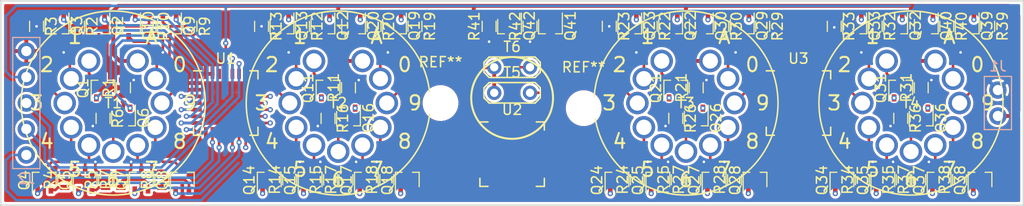
<source format=kicad_pcb>
(kicad_pcb (version 4) (host pcbnew 4.0.6)

  (general
    (links 256)
    (no_connects 46)
    (area 94.412667 89.910285 199.587334 114.089714)
    (thickness 1.6)
    (drawings 5)
    (tracks 664)
    (zones 0)
    (modules 97)
    (nets 132)
  )

  (page A4)
  (layers
    (0 F.Cu signal)
    (31 B.Cu signal)
    (36 B.SilkS user hide)
    (37 F.SilkS user hide)
    (38 B.Mask user)
    (39 F.Mask user)
    (44 Edge.Cuts user)
  )

  (setup
    (last_trace_width 0.254)
    (trace_clearance 0.1524)
    (zone_clearance 0.254)
    (zone_45_only no)
    (trace_min 0.1524)
    (segment_width 0.2)
    (edge_width 0.15)
    (via_size 0.508)
    (via_drill 0.254)
    (via_min_size 0.508)
    (via_min_drill 0.254)
    (uvia_size 0.254)
    (uvia_drill 0.127)
    (uvias_allowed no)
    (uvia_min_size 0.254)
    (uvia_min_drill 0.127)
    (pcb_text_width 0.3)
    (pcb_text_size 1.5 1.5)
    (mod_edge_width 0.15)
    (mod_text_size 1 1)
    (mod_text_width 0.15)
    (pad_size 1.0625 1.0625)
    (pad_drill 0)
    (pad_to_mask_clearance 0.2)
    (aux_axis_origin 0 0)
    (grid_origin 147 102)
    (visible_elements 7FFCFFFF)
    (pcbplotparams
      (layerselection 0x00030_80000001)
      (usegerberextensions false)
      (excludeedgelayer true)
      (linewidth 0.100000)
      (plotframeref false)
      (viasonmask false)
      (mode 1)
      (useauxorigin false)
      (hpglpennumber 1)
      (hpglpenspeed 20)
      (hpglpendiameter 15)
      (hpglpenoverlay 2)
      (psnegative false)
      (psa4output false)
      (plotreference true)
      (plotvalue true)
      (plotinvisibletext false)
      (padsonsilk false)
      (subtractmaskfromsilk false)
      (outputformat 1)
      (mirror false)
      (drillshape 1)
      (scaleselection 1)
      (outputdirectory ""))
  )

  (net 0 "")
  (net 1 /TUBE_GND)
  (net 2 /TUBE_ANODE)
  (net 3 /nOE)
  (net 4 /SCL)
  (net 5 /SDA)
  (net 6 /VDD)
  (net 7 /VSS)
  (net 8 /T1_G_0)
  (net 9 /T1_E_0)
  (net 10 /T1_C_0)
  (net 11 /T1_G_1)
  (net 12 /T1_E_1)
  (net 13 /T1_C_1)
  (net 14 /T1_G_2)
  (net 15 /T1_E_2)
  (net 16 /T1_C_2)
  (net 17 /T1_G_3)
  (net 18 /T1_E_3)
  (net 19 /T1_C_3)
  (net 20 /T1_G_4)
  (net 21 /T1_E_4)
  (net 22 /T1_C_4)
  (net 23 /T1_G_5)
  (net 24 /T1_E_5)
  (net 25 /T1_C_5)
  (net 26 /T1_G_6)
  (net 27 /T1_E_6)
  (net 28 /T1_C_6)
  (net 29 /T1_G_7)
  (net 30 /T1_E_7)
  (net 31 /T1_C_7)
  (net 32 /T1_G_8)
  (net 33 /T1_E_8)
  (net 34 /T1_C_8)
  (net 35 /T1_G_9)
  (net 36 /T1_E_9)
  (net 37 /T1_C_9)
  (net 38 /T2_G_0)
  (net 39 /T2_E_0)
  (net 40 /T2_C_0)
  (net 41 /T2_G_1)
  (net 42 /T2_E_1)
  (net 43 /T2_C_1)
  (net 44 /T2_G_2)
  (net 45 /T2_E_2)
  (net 46 /T2_C_2)
  (net 47 /T2_G_3)
  (net 48 /T2_E_3)
  (net 49 /T2_C_3)
  (net 50 /T2_G_4)
  (net 51 /T2_E_4)
  (net 52 /T2_C_4)
  (net 53 /T2_G_5)
  (net 54 /T2_E_5)
  (net 55 /T2_C_5)
  (net 56 /T2_G_6)
  (net 57 /T2_E_6)
  (net 58 /T2_C_6)
  (net 59 /T2_G_7)
  (net 60 /T2_E_7)
  (net 61 /T2_C_7)
  (net 62 /T2_G_8)
  (net 63 /T2_E_8)
  (net 64 /T2_C_8)
  (net 65 /T2_G_9)
  (net 66 /T2_E_9)
  (net 67 /T2_C_9)
  (net 68 /T3_G_0)
  (net 69 /T3_E_0)
  (net 70 /T3_C_0)
  (net 71 /T3_G_1)
  (net 72 /T3_E_1)
  (net 73 /T3_C_1)
  (net 74 /T3_G_2)
  (net 75 /T3_E_2)
  (net 76 /T3_C_2)
  (net 77 /T3_G_3)
  (net 78 /T3_E_3)
  (net 79 /T3_C_3)
  (net 80 /T3_G_4)
  (net 81 /T3_E_4)
  (net 82 /T3_C_4)
  (net 83 /T3_G_5)
  (net 84 /T3_E_5)
  (net 85 /T3_C_5)
  (net 86 /T3_G_6)
  (net 87 /T3_E_6)
  (net 88 /T3_C_6)
  (net 89 /T3_G_7)
  (net 90 /T3_E_7)
  (net 91 /T3_C_7)
  (net 92 /T3_G_8)
  (net 93 /T3_E_8)
  (net 94 /T3_C_8)
  (net 95 /T3_G_9)
  (net 96 /T3_E_9)
  (net 97 /T3_C_9)
  (net 98 /T4_G_0)
  (net 99 /T4_E_0)
  (net 100 /T4_C_0)
  (net 101 /T4_G_1)
  (net 102 /T4_E_1)
  (net 103 /T4_C_1)
  (net 104 /T4_G_2)
  (net 105 /T4_E_2)
  (net 106 /T4_C_2)
  (net 107 /T4_G_3)
  (net 108 /T4_E_3)
  (net 109 /T4_C_3)
  (net 110 /T4_G_4)
  (net 111 /T4_E_4)
  (net 112 /T4_C_4)
  (net 113 /T4_G_5)
  (net 114 /T4_E_5)
  (net 115 /T4_C_5)
  (net 116 /T4_G_6)
  (net 117 /T4_E_6)
  (net 118 /T4_C_6)
  (net 119 /T4_G_7)
  (net 120 /T4_E_7)
  (net 121 /T4_C_7)
  (net 122 /T4_G_8)
  (net 123 /T4_E_8)
  (net 124 /T4_C_8)
  (net 125 /T4_G_9)
  (net 126 /T4_E_9)
  (net 127 /T4_C_9)
  (net 128 "Net-(Q41-Pad2)")
  (net 129 "Net-(Q41-Pad3)")
  (net 130 "Net-(Q42-Pad2)")
  (net 131 "Net-(Q42-Pad3)")

  (net_class Default "This is the default net class."
    (clearance 0.1524)
    (trace_width 0.254)
    (via_dia 0.508)
    (via_drill 0.254)
    (uvia_dia 0.254)
    (uvia_drill 0.127)
    (add_net /SCL)
    (add_net /SDA)
    (add_net /T1_C_0)
    (add_net /T1_C_1)
    (add_net /T1_C_2)
    (add_net /T1_C_3)
    (add_net /T1_C_4)
    (add_net /T1_C_5)
    (add_net /T1_C_6)
    (add_net /T1_C_7)
    (add_net /T1_C_8)
    (add_net /T1_C_9)
    (add_net /T1_E_0)
    (add_net /T1_E_1)
    (add_net /T1_E_2)
    (add_net /T1_E_3)
    (add_net /T1_E_4)
    (add_net /T1_E_5)
    (add_net /T1_E_6)
    (add_net /T1_E_7)
    (add_net /T1_E_8)
    (add_net /T1_E_9)
    (add_net /T1_G_0)
    (add_net /T1_G_1)
    (add_net /T1_G_2)
    (add_net /T1_G_3)
    (add_net /T1_G_4)
    (add_net /T1_G_5)
    (add_net /T1_G_6)
    (add_net /T1_G_7)
    (add_net /T1_G_8)
    (add_net /T1_G_9)
    (add_net /T2_C_0)
    (add_net /T2_C_1)
    (add_net /T2_C_2)
    (add_net /T2_C_3)
    (add_net /T2_C_4)
    (add_net /T2_C_5)
    (add_net /T2_C_6)
    (add_net /T2_C_7)
    (add_net /T2_C_8)
    (add_net /T2_C_9)
    (add_net /T2_E_0)
    (add_net /T2_E_1)
    (add_net /T2_E_2)
    (add_net /T2_E_3)
    (add_net /T2_E_4)
    (add_net /T2_E_5)
    (add_net /T2_E_6)
    (add_net /T2_E_7)
    (add_net /T2_E_8)
    (add_net /T2_E_9)
    (add_net /T2_G_0)
    (add_net /T2_G_1)
    (add_net /T2_G_2)
    (add_net /T2_G_3)
    (add_net /T2_G_4)
    (add_net /T2_G_5)
    (add_net /T2_G_6)
    (add_net /T2_G_7)
    (add_net /T2_G_8)
    (add_net /T2_G_9)
    (add_net /T3_C_0)
    (add_net /T3_C_1)
    (add_net /T3_C_2)
    (add_net /T3_C_3)
    (add_net /T3_C_4)
    (add_net /T3_C_5)
    (add_net /T3_C_6)
    (add_net /T3_C_7)
    (add_net /T3_C_8)
    (add_net /T3_C_9)
    (add_net /T3_E_0)
    (add_net /T3_E_1)
    (add_net /T3_E_2)
    (add_net /T3_E_3)
    (add_net /T3_E_4)
    (add_net /T3_E_5)
    (add_net /T3_E_6)
    (add_net /T3_E_7)
    (add_net /T3_E_8)
    (add_net /T3_E_9)
    (add_net /T3_G_0)
    (add_net /T3_G_1)
    (add_net /T3_G_2)
    (add_net /T3_G_3)
    (add_net /T3_G_4)
    (add_net /T3_G_5)
    (add_net /T3_G_6)
    (add_net /T3_G_7)
    (add_net /T3_G_8)
    (add_net /T3_G_9)
    (add_net /T4_C_0)
    (add_net /T4_C_1)
    (add_net /T4_C_2)
    (add_net /T4_C_3)
    (add_net /T4_C_4)
    (add_net /T4_C_5)
    (add_net /T4_C_6)
    (add_net /T4_C_7)
    (add_net /T4_C_8)
    (add_net /T4_C_9)
    (add_net /T4_E_0)
    (add_net /T4_E_1)
    (add_net /T4_E_2)
    (add_net /T4_E_3)
    (add_net /T4_E_4)
    (add_net /T4_E_5)
    (add_net /T4_E_6)
    (add_net /T4_E_7)
    (add_net /T4_E_8)
    (add_net /T4_E_9)
    (add_net /T4_G_0)
    (add_net /T4_G_1)
    (add_net /T4_G_2)
    (add_net /T4_G_3)
    (add_net /T4_G_4)
    (add_net /T4_G_5)
    (add_net /T4_G_6)
    (add_net /T4_G_7)
    (add_net /T4_G_8)
    (add_net /T4_G_9)
    (add_net /TUBE_GND)
    (add_net /VDD)
    (add_net /VSS)
    (add_net /nOE)
    (add_net "Net-(Q41-Pad2)")
    (add_net "Net-(Q41-Pad3)")
    (add_net "Net-(Q42-Pad2)")
    (add_net "Net-(Q42-Pad3)")
  )

  (net_class HV_Anode ""
    (clearance 0.254)
    (trace_width 0.381)
    (via_dia 0.508)
    (via_drill 0.254)
    (uvia_dia 0.254)
    (uvia_drill 0.127)
    (add_net /TUBE_ANODE)
  )

  (module Housings_DFN_QFN:QFN-28-1EP_6x6mm_Pitch0.65mm (layer F.Cu) (tedit 5940CCD2) (tstamp 593C86B5)
    (at 119 102)
    (descr "28-Lead Plastic Quad Flat, No Lead Package (ML) - 6x6 mm Body [QFN]; (see Microchip Packaging Specification 00000049BS.pdf)")
    (tags "QFN 0.65")
    (path /593A4DD3)
    (attr smd)
    (fp_text reference U1 (at 0 -4.35) (layer F.SilkS)
      (effects (font (size 1 1) (thickness 0.15)))
    )
    (fp_text value PCA9685 (at 0 4.35) (layer F.Fab)
      (effects (font (size 1 1) (thickness 0.15)))
    )
    (fp_line (start -2 -3) (end 3 -3) (layer F.Fab) (width 0.15))
    (fp_line (start 3 -3) (end 3 3) (layer F.Fab) (width 0.15))
    (fp_line (start 3 3) (end -3 3) (layer F.Fab) (width 0.15))
    (fp_line (start -3 3) (end -3 -2) (layer F.Fab) (width 0.15))
    (fp_line (start -3 -2) (end -2 -3) (layer F.Fab) (width 0.15))
    (fp_line (start -3.6 -3.6) (end -3.6 3.6) (layer F.CrtYd) (width 0.05))
    (fp_line (start 3.6 -3.6) (end 3.6 3.6) (layer F.CrtYd) (width 0.05))
    (fp_line (start -3.6 -3.6) (end 3.6 -3.6) (layer F.CrtYd) (width 0.05))
    (fp_line (start -3.6 3.6) (end 3.6 3.6) (layer F.CrtYd) (width 0.05))
    (fp_line (start 3.15 -3.15) (end 3.15 -2.36) (layer F.SilkS) (width 0.15))
    (fp_line (start -3.15 3.15) (end -3.15 2.36) (layer F.SilkS) (width 0.15))
    (fp_line (start 3.15 3.15) (end 3.15 2.36) (layer F.SilkS) (width 0.15))
    (fp_line (start -3.15 -3.15) (end -2.36 -3.15) (layer F.SilkS) (width 0.15))
    (fp_line (start -3.15 3.15) (end -2.36 3.15) (layer F.SilkS) (width 0.15))
    (fp_line (start 3.15 3.15) (end 2.36 3.15) (layer F.SilkS) (width 0.15))
    (fp_line (start 3.15 -3.15) (end 2.36 -3.15) (layer F.SilkS) (width 0.15))
    (pad 1 smd rect (at -2.85 -1.95) (size 1 0.37) (layers F.Cu F.Mask)
      (net 7 /VSS))
    (pad 2 smd rect (at -2.85 -1.3) (size 1 0.37) (layers F.Cu F.Mask)
      (net 7 /VSS))
    (pad 3 smd rect (at -2.85 -0.65) (size 1 0.37) (layers F.Cu F.Mask)
      (net 23 /T1_G_5))
    (pad 4 smd rect (at -2.85 0) (size 1 0.37) (layers F.Cu F.Mask)
      (net 8 /T1_G_0))
    (pad 5 smd rect (at -2.85 0.65) (size 1 0.37) (layers F.Cu F.Mask)
      (net 14 /T1_G_2))
    (pad 6 smd rect (at -2.85 1.3) (size 1 0.37) (layers F.Cu F.Mask)
      (net 11 /T1_G_1))
    (pad 7 smd rect (at -2.85 1.95) (size 1 0.37) (layers F.Cu F.Mask)
      (net 35 /T1_G_9))
    (pad 8 smd rect (at -1.95 2.85 90) (size 1 0.37) (layers F.Cu F.Mask)
      (net 32 /T1_G_8))
    (pad 9 smd rect (at -1.3 2.85 90) (size 1 0.37) (layers F.Cu F.Mask)
      (net 17 /T1_G_3))
    (pad 10 smd rect (at -0.65 2.85 90) (size 1 0.37) (layers F.Cu F.Mask)
      (net 20 /T1_G_4))
    (pad 11 smd rect (at 0 2.85 90) (size 1 0.37) (layers F.Cu F.Mask)
      (net 7 /VSS))
    (pad 12 smd rect (at 0.65 2.85 90) (size 1 0.37) (layers F.Cu F.Mask)
      (net 26 /T1_G_6))
    (pad 13 smd rect (at 1.3 2.85 90) (size 1 0.37) (layers F.Cu F.Mask)
      (net 29 /T1_G_7))
    (pad 14 smd rect (at 1.95 2.85 90) (size 1 0.37) (layers F.Cu F.Mask)
      (net 47 /T2_G_3))
    (pad 15 smd rect (at 2.85 1.95) (size 1 0.37) (layers F.Cu F.Mask)
      (net 50 /T2_G_4))
    (pad 16 smd rect (at 2.85 1.3) (size 1 0.37) (layers F.Cu F.Mask)
      (net 53 /T2_G_5))
    (pad 17 smd rect (at 2.85 0.65) (size 1 0.37) (layers F.Cu F.Mask)
      (net 44 /T2_G_2))
    (pad 18 smd rect (at 2.85 0) (size 1 0.37) (layers F.Cu F.Mask)
      (net 41 /T2_G_1))
    (pad 19 smd rect (at 2.85 -0.65) (size 1 0.37) (layers F.Cu F.Mask)
      (net 38 /T2_G_0))
    (pad 20 smd rect (at 2.85 -1.3) (size 1 0.37) (layers F.Cu F.Mask)
      (net 3 /nOE))
    (pad 21 smd rect (at 2.85 -1.95) (size 1 0.37) (layers F.Cu F.Mask)
      (net 7 /VSS))
    (pad 22 smd rect (at 1.95 -2.85 90) (size 1 0.37) (layers F.Cu F.Mask)
      (net 7 /VSS))
    (pad 23 smd rect (at 1.3 -2.85 90) (size 1 0.37) (layers F.Cu F.Mask)
      (net 4 /SCL))
    (pad 24 smd rect (at 0.65 -2.85 90) (size 1 0.37) (layers F.Cu F.Mask)
      (net 5 /SDA))
    (pad 25 smd rect (at 0 -2.85 90) (size 1 0.37) (layers F.Cu F.Mask)
      (net 6 /VDD))
    (pad 26 smd rect (at -0.65 -2.85 90) (size 1 0.37) (layers F.Cu F.Mask)
      (net 6 /VDD))
    (pad 27 smd rect (at -1.3 -2.85 90) (size 1 0.37) (layers F.Cu F.Mask)
      (net 7 /VSS))
    (pad 28 smd rect (at -1.95 -2.85 90) (size 1 0.37) (layers F.Cu F.Mask)
      (net 7 /VSS))
    (pad 29 smd rect (at 1.59375 1.59375) (size 1.0625 1.0625) (layers F.Cu F.Mask)
      (net 7 /VSS) (solder_paste_margin_ratio -0.2))
    (pad 29 smd rect (at 1.59375 0.53125) (size 1.0625 1.0625) (layers F.Cu F.Mask)
      (net 7 /VSS) (solder_paste_margin_ratio -0.2))
    (pad 29 smd rect (at 1.59375 -0.53125) (size 1.0625 1.0625) (layers F.Cu F.Mask)
      (net 7 /VSS) (solder_paste_margin_ratio -0.2))
    (pad 29 smd rect (at 1.59375 -1.59375) (size 1.0625 1.0625) (layers F.Cu F.Mask)
      (net 7 /VSS) (solder_paste_margin_ratio -0.2))
    (pad 29 smd rect (at 0.53125 1.59375) (size 1.0625 1.0625) (layers F.Cu F.Mask)
      (net 7 /VSS) (solder_paste_margin_ratio -0.2))
    (pad 29 smd rect (at 0.53125 0.53125) (size 1.0625 1.0625) (layers F.Cu F.Mask)
      (net 7 /VSS) (solder_paste_margin_ratio -0.2))
    (pad 29 smd rect (at 0.53125 -0.53125) (size 1.0625 1.0625) (layers F.Cu F.Mask)
      (net 7 /VSS) (solder_paste_margin_ratio -0.2))
    (pad 29 smd rect (at 0.53125 -1.59375) (size 1.0625 1.0625) (layers F.Cu F.Mask)
      (net 7 /VSS) (solder_paste_margin_ratio -0.2))
    (pad 29 smd rect (at -0.53125 1.59375) (size 1.0625 1.0625) (layers F.Cu F.Mask)
      (net 7 /VSS) (solder_paste_margin_ratio -0.2))
    (pad 29 smd rect (at -0.53125 0.53125) (size 1.0625 1.0625) (layers F.Cu F.Mask)
      (net 7 /VSS) (solder_paste_margin_ratio -0.2))
    (pad 29 smd rect (at -0.53125 -0.53125) (size 1.0625 1.0625) (layers F.Cu F.Mask)
      (net 7 /VSS) (solder_paste_margin_ratio -0.2))
    (pad 29 smd rect (at -0.53125 -1.59375) (size 1.0625 1.0625) (layers F.Cu F.Mask)
      (net 7 /VSS) (solder_paste_margin_ratio -0.2))
    (pad 29 smd rect (at -1.59375 1.59375) (size 1.0625 1.0625) (layers F.Cu F.Mask)
      (net 7 /VSS) (solder_paste_margin_ratio -0.2))
    (pad 29 smd rect (at -1.59375 0.53125) (size 1.0625 1.0625) (layers F.Cu F.Mask)
      (net 7 /VSS) (solder_paste_margin_ratio -0.2))
    (pad 29 smd rect (at -1.59375 -0.53125) (size 1.0625 1.0625) (layers F.Cu F.Mask)
      (net 7 /VSS) (solder_paste_margin_ratio -0.2))
    (pad 29 smd rect (at -1.59375 -1.59375) (size 1.0625 1.0625) (layers F.Cu F.Mask)
      (net 7 /VSS) (solder_paste_margin_ratio -0.2))
    (model Housings_DFN_QFN.3dshapes/QFN-28-1EP_6x6mm_Pitch0.65mm.wrl
      (at (xyz 0 0 0))
      (scale (xyz 1 1 1))
      (rotate (xyz 0 0 0))
    )
  )

  (module "Custom Parts:IN-8" (layer F.Cu) (tedit 5928EA40) (tstamp 593C85F8)
    (at 108 102)
    (path /5938FAE9)
    (fp_text reference T1 (at 0 0) (layer F.SilkS)
      (effects (font (size 1 1) (thickness 0.15)))
    )
    (fp_text value IN-8 (at 0 -1.27) (layer F.Fab)
      (effects (font (size 1 1) (thickness 0.15)))
    )
    (fp_circle (center 0 0) (end 9 0) (layer F.SilkS) (width 0.15))
    (fp_text user 9 (at 7.5 0) (layer F.SilkS)
      (effects (font (size 1.4 1.4) (thickness 0.2)))
    )
    (fp_text user 8 (at 6.495 3.75) (layer F.SilkS)
      (effects (font (size 1.4 1.4) (thickness 0.2)))
    )
    (fp_text user 7 (at 3.75 6.495) (layer F.SilkS)
      (effects (font (size 1.4 1.4) (thickness 0.2)))
    )
    (fp_text user 6 (at 0 7.5) (layer F.SilkS)
      (effects (font (size 1.4 1.4) (thickness 0.2)))
    )
    (fp_text user 5 (at -3.75 6.495) (layer F.SilkS)
      (effects (font (size 1.4 1.4) (thickness 0.2)))
    )
    (fp_text user 4 (at -6.495 3.75) (layer F.SilkS)
      (effects (font (size 1.4 1.4) (thickness 0.2)))
    )
    (fp_text user 3 (at -7.5 0) (layer F.SilkS)
      (effects (font (size 1.4 1.4) (thickness 0.2)))
    )
    (fp_text user 2 (at -6.495 -3.75) (layer F.SilkS)
      (effects (font (size 1.4 1.4) (thickness 0.2)))
    )
    (fp_text user 1 (at -3.75 -6.495) (layer F.SilkS)
      (effects (font (size 1.4 1.4) (thickness 0.2)))
    )
    (fp_text user 0 (at 6.495 -3.75) (layer F.SilkS)
      (effects (font (size 1.4 1.4) (thickness 0.2)))
    )
    (fp_text user A (at 3.75 -6.495) (layer F.SilkS)
      (effects (font (size 1.4 1.4) (thickness 0.2)))
    )
    (pad 1 thru_hole circle (at -2.375 -4.114) (size 2.2 2.2) (drill 1.5) (layers *.Cu *.Mask)
      (net 10 /T1_C_0))
    (pad 2 thru_hole circle (at -4.114 -2.375) (size 2.2 2.2) (drill 1.5) (layers *.Cu *.Mask)
      (net 13 /T1_C_1))
    (pad 3 thru_hole circle (at -4.75 0) (size 2.2 2.2) (drill 1.5) (layers *.Cu *.Mask)
      (net 16 /T1_C_2))
    (pad 4 thru_hole circle (at -4.114 2.375) (size 2.2 2.2) (drill 1.5) (layers *.Cu *.Mask)
      (net 19 /T1_C_3))
    (pad 5 thru_hole circle (at -2.375 4.114) (size 2.2 2.2) (drill 1.5) (layers *.Cu *.Mask)
      (net 22 /T1_C_4))
    (pad 6 thru_hole circle (at 0 4.75) (size 2.2 2.2) (drill 1.5) (layers *.Cu *.Mask)
      (net 25 /T1_C_5))
    (pad 7 thru_hole circle (at 2.375 4.114) (size 2.2 2.2) (drill 1.5) (layers *.Cu *.Mask)
      (net 28 /T1_C_6))
    (pad 8 thru_hole circle (at 4.114 2.375) (size 2.2 2.2) (drill 1.5) (layers *.Cu *.Mask)
      (net 31 /T1_C_7))
    (pad 10 thru_hole circle (at 4.114 -2.375) (size 2.2 2.2) (drill 1.5) (layers *.Cu *.Mask)
      (net 37 /T1_C_9))
    (pad 11 thru_hole circle (at 2.375 -4.114) (size 2.2 2.2) (drill 1.5) (layers *.Cu *.Mask)
      (net 2 /TUBE_ANODE))
    (pad 9 thru_hole circle (at 4.75 0) (size 2.2 2.2) (drill 1.5) (layers *.Cu *.Mask)
      (net 34 /T1_C_8))
  )

  (module TO_SOT_Packages_SMD:SOT-323_SC-70 (layer F.Cu) (tedit 58CE4E7E) (tstamp 593C805E)
    (at 113.5 94.5 270)
    (descr "SOT-323, SC-70")
    (tags "SOT-323 SC-70")
    (path /59393716)
    (attr smd)
    (fp_text reference Q9 (at -0.05 -1.95 270) (layer F.SilkS)
      (effects (font (size 1 1) (thickness 0.15)))
    )
    (fp_text value Q_NPN_BEC (at -0.05 2.05 270) (layer F.Fab)
      (effects (font (size 1 1) (thickness 0.15)))
    )
    (fp_text user %R (at -0.005 0 270) (layer F.Fab)
      (effects (font (size 0.5 0.5) (thickness 0.075)))
    )
    (fp_line (start 0.73 0.5) (end 0.73 1.16) (layer F.SilkS) (width 0.12))
    (fp_line (start 0.73 -1.16) (end 0.73 -0.5) (layer F.SilkS) (width 0.12))
    (fp_line (start 1.7 1.3) (end -1.7 1.3) (layer F.CrtYd) (width 0.05))
    (fp_line (start 1.7 -1.3) (end 1.7 1.3) (layer F.CrtYd) (width 0.05))
    (fp_line (start -1.7 -1.3) (end 1.7 -1.3) (layer F.CrtYd) (width 0.05))
    (fp_line (start -1.7 1.3) (end -1.7 -1.3) (layer F.CrtYd) (width 0.05))
    (fp_line (start 0.73 -1.16) (end -1.3 -1.16) (layer F.SilkS) (width 0.12))
    (fp_line (start -0.68 1.16) (end 0.73 1.16) (layer F.SilkS) (width 0.12))
    (fp_line (start 0.67 -1.1) (end -0.18 -1.1) (layer F.Fab) (width 0.1))
    (fp_line (start -0.68 -0.6) (end -0.68 1.1) (layer F.Fab) (width 0.1))
    (fp_line (start 0.67 -1.1) (end 0.67 1.1) (layer F.Fab) (width 0.1))
    (fp_line (start 0.67 1.1) (end -0.68 1.1) (layer F.Fab) (width 0.1))
    (fp_line (start -0.18 -1.1) (end -0.68 -0.6) (layer F.Fab) (width 0.1))
    (pad 1 smd rect (at -1 -0.65 180) (size 0.45 0.7) (layers F.Cu F.Mask)
      (net 32 /T1_G_8))
    (pad 2 smd rect (at -1 0.65 180) (size 0.45 0.7) (layers F.Cu F.Mask)
      (net 33 /T1_E_8))
    (pad 3 smd rect (at 1 0 180) (size 0.45 0.7) (layers F.Cu F.Mask)
      (net 34 /T1_C_8))
    (model ${KISYS3DMOD}/TO_SOT_Packages_SMD.3dshapes/SOT-323_SC-70.wrl
      (at (xyz 0 0 0))
      (scale (xyz 1 1 1))
      (rotate (xyz 0 0 0))
    )
  )

  (module TO_SOT_Packages_SMD:SOT-323_SC-70 (layer F.Cu) (tedit 58CE4E7E) (tstamp 593C7FCB)
    (at 106.5 94.5 270)
    (descr "SOT-323, SC-70")
    (tags "SOT-323 SC-70")
    (path /593936EC)
    (attr smd)
    (fp_text reference Q2 (at -0.05 -1.95 270) (layer F.SilkS)
      (effects (font (size 1 1) (thickness 0.15)))
    )
    (fp_text value Q_NPN_BEC (at -0.05 2.05 270) (layer F.Fab)
      (effects (font (size 1 1) (thickness 0.15)))
    )
    (fp_text user %R (at -0.005 0 270) (layer F.Fab)
      (effects (font (size 0.5 0.5) (thickness 0.075)))
    )
    (fp_line (start 0.73 0.5) (end 0.73 1.16) (layer F.SilkS) (width 0.12))
    (fp_line (start 0.73 -1.16) (end 0.73 -0.5) (layer F.SilkS) (width 0.12))
    (fp_line (start 1.7 1.3) (end -1.7 1.3) (layer F.CrtYd) (width 0.05))
    (fp_line (start 1.7 -1.3) (end 1.7 1.3) (layer F.CrtYd) (width 0.05))
    (fp_line (start -1.7 -1.3) (end 1.7 -1.3) (layer F.CrtYd) (width 0.05))
    (fp_line (start -1.7 1.3) (end -1.7 -1.3) (layer F.CrtYd) (width 0.05))
    (fp_line (start 0.73 -1.16) (end -1.3 -1.16) (layer F.SilkS) (width 0.12))
    (fp_line (start -0.68 1.16) (end 0.73 1.16) (layer F.SilkS) (width 0.12))
    (fp_line (start 0.67 -1.1) (end -0.18 -1.1) (layer F.Fab) (width 0.1))
    (fp_line (start -0.68 -0.6) (end -0.68 1.1) (layer F.Fab) (width 0.1))
    (fp_line (start 0.67 -1.1) (end 0.67 1.1) (layer F.Fab) (width 0.1))
    (fp_line (start 0.67 1.1) (end -0.68 1.1) (layer F.Fab) (width 0.1))
    (fp_line (start -0.18 -1.1) (end -0.68 -0.6) (layer F.Fab) (width 0.1))
    (pad 1 smd rect (at -1 -0.65 180) (size 0.45 0.7) (layers F.Cu F.Mask)
      (net 11 /T1_G_1))
    (pad 2 smd rect (at -1 0.65 180) (size 0.45 0.7) (layers F.Cu F.Mask)
      (net 12 /T1_E_1))
    (pad 3 smd rect (at 1 0 180) (size 0.45 0.7) (layers F.Cu F.Mask)
      (net 13 /T1_C_1))
    (model ${KISYS3DMOD}/TO_SOT_Packages_SMD.3dshapes/SOT-323_SC-70.wrl
      (at (xyz 0 0 0))
      (scale (xyz 1 1 1))
      (rotate (xyz 0 0 0))
    )
  )

  (module Resistors_SMD:R_0603 (layer F.Cu) (tedit 58E0A804) (tstamp 593DDFAA)
    (at 104.5 94.5 270)
    (descr "Resistor SMD 0603, reflow soldering, Vishay (see dcrcw.pdf)")
    (tags "resistor 0603")
    (path /593D296E)
    (attr smd)
    (fp_text reference R2 (at 0 -1.45 270) (layer F.SilkS)
      (effects (font (size 1 1) (thickness 0.15)))
    )
    (fp_text value R (at 0 1.5 270) (layer F.Fab)
      (effects (font (size 1 1) (thickness 0.15)))
    )
    (fp_text user %R (at 0 0 270) (layer F.Fab)
      (effects (font (size 0.5 0.5) (thickness 0.075)))
    )
    (fp_line (start -0.8 0.4) (end -0.8 -0.4) (layer F.Fab) (width 0.1))
    (fp_line (start 0.8 0.4) (end -0.8 0.4) (layer F.Fab) (width 0.1))
    (fp_line (start 0.8 -0.4) (end 0.8 0.4) (layer F.Fab) (width 0.1))
    (fp_line (start -0.8 -0.4) (end 0.8 -0.4) (layer F.Fab) (width 0.1))
    (fp_line (start 0.5 0.68) (end -0.5 0.68) (layer F.SilkS) (width 0.12))
    (fp_line (start -0.5 -0.68) (end 0.5 -0.68) (layer F.SilkS) (width 0.12))
    (fp_line (start -1.25 -0.7) (end 1.25 -0.7) (layer F.CrtYd) (width 0.05))
    (fp_line (start -1.25 -0.7) (end -1.25 0.7) (layer F.CrtYd) (width 0.05))
    (fp_line (start 1.25 0.7) (end 1.25 -0.7) (layer F.CrtYd) (width 0.05))
    (fp_line (start 1.25 0.7) (end -1.25 0.7) (layer F.CrtYd) (width 0.05))
    (pad 1 smd rect (at -0.75 0 270) (size 0.5 0.9) (layers F.Cu F.Mask)
      (net 12 /T1_E_1))
    (pad 2 smd rect (at 0.75 0 270) (size 0.5 0.9) (layers F.Cu F.Mask)
      (net 1 /TUBE_GND))
    (model ${KISYS3DMOD}/Resistors_SMD.3dshapes/R_0603.wrl
      (at (xyz 0 0 0))
      (scale (xyz 1 1 1))
      (rotate (xyz 0 0 0))
    )
  )

  (module "Custom Parts:IN-8" (layer F.Cu) (tedit 5928EA40) (tstamp 593C8613)
    (at 130 102)
    (path /5938FA7E)
    (fp_text reference T2 (at 0 0) (layer F.SilkS)
      (effects (font (size 1 1) (thickness 0.15)))
    )
    (fp_text value IN-8 (at 0 -1.27) (layer F.Fab)
      (effects (font (size 1 1) (thickness 0.15)))
    )
    (fp_circle (center 0 0) (end 9 0) (layer F.SilkS) (width 0.15))
    (fp_text user 9 (at 7.5 0) (layer F.SilkS)
      (effects (font (size 1.4 1.4) (thickness 0.2)))
    )
    (fp_text user 8 (at 6.495 3.75) (layer F.SilkS)
      (effects (font (size 1.4 1.4) (thickness 0.2)))
    )
    (fp_text user 7 (at 3.75 6.495) (layer F.SilkS)
      (effects (font (size 1.4 1.4) (thickness 0.2)))
    )
    (fp_text user 6 (at 0 7.5) (layer F.SilkS)
      (effects (font (size 1.4 1.4) (thickness 0.2)))
    )
    (fp_text user 5 (at -3.75 6.495) (layer F.SilkS)
      (effects (font (size 1.4 1.4) (thickness 0.2)))
    )
    (fp_text user 4 (at -6.495 3.75) (layer F.SilkS)
      (effects (font (size 1.4 1.4) (thickness 0.2)))
    )
    (fp_text user 3 (at -7.5 0) (layer F.SilkS)
      (effects (font (size 1.4 1.4) (thickness 0.2)))
    )
    (fp_text user 2 (at -6.495 -3.75) (layer F.SilkS)
      (effects (font (size 1.4 1.4) (thickness 0.2)))
    )
    (fp_text user 1 (at -3.75 -6.495) (layer F.SilkS)
      (effects (font (size 1.4 1.4) (thickness 0.2)))
    )
    (fp_text user 0 (at 6.495 -3.75) (layer F.SilkS)
      (effects (font (size 1.4 1.4) (thickness 0.2)))
    )
    (fp_text user A (at 3.75 -6.495) (layer F.SilkS)
      (effects (font (size 1.4 1.4) (thickness 0.2)))
    )
    (pad 1 thru_hole circle (at -2.375 -4.114) (size 2.2 2.2) (drill 1.5) (layers *.Cu *.Mask)
      (net 40 /T2_C_0))
    (pad 2 thru_hole circle (at -4.114 -2.375) (size 2.2 2.2) (drill 1.5) (layers *.Cu *.Mask)
      (net 43 /T2_C_1))
    (pad 3 thru_hole circle (at -4.75 0) (size 2.2 2.2) (drill 1.5) (layers *.Cu *.Mask)
      (net 46 /T2_C_2))
    (pad 4 thru_hole circle (at -4.114 2.375) (size 2.2 2.2) (drill 1.5) (layers *.Cu *.Mask)
      (net 49 /T2_C_3))
    (pad 5 thru_hole circle (at -2.375 4.114) (size 2.2 2.2) (drill 1.5) (layers *.Cu *.Mask)
      (net 52 /T2_C_4))
    (pad 6 thru_hole circle (at 0 4.75) (size 2.2 2.2) (drill 1.5) (layers *.Cu *.Mask)
      (net 55 /T2_C_5))
    (pad 7 thru_hole circle (at 2.375 4.114) (size 2.2 2.2) (drill 1.5) (layers *.Cu *.Mask)
      (net 58 /T2_C_6))
    (pad 8 thru_hole circle (at 4.114 2.375) (size 2.2 2.2) (drill 1.5) (layers *.Cu *.Mask)
      (net 61 /T2_C_7))
    (pad 10 thru_hole circle (at 4.114 -2.375) (size 2.2 2.2) (drill 1.5) (layers *.Cu *.Mask)
      (net 67 /T2_C_9))
    (pad 11 thru_hole circle (at 2.375 -4.114) (size 2.2 2.2) (drill 1.5) (layers *.Cu *.Mask)
      (net 2 /TUBE_ANODE))
    (pad 9 thru_hole circle (at 4.75 0) (size 2.2 2.2) (drill 1.5) (layers *.Cu *.Mask)
      (net 64 /T2_C_8))
  )

  (module TO_SOT_Packages_SMD:SOT-323_SC-70 (layer F.Cu) (tedit 58CE4E7E) (tstamp 593C80C7)
    (at 123.25 109.5 90)
    (descr "SOT-323, SC-70")
    (tags "SOT-323 SC-70")
    (path /593936BC)
    (attr smd)
    (fp_text reference Q14 (at -0.05 -1.95 90) (layer F.SilkS)
      (effects (font (size 1 1) (thickness 0.15)))
    )
    (fp_text value Q_NPN_BEC (at -0.05 2.05 90) (layer F.Fab)
      (effects (font (size 1 1) (thickness 0.15)))
    )
    (fp_text user %R (at -0.005 0 90) (layer F.Fab)
      (effects (font (size 0.5 0.5) (thickness 0.075)))
    )
    (fp_line (start 0.73 0.5) (end 0.73 1.16) (layer F.SilkS) (width 0.12))
    (fp_line (start 0.73 -1.16) (end 0.73 -0.5) (layer F.SilkS) (width 0.12))
    (fp_line (start 1.7 1.3) (end -1.7 1.3) (layer F.CrtYd) (width 0.05))
    (fp_line (start 1.7 -1.3) (end 1.7 1.3) (layer F.CrtYd) (width 0.05))
    (fp_line (start -1.7 -1.3) (end 1.7 -1.3) (layer F.CrtYd) (width 0.05))
    (fp_line (start -1.7 1.3) (end -1.7 -1.3) (layer F.CrtYd) (width 0.05))
    (fp_line (start 0.73 -1.16) (end -1.3 -1.16) (layer F.SilkS) (width 0.12))
    (fp_line (start -0.68 1.16) (end 0.73 1.16) (layer F.SilkS) (width 0.12))
    (fp_line (start 0.67 -1.1) (end -0.18 -1.1) (layer F.Fab) (width 0.1))
    (fp_line (start -0.68 -0.6) (end -0.68 1.1) (layer F.Fab) (width 0.1))
    (fp_line (start 0.67 -1.1) (end 0.67 1.1) (layer F.Fab) (width 0.1))
    (fp_line (start 0.67 1.1) (end -0.68 1.1) (layer F.Fab) (width 0.1))
    (fp_line (start -0.18 -1.1) (end -0.68 -0.6) (layer F.Fab) (width 0.1))
    (pad 1 smd rect (at -1 -0.65) (size 0.45 0.7) (layers F.Cu F.Mask)
      (net 47 /T2_G_3))
    (pad 2 smd rect (at -1 0.65) (size 0.45 0.7) (layers F.Cu F.Mask)
      (net 48 /T2_E_3))
    (pad 3 smd rect (at 1 0) (size 0.45 0.7) (layers F.Cu F.Mask)
      (net 49 /T2_C_3))
    (model ${KISYS3DMOD}/TO_SOT_Packages_SMD.3dshapes/SOT-323_SC-70.wrl
      (at (xyz 0 0 0))
      (scale (xyz 1 1 1))
      (rotate (xyz 0 0 0))
    )
  )

  (module TO_SOT_Packages_SMD:SOT-323_SC-70 (layer F.Cu) (tedit 58CE4E7E) (tstamp 593C7FB6)
    (at 107 100.5 90)
    (descr "SOT-323, SC-70")
    (tags "SOT-323 SC-70")
    (path /593936E6)
    (attr smd)
    (fp_text reference Q1 (at -0.05 -1.95 90) (layer F.SilkS)
      (effects (font (size 1 1) (thickness 0.15)))
    )
    (fp_text value Q_NPN_BEC (at -0.05 2.05 90) (layer F.Fab)
      (effects (font (size 1 1) (thickness 0.15)))
    )
    (fp_text user %R (at -0.005 0 90) (layer F.Fab)
      (effects (font (size 0.5 0.5) (thickness 0.075)))
    )
    (fp_line (start 0.73 0.5) (end 0.73 1.16) (layer F.SilkS) (width 0.12))
    (fp_line (start 0.73 -1.16) (end 0.73 -0.5) (layer F.SilkS) (width 0.12))
    (fp_line (start 1.7 1.3) (end -1.7 1.3) (layer F.CrtYd) (width 0.05))
    (fp_line (start 1.7 -1.3) (end 1.7 1.3) (layer F.CrtYd) (width 0.05))
    (fp_line (start -1.7 -1.3) (end 1.7 -1.3) (layer F.CrtYd) (width 0.05))
    (fp_line (start -1.7 1.3) (end -1.7 -1.3) (layer F.CrtYd) (width 0.05))
    (fp_line (start 0.73 -1.16) (end -1.3 -1.16) (layer F.SilkS) (width 0.12))
    (fp_line (start -0.68 1.16) (end 0.73 1.16) (layer F.SilkS) (width 0.12))
    (fp_line (start 0.67 -1.1) (end -0.18 -1.1) (layer F.Fab) (width 0.1))
    (fp_line (start -0.68 -0.6) (end -0.68 1.1) (layer F.Fab) (width 0.1))
    (fp_line (start 0.67 -1.1) (end 0.67 1.1) (layer F.Fab) (width 0.1))
    (fp_line (start 0.67 1.1) (end -0.68 1.1) (layer F.Fab) (width 0.1))
    (fp_line (start -0.18 -1.1) (end -0.68 -0.6) (layer F.Fab) (width 0.1))
    (pad 1 smd rect (at -1 -0.65) (size 0.45 0.7) (layers F.Cu F.Mask)
      (net 8 /T1_G_0))
    (pad 2 smd rect (at -1 0.65) (size 0.45 0.7) (layers F.Cu F.Mask)
      (net 9 /T1_E_0))
    (pad 3 smd rect (at 1 0) (size 0.45 0.7) (layers F.Cu F.Mask)
      (net 10 /T1_C_0))
    (model ${KISYS3DMOD}/TO_SOT_Packages_SMD.3dshapes/SOT-323_SC-70.wrl
      (at (xyz 0 0 0))
      (scale (xyz 1 1 1))
      (rotate (xyz 0 0 0))
    )
  )

  (module TO_SOT_Packages_SMD:SOT-323_SC-70 (layer F.Cu) (tedit 58CE4E7E) (tstamp 593C7FE0)
    (at 102.5 94.5 270)
    (descr "SOT-323, SC-70")
    (tags "SOT-323 SC-70")
    (path /593936F2)
    (attr smd)
    (fp_text reference Q3 (at -0.05 -1.95 270) (layer F.SilkS)
      (effects (font (size 1 1) (thickness 0.15)))
    )
    (fp_text value Q_NPN_BEC (at -0.05 2.05 270) (layer F.Fab)
      (effects (font (size 1 1) (thickness 0.15)))
    )
    (fp_text user %R (at -0.005 0 270) (layer F.Fab)
      (effects (font (size 0.5 0.5) (thickness 0.075)))
    )
    (fp_line (start 0.73 0.5) (end 0.73 1.16) (layer F.SilkS) (width 0.12))
    (fp_line (start 0.73 -1.16) (end 0.73 -0.5) (layer F.SilkS) (width 0.12))
    (fp_line (start 1.7 1.3) (end -1.7 1.3) (layer F.CrtYd) (width 0.05))
    (fp_line (start 1.7 -1.3) (end 1.7 1.3) (layer F.CrtYd) (width 0.05))
    (fp_line (start -1.7 -1.3) (end 1.7 -1.3) (layer F.CrtYd) (width 0.05))
    (fp_line (start -1.7 1.3) (end -1.7 -1.3) (layer F.CrtYd) (width 0.05))
    (fp_line (start 0.73 -1.16) (end -1.3 -1.16) (layer F.SilkS) (width 0.12))
    (fp_line (start -0.68 1.16) (end 0.73 1.16) (layer F.SilkS) (width 0.12))
    (fp_line (start 0.67 -1.1) (end -0.18 -1.1) (layer F.Fab) (width 0.1))
    (fp_line (start -0.68 -0.6) (end -0.68 1.1) (layer F.Fab) (width 0.1))
    (fp_line (start 0.67 -1.1) (end 0.67 1.1) (layer F.Fab) (width 0.1))
    (fp_line (start 0.67 1.1) (end -0.68 1.1) (layer F.Fab) (width 0.1))
    (fp_line (start -0.18 -1.1) (end -0.68 -0.6) (layer F.Fab) (width 0.1))
    (pad 1 smd rect (at -1 -0.65 180) (size 0.45 0.7) (layers F.Cu F.Mask)
      (net 14 /T1_G_2))
    (pad 2 smd rect (at -1 0.65 180) (size 0.45 0.7) (layers F.Cu F.Mask)
      (net 15 /T1_E_2))
    (pad 3 smd rect (at 1 0 180) (size 0.45 0.7) (layers F.Cu F.Mask)
      (net 16 /T1_C_2))
    (model ${KISYS3DMOD}/TO_SOT_Packages_SMD.3dshapes/SOT-323_SC-70.wrl
      (at (xyz 0 0 0))
      (scale (xyz 1 1 1))
      (rotate (xyz 0 0 0))
    )
  )

  (module TO_SOT_Packages_SMD:SOT-323_SC-70 (layer F.Cu) (tedit 58CE4E7E) (tstamp 593C7FF5)
    (at 101.25 109.5 90)
    (descr "SOT-323, SC-70")
    (tags "SOT-323 SC-70")
    (path /593936F8)
    (attr smd)
    (fp_text reference Q4 (at -0.05 -1.95 90) (layer F.SilkS)
      (effects (font (size 1 1) (thickness 0.15)))
    )
    (fp_text value Q_NPN_BEC (at -0.05 2.05 90) (layer F.Fab)
      (effects (font (size 1 1) (thickness 0.15)))
    )
    (fp_text user %R (at -0.005 0 90) (layer F.Fab)
      (effects (font (size 0.5 0.5) (thickness 0.075)))
    )
    (fp_line (start 0.73 0.5) (end 0.73 1.16) (layer F.SilkS) (width 0.12))
    (fp_line (start 0.73 -1.16) (end 0.73 -0.5) (layer F.SilkS) (width 0.12))
    (fp_line (start 1.7 1.3) (end -1.7 1.3) (layer F.CrtYd) (width 0.05))
    (fp_line (start 1.7 -1.3) (end 1.7 1.3) (layer F.CrtYd) (width 0.05))
    (fp_line (start -1.7 -1.3) (end 1.7 -1.3) (layer F.CrtYd) (width 0.05))
    (fp_line (start -1.7 1.3) (end -1.7 -1.3) (layer F.CrtYd) (width 0.05))
    (fp_line (start 0.73 -1.16) (end -1.3 -1.16) (layer F.SilkS) (width 0.12))
    (fp_line (start -0.68 1.16) (end 0.73 1.16) (layer F.SilkS) (width 0.12))
    (fp_line (start 0.67 -1.1) (end -0.18 -1.1) (layer F.Fab) (width 0.1))
    (fp_line (start -0.68 -0.6) (end -0.68 1.1) (layer F.Fab) (width 0.1))
    (fp_line (start 0.67 -1.1) (end 0.67 1.1) (layer F.Fab) (width 0.1))
    (fp_line (start 0.67 1.1) (end -0.68 1.1) (layer F.Fab) (width 0.1))
    (fp_line (start -0.18 -1.1) (end -0.68 -0.6) (layer F.Fab) (width 0.1))
    (pad 1 smd rect (at -1 -0.65) (size 0.45 0.7) (layers F.Cu F.Mask)
      (net 17 /T1_G_3))
    (pad 2 smd rect (at -1 0.65) (size 0.45 0.7) (layers F.Cu F.Mask)
      (net 18 /T1_E_3))
    (pad 3 smd rect (at 1 0) (size 0.45 0.7) (layers F.Cu F.Mask)
      (net 19 /T1_C_3))
    (model ${KISYS3DMOD}/TO_SOT_Packages_SMD.3dshapes/SOT-323_SC-70.wrl
      (at (xyz 0 0 0))
      (scale (xyz 1 1 1))
      (rotate (xyz 0 0 0))
    )
  )

  (module TO_SOT_Packages_SMD:SOT-323_SC-70 (layer F.Cu) (tedit 58CE4E7E) (tstamp 593C800A)
    (at 105.25 109.5 90)
    (descr "SOT-323, SC-70")
    (tags "SOT-323 SC-70")
    (path /593936FE)
    (attr smd)
    (fp_text reference Q5 (at -0.05 -1.95 90) (layer F.SilkS)
      (effects (font (size 1 1) (thickness 0.15)))
    )
    (fp_text value Q_NPN_BEC (at -0.05 2.05 90) (layer F.Fab)
      (effects (font (size 1 1) (thickness 0.15)))
    )
    (fp_text user %R (at -0.005 0 90) (layer F.Fab)
      (effects (font (size 0.5 0.5) (thickness 0.075)))
    )
    (fp_line (start 0.73 0.5) (end 0.73 1.16) (layer F.SilkS) (width 0.12))
    (fp_line (start 0.73 -1.16) (end 0.73 -0.5) (layer F.SilkS) (width 0.12))
    (fp_line (start 1.7 1.3) (end -1.7 1.3) (layer F.CrtYd) (width 0.05))
    (fp_line (start 1.7 -1.3) (end 1.7 1.3) (layer F.CrtYd) (width 0.05))
    (fp_line (start -1.7 -1.3) (end 1.7 -1.3) (layer F.CrtYd) (width 0.05))
    (fp_line (start -1.7 1.3) (end -1.7 -1.3) (layer F.CrtYd) (width 0.05))
    (fp_line (start 0.73 -1.16) (end -1.3 -1.16) (layer F.SilkS) (width 0.12))
    (fp_line (start -0.68 1.16) (end 0.73 1.16) (layer F.SilkS) (width 0.12))
    (fp_line (start 0.67 -1.1) (end -0.18 -1.1) (layer F.Fab) (width 0.1))
    (fp_line (start -0.68 -0.6) (end -0.68 1.1) (layer F.Fab) (width 0.1))
    (fp_line (start 0.67 -1.1) (end 0.67 1.1) (layer F.Fab) (width 0.1))
    (fp_line (start 0.67 1.1) (end -0.68 1.1) (layer F.Fab) (width 0.1))
    (fp_line (start -0.18 -1.1) (end -0.68 -0.6) (layer F.Fab) (width 0.1))
    (pad 1 smd rect (at -1 -0.65) (size 0.45 0.7) (layers F.Cu F.Mask)
      (net 20 /T1_G_4))
    (pad 2 smd rect (at -1 0.65) (size 0.45 0.7) (layers F.Cu F.Mask)
      (net 21 /T1_E_4))
    (pad 3 smd rect (at 1 0) (size 0.45 0.7) (layers F.Cu F.Mask)
      (net 22 /T1_C_4))
    (model ${KISYS3DMOD}/TO_SOT_Packages_SMD.3dshapes/SOT-323_SC-70.wrl
      (at (xyz 0 0 0))
      (scale (xyz 1 1 1))
      (rotate (xyz 0 0 0))
    )
  )

  (module TO_SOT_Packages_SMD:SOT-323_SC-70 (layer F.Cu) (tedit 58CE4E7E) (tstamp 593C801F)
    (at 109 103.5 270)
    (descr "SOT-323, SC-70")
    (tags "SOT-323 SC-70")
    (path /59393704)
    (attr smd)
    (fp_text reference Q6 (at -0.05 -1.95 270) (layer F.SilkS)
      (effects (font (size 1 1) (thickness 0.15)))
    )
    (fp_text value Q_NPN_BEC (at -0.05 2.05 270) (layer F.Fab)
      (effects (font (size 1 1) (thickness 0.15)))
    )
    (fp_text user %R (at -0.005 0 270) (layer F.Fab)
      (effects (font (size 0.5 0.5) (thickness 0.075)))
    )
    (fp_line (start 0.73 0.5) (end 0.73 1.16) (layer F.SilkS) (width 0.12))
    (fp_line (start 0.73 -1.16) (end 0.73 -0.5) (layer F.SilkS) (width 0.12))
    (fp_line (start 1.7 1.3) (end -1.7 1.3) (layer F.CrtYd) (width 0.05))
    (fp_line (start 1.7 -1.3) (end 1.7 1.3) (layer F.CrtYd) (width 0.05))
    (fp_line (start -1.7 -1.3) (end 1.7 -1.3) (layer F.CrtYd) (width 0.05))
    (fp_line (start -1.7 1.3) (end -1.7 -1.3) (layer F.CrtYd) (width 0.05))
    (fp_line (start 0.73 -1.16) (end -1.3 -1.16) (layer F.SilkS) (width 0.12))
    (fp_line (start -0.68 1.16) (end 0.73 1.16) (layer F.SilkS) (width 0.12))
    (fp_line (start 0.67 -1.1) (end -0.18 -1.1) (layer F.Fab) (width 0.1))
    (fp_line (start -0.68 -0.6) (end -0.68 1.1) (layer F.Fab) (width 0.1))
    (fp_line (start 0.67 -1.1) (end 0.67 1.1) (layer F.Fab) (width 0.1))
    (fp_line (start 0.67 1.1) (end -0.68 1.1) (layer F.Fab) (width 0.1))
    (fp_line (start -0.18 -1.1) (end -0.68 -0.6) (layer F.Fab) (width 0.1))
    (pad 1 smd rect (at -1 -0.65 180) (size 0.45 0.7) (layers F.Cu F.Mask)
      (net 23 /T1_G_5))
    (pad 2 smd rect (at -1 0.65 180) (size 0.45 0.7) (layers F.Cu F.Mask)
      (net 24 /T1_E_5))
    (pad 3 smd rect (at 1 0 180) (size 0.45 0.7) (layers F.Cu F.Mask)
      (net 25 /T1_C_5))
    (model ${KISYS3DMOD}/TO_SOT_Packages_SMD.3dshapes/SOT-323_SC-70.wrl
      (at (xyz 0 0 0))
      (scale (xyz 1 1 1))
      (rotate (xyz 0 0 0))
    )
  )

  (module TO_SOT_Packages_SMD:SOT-323_SC-70 (layer F.Cu) (tedit 58CE4E7E) (tstamp 593C8034)
    (at 110.75 109.5 90)
    (descr "SOT-323, SC-70")
    (tags "SOT-323 SC-70")
    (path /5939370A)
    (attr smd)
    (fp_text reference Q7 (at -0.05 -1.95 90) (layer F.SilkS)
      (effects (font (size 1 1) (thickness 0.15)))
    )
    (fp_text value Q_NPN_BEC (at -0.05 2.05 90) (layer F.Fab)
      (effects (font (size 1 1) (thickness 0.15)))
    )
    (fp_text user %R (at -0.005 0 90) (layer F.Fab)
      (effects (font (size 0.5 0.5) (thickness 0.075)))
    )
    (fp_line (start 0.73 0.5) (end 0.73 1.16) (layer F.SilkS) (width 0.12))
    (fp_line (start 0.73 -1.16) (end 0.73 -0.5) (layer F.SilkS) (width 0.12))
    (fp_line (start 1.7 1.3) (end -1.7 1.3) (layer F.CrtYd) (width 0.05))
    (fp_line (start 1.7 -1.3) (end 1.7 1.3) (layer F.CrtYd) (width 0.05))
    (fp_line (start -1.7 -1.3) (end 1.7 -1.3) (layer F.CrtYd) (width 0.05))
    (fp_line (start -1.7 1.3) (end -1.7 -1.3) (layer F.CrtYd) (width 0.05))
    (fp_line (start 0.73 -1.16) (end -1.3 -1.16) (layer F.SilkS) (width 0.12))
    (fp_line (start -0.68 1.16) (end 0.73 1.16) (layer F.SilkS) (width 0.12))
    (fp_line (start 0.67 -1.1) (end -0.18 -1.1) (layer F.Fab) (width 0.1))
    (fp_line (start -0.68 -0.6) (end -0.68 1.1) (layer F.Fab) (width 0.1))
    (fp_line (start 0.67 -1.1) (end 0.67 1.1) (layer F.Fab) (width 0.1))
    (fp_line (start 0.67 1.1) (end -0.68 1.1) (layer F.Fab) (width 0.1))
    (fp_line (start -0.18 -1.1) (end -0.68 -0.6) (layer F.Fab) (width 0.1))
    (pad 1 smd rect (at -1 -0.65) (size 0.45 0.7) (layers F.Cu F.Mask)
      (net 26 /T1_G_6))
    (pad 2 smd rect (at -1 0.65) (size 0.45 0.7) (layers F.Cu F.Mask)
      (net 27 /T1_E_6))
    (pad 3 smd rect (at 1 0) (size 0.45 0.7) (layers F.Cu F.Mask)
      (net 28 /T1_C_6))
    (model ${KISYS3DMOD}/TO_SOT_Packages_SMD.3dshapes/SOT-323_SC-70.wrl
      (at (xyz 0 0 0))
      (scale (xyz 1 1 1))
      (rotate (xyz 0 0 0))
    )
  )

  (module TO_SOT_Packages_SMD:SOT-323_SC-70 (layer F.Cu) (tedit 58CE4E7E) (tstamp 593C8049)
    (at 114.75 109.5 90)
    (descr "SOT-323, SC-70")
    (tags "SOT-323 SC-70")
    (path /59393710)
    (attr smd)
    (fp_text reference Q8 (at -0.05 -1.95 90) (layer F.SilkS)
      (effects (font (size 1 1) (thickness 0.15)))
    )
    (fp_text value Q_NPN_BEC (at -0.05 2.05 90) (layer F.Fab)
      (effects (font (size 1 1) (thickness 0.15)))
    )
    (fp_text user %R (at -0.005 0 90) (layer F.Fab)
      (effects (font (size 0.5 0.5) (thickness 0.075)))
    )
    (fp_line (start 0.73 0.5) (end 0.73 1.16) (layer F.SilkS) (width 0.12))
    (fp_line (start 0.73 -1.16) (end 0.73 -0.5) (layer F.SilkS) (width 0.12))
    (fp_line (start 1.7 1.3) (end -1.7 1.3) (layer F.CrtYd) (width 0.05))
    (fp_line (start 1.7 -1.3) (end 1.7 1.3) (layer F.CrtYd) (width 0.05))
    (fp_line (start -1.7 -1.3) (end 1.7 -1.3) (layer F.CrtYd) (width 0.05))
    (fp_line (start -1.7 1.3) (end -1.7 -1.3) (layer F.CrtYd) (width 0.05))
    (fp_line (start 0.73 -1.16) (end -1.3 -1.16) (layer F.SilkS) (width 0.12))
    (fp_line (start -0.68 1.16) (end 0.73 1.16) (layer F.SilkS) (width 0.12))
    (fp_line (start 0.67 -1.1) (end -0.18 -1.1) (layer F.Fab) (width 0.1))
    (fp_line (start -0.68 -0.6) (end -0.68 1.1) (layer F.Fab) (width 0.1))
    (fp_line (start 0.67 -1.1) (end 0.67 1.1) (layer F.Fab) (width 0.1))
    (fp_line (start 0.67 1.1) (end -0.68 1.1) (layer F.Fab) (width 0.1))
    (fp_line (start -0.18 -1.1) (end -0.68 -0.6) (layer F.Fab) (width 0.1))
    (pad 1 smd rect (at -1 -0.65) (size 0.45 0.7) (layers F.Cu F.Mask)
      (net 29 /T1_G_7))
    (pad 2 smd rect (at -1 0.65) (size 0.45 0.7) (layers F.Cu F.Mask)
      (net 30 /T1_E_7))
    (pad 3 smd rect (at 1 0) (size 0.45 0.7) (layers F.Cu F.Mask)
      (net 31 /T1_C_7))
    (model ${KISYS3DMOD}/TO_SOT_Packages_SMD.3dshapes/SOT-323_SC-70.wrl
      (at (xyz 0 0 0))
      (scale (xyz 1 1 1))
      (rotate (xyz 0 0 0))
    )
  )

  (module TO_SOT_Packages_SMD:SOT-323_SC-70 (layer F.Cu) (tedit 58CE4E7E) (tstamp 593C8073)
    (at 109.5 94.5 270)
    (descr "SOT-323, SC-70")
    (tags "SOT-323 SC-70")
    (path /5939371C)
    (attr smd)
    (fp_text reference Q10 (at -0.05 -1.95 270) (layer F.SilkS)
      (effects (font (size 1 1) (thickness 0.15)))
    )
    (fp_text value Q_NPN_BEC (at -0.05 2.05 270) (layer F.Fab)
      (effects (font (size 1 1) (thickness 0.15)))
    )
    (fp_text user %R (at -0.005 0 270) (layer F.Fab)
      (effects (font (size 0.5 0.5) (thickness 0.075)))
    )
    (fp_line (start 0.73 0.5) (end 0.73 1.16) (layer F.SilkS) (width 0.12))
    (fp_line (start 0.73 -1.16) (end 0.73 -0.5) (layer F.SilkS) (width 0.12))
    (fp_line (start 1.7 1.3) (end -1.7 1.3) (layer F.CrtYd) (width 0.05))
    (fp_line (start 1.7 -1.3) (end 1.7 1.3) (layer F.CrtYd) (width 0.05))
    (fp_line (start -1.7 -1.3) (end 1.7 -1.3) (layer F.CrtYd) (width 0.05))
    (fp_line (start -1.7 1.3) (end -1.7 -1.3) (layer F.CrtYd) (width 0.05))
    (fp_line (start 0.73 -1.16) (end -1.3 -1.16) (layer F.SilkS) (width 0.12))
    (fp_line (start -0.68 1.16) (end 0.73 1.16) (layer F.SilkS) (width 0.12))
    (fp_line (start 0.67 -1.1) (end -0.18 -1.1) (layer F.Fab) (width 0.1))
    (fp_line (start -0.68 -0.6) (end -0.68 1.1) (layer F.Fab) (width 0.1))
    (fp_line (start 0.67 -1.1) (end 0.67 1.1) (layer F.Fab) (width 0.1))
    (fp_line (start 0.67 1.1) (end -0.68 1.1) (layer F.Fab) (width 0.1))
    (fp_line (start -0.18 -1.1) (end -0.68 -0.6) (layer F.Fab) (width 0.1))
    (pad 1 smd rect (at -1 -0.65 180) (size 0.45 0.7) (layers F.Cu F.Mask)
      (net 35 /T1_G_9))
    (pad 2 smd rect (at -1 0.65 180) (size 0.45 0.7) (layers F.Cu F.Mask)
      (net 36 /T1_E_9))
    (pad 3 smd rect (at 1 0 180) (size 0.45 0.7) (layers F.Cu F.Mask)
      (net 37 /T1_C_9))
    (model ${KISYS3DMOD}/TO_SOT_Packages_SMD.3dshapes/SOT-323_SC-70.wrl
      (at (xyz 0 0 0))
      (scale (xyz 1 1 1))
      (rotate (xyz 0 0 0))
    )
  )

  (module TO_SOT_Packages_SMD:SOT-323_SC-70 (layer F.Cu) (tedit 58CE4E7E) (tstamp 593C8088)
    (at 129 100.5 90)
    (descr "SOT-323, SC-70")
    (tags "SOT-323 SC-70")
    (path /593936AA)
    (attr smd)
    (fp_text reference Q11 (at -0.05 -1.95 90) (layer F.SilkS)
      (effects (font (size 1 1) (thickness 0.15)))
    )
    (fp_text value Q_NPN_BEC (at -0.05 2.05 90) (layer F.Fab)
      (effects (font (size 1 1) (thickness 0.15)))
    )
    (fp_text user %R (at -0.005 0 90) (layer F.Fab)
      (effects (font (size 0.5 0.5) (thickness 0.075)))
    )
    (fp_line (start 0.73 0.5) (end 0.73 1.16) (layer F.SilkS) (width 0.12))
    (fp_line (start 0.73 -1.16) (end 0.73 -0.5) (layer F.SilkS) (width 0.12))
    (fp_line (start 1.7 1.3) (end -1.7 1.3) (layer F.CrtYd) (width 0.05))
    (fp_line (start 1.7 -1.3) (end 1.7 1.3) (layer F.CrtYd) (width 0.05))
    (fp_line (start -1.7 -1.3) (end 1.7 -1.3) (layer F.CrtYd) (width 0.05))
    (fp_line (start -1.7 1.3) (end -1.7 -1.3) (layer F.CrtYd) (width 0.05))
    (fp_line (start 0.73 -1.16) (end -1.3 -1.16) (layer F.SilkS) (width 0.12))
    (fp_line (start -0.68 1.16) (end 0.73 1.16) (layer F.SilkS) (width 0.12))
    (fp_line (start 0.67 -1.1) (end -0.18 -1.1) (layer F.Fab) (width 0.1))
    (fp_line (start -0.68 -0.6) (end -0.68 1.1) (layer F.Fab) (width 0.1))
    (fp_line (start 0.67 -1.1) (end 0.67 1.1) (layer F.Fab) (width 0.1))
    (fp_line (start 0.67 1.1) (end -0.68 1.1) (layer F.Fab) (width 0.1))
    (fp_line (start -0.18 -1.1) (end -0.68 -0.6) (layer F.Fab) (width 0.1))
    (pad 1 smd rect (at -1 -0.65) (size 0.45 0.7) (layers F.Cu F.Mask)
      (net 38 /T2_G_0))
    (pad 2 smd rect (at -1 0.65) (size 0.45 0.7) (layers F.Cu F.Mask)
      (net 39 /T2_E_0))
    (pad 3 smd rect (at 1 0) (size 0.45 0.7) (layers F.Cu F.Mask)
      (net 40 /T2_C_0))
    (model ${KISYS3DMOD}/TO_SOT_Packages_SMD.3dshapes/SOT-323_SC-70.wrl
      (at (xyz 0 0 0))
      (scale (xyz 1 1 1))
      (rotate (xyz 0 0 0))
    )
  )

  (module TO_SOT_Packages_SMD:SOT-323_SC-70 (layer F.Cu) (tedit 58CE4E7E) (tstamp 593C809D)
    (at 128.5 94.5 270)
    (descr "SOT-323, SC-70")
    (tags "SOT-323 SC-70")
    (path /593936B0)
    (attr smd)
    (fp_text reference Q12 (at -0.05 -1.95 270) (layer F.SilkS)
      (effects (font (size 1 1) (thickness 0.15)))
    )
    (fp_text value Q_NPN_BEC (at -0.05 2.05 270) (layer F.Fab)
      (effects (font (size 1 1) (thickness 0.15)))
    )
    (fp_text user %R (at -0.005 0 270) (layer F.Fab)
      (effects (font (size 0.5 0.5) (thickness 0.075)))
    )
    (fp_line (start 0.73 0.5) (end 0.73 1.16) (layer F.SilkS) (width 0.12))
    (fp_line (start 0.73 -1.16) (end 0.73 -0.5) (layer F.SilkS) (width 0.12))
    (fp_line (start 1.7 1.3) (end -1.7 1.3) (layer F.CrtYd) (width 0.05))
    (fp_line (start 1.7 -1.3) (end 1.7 1.3) (layer F.CrtYd) (width 0.05))
    (fp_line (start -1.7 -1.3) (end 1.7 -1.3) (layer F.CrtYd) (width 0.05))
    (fp_line (start -1.7 1.3) (end -1.7 -1.3) (layer F.CrtYd) (width 0.05))
    (fp_line (start 0.73 -1.16) (end -1.3 -1.16) (layer F.SilkS) (width 0.12))
    (fp_line (start -0.68 1.16) (end 0.73 1.16) (layer F.SilkS) (width 0.12))
    (fp_line (start 0.67 -1.1) (end -0.18 -1.1) (layer F.Fab) (width 0.1))
    (fp_line (start -0.68 -0.6) (end -0.68 1.1) (layer F.Fab) (width 0.1))
    (fp_line (start 0.67 -1.1) (end 0.67 1.1) (layer F.Fab) (width 0.1))
    (fp_line (start 0.67 1.1) (end -0.68 1.1) (layer F.Fab) (width 0.1))
    (fp_line (start -0.18 -1.1) (end -0.68 -0.6) (layer F.Fab) (width 0.1))
    (pad 1 smd rect (at -1 -0.65 180) (size 0.45 0.7) (layers F.Cu F.Mask)
      (net 41 /T2_G_1))
    (pad 2 smd rect (at -1 0.65 180) (size 0.45 0.7) (layers F.Cu F.Mask)
      (net 42 /T2_E_1))
    (pad 3 smd rect (at 1 0 180) (size 0.45 0.7) (layers F.Cu F.Mask)
      (net 43 /T2_C_1))
    (model ${KISYS3DMOD}/TO_SOT_Packages_SMD.3dshapes/SOT-323_SC-70.wrl
      (at (xyz 0 0 0))
      (scale (xyz 1 1 1))
      (rotate (xyz 0 0 0))
    )
  )

  (module TO_SOT_Packages_SMD:SOT-323_SC-70 (layer F.Cu) (tedit 58CE4E7E) (tstamp 593C80B2)
    (at 124.5 94.5 270)
    (descr "SOT-323, SC-70")
    (tags "SOT-323 SC-70")
    (path /593936B6)
    (attr smd)
    (fp_text reference Q13 (at -0.05 -1.95 270) (layer F.SilkS)
      (effects (font (size 1 1) (thickness 0.15)))
    )
    (fp_text value Q_NPN_BEC (at -0.05 2.05 270) (layer F.Fab)
      (effects (font (size 1 1) (thickness 0.15)))
    )
    (fp_text user %R (at -0.005 0 270) (layer F.Fab)
      (effects (font (size 0.5 0.5) (thickness 0.075)))
    )
    (fp_line (start 0.73 0.5) (end 0.73 1.16) (layer F.SilkS) (width 0.12))
    (fp_line (start 0.73 -1.16) (end 0.73 -0.5) (layer F.SilkS) (width 0.12))
    (fp_line (start 1.7 1.3) (end -1.7 1.3) (layer F.CrtYd) (width 0.05))
    (fp_line (start 1.7 -1.3) (end 1.7 1.3) (layer F.CrtYd) (width 0.05))
    (fp_line (start -1.7 -1.3) (end 1.7 -1.3) (layer F.CrtYd) (width 0.05))
    (fp_line (start -1.7 1.3) (end -1.7 -1.3) (layer F.CrtYd) (width 0.05))
    (fp_line (start 0.73 -1.16) (end -1.3 -1.16) (layer F.SilkS) (width 0.12))
    (fp_line (start -0.68 1.16) (end 0.73 1.16) (layer F.SilkS) (width 0.12))
    (fp_line (start 0.67 -1.1) (end -0.18 -1.1) (layer F.Fab) (width 0.1))
    (fp_line (start -0.68 -0.6) (end -0.68 1.1) (layer F.Fab) (width 0.1))
    (fp_line (start 0.67 -1.1) (end 0.67 1.1) (layer F.Fab) (width 0.1))
    (fp_line (start 0.67 1.1) (end -0.68 1.1) (layer F.Fab) (width 0.1))
    (fp_line (start -0.18 -1.1) (end -0.68 -0.6) (layer F.Fab) (width 0.1))
    (pad 1 smd rect (at -1 -0.65 180) (size 0.45 0.7) (layers F.Cu F.Mask)
      (net 44 /T2_G_2))
    (pad 2 smd rect (at -1 0.65 180) (size 0.45 0.7) (layers F.Cu F.Mask)
      (net 45 /T2_E_2))
    (pad 3 smd rect (at 1 0 180) (size 0.45 0.7) (layers F.Cu F.Mask)
      (net 46 /T2_C_2))
    (model ${KISYS3DMOD}/TO_SOT_Packages_SMD.3dshapes/SOT-323_SC-70.wrl
      (at (xyz 0 0 0))
      (scale (xyz 1 1 1))
      (rotate (xyz 0 0 0))
    )
  )

  (module TO_SOT_Packages_SMD:SOT-323_SC-70 (layer F.Cu) (tedit 58CE4E7E) (tstamp 593C80DC)
    (at 127.25 109.5 90)
    (descr "SOT-323, SC-70")
    (tags "SOT-323 SC-70")
    (path /593936C2)
    (attr smd)
    (fp_text reference Q15 (at -0.05 -1.95 90) (layer F.SilkS)
      (effects (font (size 1 1) (thickness 0.15)))
    )
    (fp_text value Q_NPN_BEC (at -0.05 2.05 90) (layer F.Fab)
      (effects (font (size 1 1) (thickness 0.15)))
    )
    (fp_text user %R (at -0.005 0 90) (layer F.Fab)
      (effects (font (size 0.5 0.5) (thickness 0.075)))
    )
    (fp_line (start 0.73 0.5) (end 0.73 1.16) (layer F.SilkS) (width 0.12))
    (fp_line (start 0.73 -1.16) (end 0.73 -0.5) (layer F.SilkS) (width 0.12))
    (fp_line (start 1.7 1.3) (end -1.7 1.3) (layer F.CrtYd) (width 0.05))
    (fp_line (start 1.7 -1.3) (end 1.7 1.3) (layer F.CrtYd) (width 0.05))
    (fp_line (start -1.7 -1.3) (end 1.7 -1.3) (layer F.CrtYd) (width 0.05))
    (fp_line (start -1.7 1.3) (end -1.7 -1.3) (layer F.CrtYd) (width 0.05))
    (fp_line (start 0.73 -1.16) (end -1.3 -1.16) (layer F.SilkS) (width 0.12))
    (fp_line (start -0.68 1.16) (end 0.73 1.16) (layer F.SilkS) (width 0.12))
    (fp_line (start 0.67 -1.1) (end -0.18 -1.1) (layer F.Fab) (width 0.1))
    (fp_line (start -0.68 -0.6) (end -0.68 1.1) (layer F.Fab) (width 0.1))
    (fp_line (start 0.67 -1.1) (end 0.67 1.1) (layer F.Fab) (width 0.1))
    (fp_line (start 0.67 1.1) (end -0.68 1.1) (layer F.Fab) (width 0.1))
    (fp_line (start -0.18 -1.1) (end -0.68 -0.6) (layer F.Fab) (width 0.1))
    (pad 1 smd rect (at -1 -0.65) (size 0.45 0.7) (layers F.Cu F.Mask)
      (net 50 /T2_G_4))
    (pad 2 smd rect (at -1 0.65) (size 0.45 0.7) (layers F.Cu F.Mask)
      (net 51 /T2_E_4))
    (pad 3 smd rect (at 1 0) (size 0.45 0.7) (layers F.Cu F.Mask)
      (net 52 /T2_C_4))
    (model ${KISYS3DMOD}/TO_SOT_Packages_SMD.3dshapes/SOT-323_SC-70.wrl
      (at (xyz 0 0 0))
      (scale (xyz 1 1 1))
      (rotate (xyz 0 0 0))
    )
  )

  (module TO_SOT_Packages_SMD:SOT-323_SC-70 (layer F.Cu) (tedit 58CE4E7E) (tstamp 593C80F1)
    (at 131 103.5 270)
    (descr "SOT-323, SC-70")
    (tags "SOT-323 SC-70")
    (path /593936C8)
    (attr smd)
    (fp_text reference Q16 (at -0.05 -1.95 270) (layer F.SilkS)
      (effects (font (size 1 1) (thickness 0.15)))
    )
    (fp_text value Q_NPN_BEC (at -0.05 2.05 270) (layer F.Fab)
      (effects (font (size 1 1) (thickness 0.15)))
    )
    (fp_text user %R (at -0.005 0 270) (layer F.Fab)
      (effects (font (size 0.5 0.5) (thickness 0.075)))
    )
    (fp_line (start 0.73 0.5) (end 0.73 1.16) (layer F.SilkS) (width 0.12))
    (fp_line (start 0.73 -1.16) (end 0.73 -0.5) (layer F.SilkS) (width 0.12))
    (fp_line (start 1.7 1.3) (end -1.7 1.3) (layer F.CrtYd) (width 0.05))
    (fp_line (start 1.7 -1.3) (end 1.7 1.3) (layer F.CrtYd) (width 0.05))
    (fp_line (start -1.7 -1.3) (end 1.7 -1.3) (layer F.CrtYd) (width 0.05))
    (fp_line (start -1.7 1.3) (end -1.7 -1.3) (layer F.CrtYd) (width 0.05))
    (fp_line (start 0.73 -1.16) (end -1.3 -1.16) (layer F.SilkS) (width 0.12))
    (fp_line (start -0.68 1.16) (end 0.73 1.16) (layer F.SilkS) (width 0.12))
    (fp_line (start 0.67 -1.1) (end -0.18 -1.1) (layer F.Fab) (width 0.1))
    (fp_line (start -0.68 -0.6) (end -0.68 1.1) (layer F.Fab) (width 0.1))
    (fp_line (start 0.67 -1.1) (end 0.67 1.1) (layer F.Fab) (width 0.1))
    (fp_line (start 0.67 1.1) (end -0.68 1.1) (layer F.Fab) (width 0.1))
    (fp_line (start -0.18 -1.1) (end -0.68 -0.6) (layer F.Fab) (width 0.1))
    (pad 1 smd rect (at -1 -0.65 180) (size 0.45 0.7) (layers F.Cu F.Mask)
      (net 53 /T2_G_5))
    (pad 2 smd rect (at -1 0.65 180) (size 0.45 0.7) (layers F.Cu F.Mask)
      (net 54 /T2_E_5))
    (pad 3 smd rect (at 1 0 180) (size 0.45 0.7) (layers F.Cu F.Mask)
      (net 55 /T2_C_5))
    (model ${KISYS3DMOD}/TO_SOT_Packages_SMD.3dshapes/SOT-323_SC-70.wrl
      (at (xyz 0 0 0))
      (scale (xyz 1 1 1))
      (rotate (xyz 0 0 0))
    )
  )

  (module TO_SOT_Packages_SMD:SOT-323_SC-70 (layer F.Cu) (tedit 58CE4E7E) (tstamp 593C8106)
    (at 132.75 109.5 90)
    (descr "SOT-323, SC-70")
    (tags "SOT-323 SC-70")
    (path /593936CE)
    (attr smd)
    (fp_text reference Q17 (at -0.05 -1.95 90) (layer F.SilkS)
      (effects (font (size 1 1) (thickness 0.15)))
    )
    (fp_text value Q_NPN_BEC (at -0.05 2.05 90) (layer F.Fab)
      (effects (font (size 1 1) (thickness 0.15)))
    )
    (fp_text user %R (at -0.005 0 90) (layer F.Fab)
      (effects (font (size 0.5 0.5) (thickness 0.075)))
    )
    (fp_line (start 0.73 0.5) (end 0.73 1.16) (layer F.SilkS) (width 0.12))
    (fp_line (start 0.73 -1.16) (end 0.73 -0.5) (layer F.SilkS) (width 0.12))
    (fp_line (start 1.7 1.3) (end -1.7 1.3) (layer F.CrtYd) (width 0.05))
    (fp_line (start 1.7 -1.3) (end 1.7 1.3) (layer F.CrtYd) (width 0.05))
    (fp_line (start -1.7 -1.3) (end 1.7 -1.3) (layer F.CrtYd) (width 0.05))
    (fp_line (start -1.7 1.3) (end -1.7 -1.3) (layer F.CrtYd) (width 0.05))
    (fp_line (start 0.73 -1.16) (end -1.3 -1.16) (layer F.SilkS) (width 0.12))
    (fp_line (start -0.68 1.16) (end 0.73 1.16) (layer F.SilkS) (width 0.12))
    (fp_line (start 0.67 -1.1) (end -0.18 -1.1) (layer F.Fab) (width 0.1))
    (fp_line (start -0.68 -0.6) (end -0.68 1.1) (layer F.Fab) (width 0.1))
    (fp_line (start 0.67 -1.1) (end 0.67 1.1) (layer F.Fab) (width 0.1))
    (fp_line (start 0.67 1.1) (end -0.68 1.1) (layer F.Fab) (width 0.1))
    (fp_line (start -0.18 -1.1) (end -0.68 -0.6) (layer F.Fab) (width 0.1))
    (pad 1 smd rect (at -1 -0.65) (size 0.45 0.7) (layers F.Cu F.Mask)
      (net 56 /T2_G_6))
    (pad 2 smd rect (at -1 0.65) (size 0.45 0.7) (layers F.Cu F.Mask)
      (net 57 /T2_E_6))
    (pad 3 smd rect (at 1 0) (size 0.45 0.7) (layers F.Cu F.Mask)
      (net 58 /T2_C_6))
    (model ${KISYS3DMOD}/TO_SOT_Packages_SMD.3dshapes/SOT-323_SC-70.wrl
      (at (xyz 0 0 0))
      (scale (xyz 1 1 1))
      (rotate (xyz 0 0 0))
    )
  )

  (module TO_SOT_Packages_SMD:SOT-323_SC-70 (layer F.Cu) (tedit 58CE4E7E) (tstamp 593C811B)
    (at 136.75 109.5 90)
    (descr "SOT-323, SC-70")
    (tags "SOT-323 SC-70")
    (path /593936D4)
    (attr smd)
    (fp_text reference Q18 (at -0.05 -1.95 90) (layer F.SilkS)
      (effects (font (size 1 1) (thickness 0.15)))
    )
    (fp_text value Q_NPN_BEC (at -0.05 2.05 90) (layer F.Fab)
      (effects (font (size 1 1) (thickness 0.15)))
    )
    (fp_text user %R (at -0.005 0 90) (layer F.Fab)
      (effects (font (size 0.5 0.5) (thickness 0.075)))
    )
    (fp_line (start 0.73 0.5) (end 0.73 1.16) (layer F.SilkS) (width 0.12))
    (fp_line (start 0.73 -1.16) (end 0.73 -0.5) (layer F.SilkS) (width 0.12))
    (fp_line (start 1.7 1.3) (end -1.7 1.3) (layer F.CrtYd) (width 0.05))
    (fp_line (start 1.7 -1.3) (end 1.7 1.3) (layer F.CrtYd) (width 0.05))
    (fp_line (start -1.7 -1.3) (end 1.7 -1.3) (layer F.CrtYd) (width 0.05))
    (fp_line (start -1.7 1.3) (end -1.7 -1.3) (layer F.CrtYd) (width 0.05))
    (fp_line (start 0.73 -1.16) (end -1.3 -1.16) (layer F.SilkS) (width 0.12))
    (fp_line (start -0.68 1.16) (end 0.73 1.16) (layer F.SilkS) (width 0.12))
    (fp_line (start 0.67 -1.1) (end -0.18 -1.1) (layer F.Fab) (width 0.1))
    (fp_line (start -0.68 -0.6) (end -0.68 1.1) (layer F.Fab) (width 0.1))
    (fp_line (start 0.67 -1.1) (end 0.67 1.1) (layer F.Fab) (width 0.1))
    (fp_line (start 0.67 1.1) (end -0.68 1.1) (layer F.Fab) (width 0.1))
    (fp_line (start -0.18 -1.1) (end -0.68 -0.6) (layer F.Fab) (width 0.1))
    (pad 1 smd rect (at -1 -0.65) (size 0.45 0.7) (layers F.Cu F.Mask)
      (net 59 /T2_G_7))
    (pad 2 smd rect (at -1 0.65) (size 0.45 0.7) (layers F.Cu F.Mask)
      (net 60 /T2_E_7))
    (pad 3 smd rect (at 1 0) (size 0.45 0.7) (layers F.Cu F.Mask)
      (net 61 /T2_C_7))
    (model ${KISYS3DMOD}/TO_SOT_Packages_SMD.3dshapes/SOT-323_SC-70.wrl
      (at (xyz 0 0 0))
      (scale (xyz 1 1 1))
      (rotate (xyz 0 0 0))
    )
  )

  (module TO_SOT_Packages_SMD:SOT-323_SC-70 (layer F.Cu) (tedit 58CE4E7E) (tstamp 593C8130)
    (at 135.5 94.5 270)
    (descr "SOT-323, SC-70")
    (tags "SOT-323 SC-70")
    (path /593936DA)
    (attr smd)
    (fp_text reference Q19 (at -0.05 -1.95 270) (layer F.SilkS)
      (effects (font (size 1 1) (thickness 0.15)))
    )
    (fp_text value Q_NPN_BEC (at -0.05 2.05 270) (layer F.Fab)
      (effects (font (size 1 1) (thickness 0.15)))
    )
    (fp_text user %R (at -0.005 0 270) (layer F.Fab)
      (effects (font (size 0.5 0.5) (thickness 0.075)))
    )
    (fp_line (start 0.73 0.5) (end 0.73 1.16) (layer F.SilkS) (width 0.12))
    (fp_line (start 0.73 -1.16) (end 0.73 -0.5) (layer F.SilkS) (width 0.12))
    (fp_line (start 1.7 1.3) (end -1.7 1.3) (layer F.CrtYd) (width 0.05))
    (fp_line (start 1.7 -1.3) (end 1.7 1.3) (layer F.CrtYd) (width 0.05))
    (fp_line (start -1.7 -1.3) (end 1.7 -1.3) (layer F.CrtYd) (width 0.05))
    (fp_line (start -1.7 1.3) (end -1.7 -1.3) (layer F.CrtYd) (width 0.05))
    (fp_line (start 0.73 -1.16) (end -1.3 -1.16) (layer F.SilkS) (width 0.12))
    (fp_line (start -0.68 1.16) (end 0.73 1.16) (layer F.SilkS) (width 0.12))
    (fp_line (start 0.67 -1.1) (end -0.18 -1.1) (layer F.Fab) (width 0.1))
    (fp_line (start -0.68 -0.6) (end -0.68 1.1) (layer F.Fab) (width 0.1))
    (fp_line (start 0.67 -1.1) (end 0.67 1.1) (layer F.Fab) (width 0.1))
    (fp_line (start 0.67 1.1) (end -0.68 1.1) (layer F.Fab) (width 0.1))
    (fp_line (start -0.18 -1.1) (end -0.68 -0.6) (layer F.Fab) (width 0.1))
    (pad 1 smd rect (at -1 -0.65 180) (size 0.45 0.7) (layers F.Cu F.Mask)
      (net 62 /T2_G_8))
    (pad 2 smd rect (at -1 0.65 180) (size 0.45 0.7) (layers F.Cu F.Mask)
      (net 63 /T2_E_8))
    (pad 3 smd rect (at 1 0 180) (size 0.45 0.7) (layers F.Cu F.Mask)
      (net 64 /T2_C_8))
    (model ${KISYS3DMOD}/TO_SOT_Packages_SMD.3dshapes/SOT-323_SC-70.wrl
      (at (xyz 0 0 0))
      (scale (xyz 1 1 1))
      (rotate (xyz 0 0 0))
    )
  )

  (module TO_SOT_Packages_SMD:SOT-323_SC-70 (layer F.Cu) (tedit 58CE4E7E) (tstamp 593C8145)
    (at 131.5 94.5 270)
    (descr "SOT-323, SC-70")
    (tags "SOT-323 SC-70")
    (path /593936E0)
    (attr smd)
    (fp_text reference Q20 (at -0.05 -1.95 270) (layer F.SilkS)
      (effects (font (size 1 1) (thickness 0.15)))
    )
    (fp_text value Q_NPN_BEC (at -0.05 2.05 270) (layer F.Fab)
      (effects (font (size 1 1) (thickness 0.15)))
    )
    (fp_text user %R (at -0.005 0 270) (layer F.Fab)
      (effects (font (size 0.5 0.5) (thickness 0.075)))
    )
    (fp_line (start 0.73 0.5) (end 0.73 1.16) (layer F.SilkS) (width 0.12))
    (fp_line (start 0.73 -1.16) (end 0.73 -0.5) (layer F.SilkS) (width 0.12))
    (fp_line (start 1.7 1.3) (end -1.7 1.3) (layer F.CrtYd) (width 0.05))
    (fp_line (start 1.7 -1.3) (end 1.7 1.3) (layer F.CrtYd) (width 0.05))
    (fp_line (start -1.7 -1.3) (end 1.7 -1.3) (layer F.CrtYd) (width 0.05))
    (fp_line (start -1.7 1.3) (end -1.7 -1.3) (layer F.CrtYd) (width 0.05))
    (fp_line (start 0.73 -1.16) (end -1.3 -1.16) (layer F.SilkS) (width 0.12))
    (fp_line (start -0.68 1.16) (end 0.73 1.16) (layer F.SilkS) (width 0.12))
    (fp_line (start 0.67 -1.1) (end -0.18 -1.1) (layer F.Fab) (width 0.1))
    (fp_line (start -0.68 -0.6) (end -0.68 1.1) (layer F.Fab) (width 0.1))
    (fp_line (start 0.67 -1.1) (end 0.67 1.1) (layer F.Fab) (width 0.1))
    (fp_line (start 0.67 1.1) (end -0.68 1.1) (layer F.Fab) (width 0.1))
    (fp_line (start -0.18 -1.1) (end -0.68 -0.6) (layer F.Fab) (width 0.1))
    (pad 1 smd rect (at -1 -0.65 180) (size 0.45 0.7) (layers F.Cu F.Mask)
      (net 65 /T2_G_9))
    (pad 2 smd rect (at -1 0.65 180) (size 0.45 0.7) (layers F.Cu F.Mask)
      (net 66 /T2_E_9))
    (pad 3 smd rect (at 1 0 180) (size 0.45 0.7) (layers F.Cu F.Mask)
      (net 67 /T2_C_9))
    (model ${KISYS3DMOD}/TO_SOT_Packages_SMD.3dshapes/SOT-323_SC-70.wrl
      (at (xyz 0 0 0))
      (scale (xyz 1 1 1))
      (rotate (xyz 0 0 0))
    )
  )

  (module TO_SOT_Packages_SMD:SOT-323_SC-70 (layer F.Cu) (tedit 58CE4E7E) (tstamp 593C815A)
    (at 163 100.5 90)
    (descr "SOT-323, SC-70")
    (tags "SOT-323 SC-70")
    (path /5939343C)
    (attr smd)
    (fp_text reference Q21 (at -0.05 -1.95 90) (layer F.SilkS)
      (effects (font (size 1 1) (thickness 0.15)))
    )
    (fp_text value Q_NPN_BEC (at -0.05 2.05 90) (layer F.Fab)
      (effects (font (size 1 1) (thickness 0.15)))
    )
    (fp_text user %R (at -0.005 0 90) (layer F.Fab)
      (effects (font (size 0.5 0.5) (thickness 0.075)))
    )
    (fp_line (start 0.73 0.5) (end 0.73 1.16) (layer F.SilkS) (width 0.12))
    (fp_line (start 0.73 -1.16) (end 0.73 -0.5) (layer F.SilkS) (width 0.12))
    (fp_line (start 1.7 1.3) (end -1.7 1.3) (layer F.CrtYd) (width 0.05))
    (fp_line (start 1.7 -1.3) (end 1.7 1.3) (layer F.CrtYd) (width 0.05))
    (fp_line (start -1.7 -1.3) (end 1.7 -1.3) (layer F.CrtYd) (width 0.05))
    (fp_line (start -1.7 1.3) (end -1.7 -1.3) (layer F.CrtYd) (width 0.05))
    (fp_line (start 0.73 -1.16) (end -1.3 -1.16) (layer F.SilkS) (width 0.12))
    (fp_line (start -0.68 1.16) (end 0.73 1.16) (layer F.SilkS) (width 0.12))
    (fp_line (start 0.67 -1.1) (end -0.18 -1.1) (layer F.Fab) (width 0.1))
    (fp_line (start -0.68 -0.6) (end -0.68 1.1) (layer F.Fab) (width 0.1))
    (fp_line (start 0.67 -1.1) (end 0.67 1.1) (layer F.Fab) (width 0.1))
    (fp_line (start 0.67 1.1) (end -0.68 1.1) (layer F.Fab) (width 0.1))
    (fp_line (start -0.18 -1.1) (end -0.68 -0.6) (layer F.Fab) (width 0.1))
    (pad 1 smd rect (at -1 -0.65) (size 0.45 0.7) (layers F.Cu F.Mask)
      (net 68 /T3_G_0))
    (pad 2 smd rect (at -1 0.65) (size 0.45 0.7) (layers F.Cu F.Mask)
      (net 69 /T3_E_0))
    (pad 3 smd rect (at 1 0) (size 0.45 0.7) (layers F.Cu F.Mask)
      (net 70 /T3_C_0))
    (model ${KISYS3DMOD}/TO_SOT_Packages_SMD.3dshapes/SOT-323_SC-70.wrl
      (at (xyz 0 0 0))
      (scale (xyz 1 1 1))
      (rotate (xyz 0 0 0))
    )
  )

  (module TO_SOT_Packages_SMD:SOT-323_SC-70 (layer F.Cu) (tedit 58CE4E7E) (tstamp 593C816F)
    (at 162.5 94.5 270)
    (descr "SOT-323, SC-70")
    (tags "SOT-323 SC-70")
    (path /59393442)
    (attr smd)
    (fp_text reference Q22 (at -0.05 -1.95 270) (layer F.SilkS)
      (effects (font (size 1 1) (thickness 0.15)))
    )
    (fp_text value Q_NPN_BEC (at -0.05 2.05 270) (layer F.Fab)
      (effects (font (size 1 1) (thickness 0.15)))
    )
    (fp_text user %R (at -0.005 0 270) (layer F.Fab)
      (effects (font (size 0.5 0.5) (thickness 0.075)))
    )
    (fp_line (start 0.73 0.5) (end 0.73 1.16) (layer F.SilkS) (width 0.12))
    (fp_line (start 0.73 -1.16) (end 0.73 -0.5) (layer F.SilkS) (width 0.12))
    (fp_line (start 1.7 1.3) (end -1.7 1.3) (layer F.CrtYd) (width 0.05))
    (fp_line (start 1.7 -1.3) (end 1.7 1.3) (layer F.CrtYd) (width 0.05))
    (fp_line (start -1.7 -1.3) (end 1.7 -1.3) (layer F.CrtYd) (width 0.05))
    (fp_line (start -1.7 1.3) (end -1.7 -1.3) (layer F.CrtYd) (width 0.05))
    (fp_line (start 0.73 -1.16) (end -1.3 -1.16) (layer F.SilkS) (width 0.12))
    (fp_line (start -0.68 1.16) (end 0.73 1.16) (layer F.SilkS) (width 0.12))
    (fp_line (start 0.67 -1.1) (end -0.18 -1.1) (layer F.Fab) (width 0.1))
    (fp_line (start -0.68 -0.6) (end -0.68 1.1) (layer F.Fab) (width 0.1))
    (fp_line (start 0.67 -1.1) (end 0.67 1.1) (layer F.Fab) (width 0.1))
    (fp_line (start 0.67 1.1) (end -0.68 1.1) (layer F.Fab) (width 0.1))
    (fp_line (start -0.18 -1.1) (end -0.68 -0.6) (layer F.Fab) (width 0.1))
    (pad 1 smd rect (at -1 -0.65 180) (size 0.45 0.7) (layers F.Cu F.Mask)
      (net 71 /T3_G_1))
    (pad 2 smd rect (at -1 0.65 180) (size 0.45 0.7) (layers F.Cu F.Mask)
      (net 72 /T3_E_1))
    (pad 3 smd rect (at 1 0 180) (size 0.45 0.7) (layers F.Cu F.Mask)
      (net 73 /T3_C_1))
    (model ${KISYS3DMOD}/TO_SOT_Packages_SMD.3dshapes/SOT-323_SC-70.wrl
      (at (xyz 0 0 0))
      (scale (xyz 1 1 1))
      (rotate (xyz 0 0 0))
    )
  )

  (module TO_SOT_Packages_SMD:SOT-323_SC-70 (layer F.Cu) (tedit 58CE4E7E) (tstamp 593C8184)
    (at 158.5 94.5 270)
    (descr "SOT-323, SC-70")
    (tags "SOT-323 SC-70")
    (path /59393448)
    (attr smd)
    (fp_text reference Q23 (at -0.05 -1.95 270) (layer F.SilkS)
      (effects (font (size 1 1) (thickness 0.15)))
    )
    (fp_text value Q_NPN_BEC (at -0.05 2.05 270) (layer F.Fab)
      (effects (font (size 1 1) (thickness 0.15)))
    )
    (fp_text user %R (at -0.005 0 270) (layer F.Fab)
      (effects (font (size 0.5 0.5) (thickness 0.075)))
    )
    (fp_line (start 0.73 0.5) (end 0.73 1.16) (layer F.SilkS) (width 0.12))
    (fp_line (start 0.73 -1.16) (end 0.73 -0.5) (layer F.SilkS) (width 0.12))
    (fp_line (start 1.7 1.3) (end -1.7 1.3) (layer F.CrtYd) (width 0.05))
    (fp_line (start 1.7 -1.3) (end 1.7 1.3) (layer F.CrtYd) (width 0.05))
    (fp_line (start -1.7 -1.3) (end 1.7 -1.3) (layer F.CrtYd) (width 0.05))
    (fp_line (start -1.7 1.3) (end -1.7 -1.3) (layer F.CrtYd) (width 0.05))
    (fp_line (start 0.73 -1.16) (end -1.3 -1.16) (layer F.SilkS) (width 0.12))
    (fp_line (start -0.68 1.16) (end 0.73 1.16) (layer F.SilkS) (width 0.12))
    (fp_line (start 0.67 -1.1) (end -0.18 -1.1) (layer F.Fab) (width 0.1))
    (fp_line (start -0.68 -0.6) (end -0.68 1.1) (layer F.Fab) (width 0.1))
    (fp_line (start 0.67 -1.1) (end 0.67 1.1) (layer F.Fab) (width 0.1))
    (fp_line (start 0.67 1.1) (end -0.68 1.1) (layer F.Fab) (width 0.1))
    (fp_line (start -0.18 -1.1) (end -0.68 -0.6) (layer F.Fab) (width 0.1))
    (pad 1 smd rect (at -1 -0.65 180) (size 0.45 0.7) (layers F.Cu F.Mask)
      (net 74 /T3_G_2))
    (pad 2 smd rect (at -1 0.65 180) (size 0.45 0.7) (layers F.Cu F.Mask)
      (net 75 /T3_E_2))
    (pad 3 smd rect (at 1 0 180) (size 0.45 0.7) (layers F.Cu F.Mask)
      (net 76 /T3_C_2))
    (model ${KISYS3DMOD}/TO_SOT_Packages_SMD.3dshapes/SOT-323_SC-70.wrl
      (at (xyz 0 0 0))
      (scale (xyz 1 1 1))
      (rotate (xyz 0 0 0))
    )
  )

  (module TO_SOT_Packages_SMD:SOT-323_SC-70 (layer F.Cu) (tedit 58CE4E7E) (tstamp 593C8199)
    (at 157.25 109.5 90)
    (descr "SOT-323, SC-70")
    (tags "SOT-323 SC-70")
    (path /5939344E)
    (attr smd)
    (fp_text reference Q24 (at -0.05 -1.95 90) (layer F.SilkS)
      (effects (font (size 1 1) (thickness 0.15)))
    )
    (fp_text value Q_NPN_BEC (at -0.05 2.05 90) (layer F.Fab)
      (effects (font (size 1 1) (thickness 0.15)))
    )
    (fp_text user %R (at -0.005 0 90) (layer F.Fab)
      (effects (font (size 0.5 0.5) (thickness 0.075)))
    )
    (fp_line (start 0.73 0.5) (end 0.73 1.16) (layer F.SilkS) (width 0.12))
    (fp_line (start 0.73 -1.16) (end 0.73 -0.5) (layer F.SilkS) (width 0.12))
    (fp_line (start 1.7 1.3) (end -1.7 1.3) (layer F.CrtYd) (width 0.05))
    (fp_line (start 1.7 -1.3) (end 1.7 1.3) (layer F.CrtYd) (width 0.05))
    (fp_line (start -1.7 -1.3) (end 1.7 -1.3) (layer F.CrtYd) (width 0.05))
    (fp_line (start -1.7 1.3) (end -1.7 -1.3) (layer F.CrtYd) (width 0.05))
    (fp_line (start 0.73 -1.16) (end -1.3 -1.16) (layer F.SilkS) (width 0.12))
    (fp_line (start -0.68 1.16) (end 0.73 1.16) (layer F.SilkS) (width 0.12))
    (fp_line (start 0.67 -1.1) (end -0.18 -1.1) (layer F.Fab) (width 0.1))
    (fp_line (start -0.68 -0.6) (end -0.68 1.1) (layer F.Fab) (width 0.1))
    (fp_line (start 0.67 -1.1) (end 0.67 1.1) (layer F.Fab) (width 0.1))
    (fp_line (start 0.67 1.1) (end -0.68 1.1) (layer F.Fab) (width 0.1))
    (fp_line (start -0.18 -1.1) (end -0.68 -0.6) (layer F.Fab) (width 0.1))
    (pad 1 smd rect (at -1 -0.65) (size 0.45 0.7) (layers F.Cu F.Mask)
      (net 77 /T3_G_3))
    (pad 2 smd rect (at -1 0.65) (size 0.45 0.7) (layers F.Cu F.Mask)
      (net 78 /T3_E_3))
    (pad 3 smd rect (at 1 0) (size 0.45 0.7) (layers F.Cu F.Mask)
      (net 79 /T3_C_3))
    (model ${KISYS3DMOD}/TO_SOT_Packages_SMD.3dshapes/SOT-323_SC-70.wrl
      (at (xyz 0 0 0))
      (scale (xyz 1 1 1))
      (rotate (xyz 0 0 0))
    )
  )

  (module TO_SOT_Packages_SMD:SOT-323_SC-70 (layer F.Cu) (tedit 58CE4E7E) (tstamp 593C81AE)
    (at 161.25 109.5 90)
    (descr "SOT-323, SC-70")
    (tags "SOT-323 SC-70")
    (path /59393454)
    (attr smd)
    (fp_text reference Q25 (at -0.05 -1.95 90) (layer F.SilkS)
      (effects (font (size 1 1) (thickness 0.15)))
    )
    (fp_text value Q_NPN_BEC (at -0.05 2.05 90) (layer F.Fab)
      (effects (font (size 1 1) (thickness 0.15)))
    )
    (fp_text user %R (at -0.005 0 90) (layer F.Fab)
      (effects (font (size 0.5 0.5) (thickness 0.075)))
    )
    (fp_line (start 0.73 0.5) (end 0.73 1.16) (layer F.SilkS) (width 0.12))
    (fp_line (start 0.73 -1.16) (end 0.73 -0.5) (layer F.SilkS) (width 0.12))
    (fp_line (start 1.7 1.3) (end -1.7 1.3) (layer F.CrtYd) (width 0.05))
    (fp_line (start 1.7 -1.3) (end 1.7 1.3) (layer F.CrtYd) (width 0.05))
    (fp_line (start -1.7 -1.3) (end 1.7 -1.3) (layer F.CrtYd) (width 0.05))
    (fp_line (start -1.7 1.3) (end -1.7 -1.3) (layer F.CrtYd) (width 0.05))
    (fp_line (start 0.73 -1.16) (end -1.3 -1.16) (layer F.SilkS) (width 0.12))
    (fp_line (start -0.68 1.16) (end 0.73 1.16) (layer F.SilkS) (width 0.12))
    (fp_line (start 0.67 -1.1) (end -0.18 -1.1) (layer F.Fab) (width 0.1))
    (fp_line (start -0.68 -0.6) (end -0.68 1.1) (layer F.Fab) (width 0.1))
    (fp_line (start 0.67 -1.1) (end 0.67 1.1) (layer F.Fab) (width 0.1))
    (fp_line (start 0.67 1.1) (end -0.68 1.1) (layer F.Fab) (width 0.1))
    (fp_line (start -0.18 -1.1) (end -0.68 -0.6) (layer F.Fab) (width 0.1))
    (pad 1 smd rect (at -1 -0.65) (size 0.45 0.7) (layers F.Cu F.Mask)
      (net 80 /T3_G_4))
    (pad 2 smd rect (at -1 0.65) (size 0.45 0.7) (layers F.Cu F.Mask)
      (net 81 /T3_E_4))
    (pad 3 smd rect (at 1 0) (size 0.45 0.7) (layers F.Cu F.Mask)
      (net 82 /T3_C_4))
    (model ${KISYS3DMOD}/TO_SOT_Packages_SMD.3dshapes/SOT-323_SC-70.wrl
      (at (xyz 0 0 0))
      (scale (xyz 1 1 1))
      (rotate (xyz 0 0 0))
    )
  )

  (module TO_SOT_Packages_SMD:SOT-323_SC-70 (layer F.Cu) (tedit 58CE4E7E) (tstamp 593C81C3)
    (at 165 103.5 270)
    (descr "SOT-323, SC-70")
    (tags "SOT-323 SC-70")
    (path /5939345A)
    (attr smd)
    (fp_text reference Q26 (at -0.05 -1.95 270) (layer F.SilkS)
      (effects (font (size 1 1) (thickness 0.15)))
    )
    (fp_text value Q_NPN_BEC (at -0.05 2.05 270) (layer F.Fab)
      (effects (font (size 1 1) (thickness 0.15)))
    )
    (fp_text user %R (at -0.005 0 270) (layer F.Fab)
      (effects (font (size 0.5 0.5) (thickness 0.075)))
    )
    (fp_line (start 0.73 0.5) (end 0.73 1.16) (layer F.SilkS) (width 0.12))
    (fp_line (start 0.73 -1.16) (end 0.73 -0.5) (layer F.SilkS) (width 0.12))
    (fp_line (start 1.7 1.3) (end -1.7 1.3) (layer F.CrtYd) (width 0.05))
    (fp_line (start 1.7 -1.3) (end 1.7 1.3) (layer F.CrtYd) (width 0.05))
    (fp_line (start -1.7 -1.3) (end 1.7 -1.3) (layer F.CrtYd) (width 0.05))
    (fp_line (start -1.7 1.3) (end -1.7 -1.3) (layer F.CrtYd) (width 0.05))
    (fp_line (start 0.73 -1.16) (end -1.3 -1.16) (layer F.SilkS) (width 0.12))
    (fp_line (start -0.68 1.16) (end 0.73 1.16) (layer F.SilkS) (width 0.12))
    (fp_line (start 0.67 -1.1) (end -0.18 -1.1) (layer F.Fab) (width 0.1))
    (fp_line (start -0.68 -0.6) (end -0.68 1.1) (layer F.Fab) (width 0.1))
    (fp_line (start 0.67 -1.1) (end 0.67 1.1) (layer F.Fab) (width 0.1))
    (fp_line (start 0.67 1.1) (end -0.68 1.1) (layer F.Fab) (width 0.1))
    (fp_line (start -0.18 -1.1) (end -0.68 -0.6) (layer F.Fab) (width 0.1))
    (pad 1 smd rect (at -1 -0.65 180) (size 0.45 0.7) (layers F.Cu F.Mask)
      (net 83 /T3_G_5))
    (pad 2 smd rect (at -1 0.65 180) (size 0.45 0.7) (layers F.Cu F.Mask)
      (net 84 /T3_E_5))
    (pad 3 smd rect (at 1 0 180) (size 0.45 0.7) (layers F.Cu F.Mask)
      (net 85 /T3_C_5))
    (model ${KISYS3DMOD}/TO_SOT_Packages_SMD.3dshapes/SOT-323_SC-70.wrl
      (at (xyz 0 0 0))
      (scale (xyz 1 1 1))
      (rotate (xyz 0 0 0))
    )
  )

  (module TO_SOT_Packages_SMD:SOT-323_SC-70 (layer F.Cu) (tedit 58CE4E7E) (tstamp 593C81D8)
    (at 166.75 109.5 90)
    (descr "SOT-323, SC-70")
    (tags "SOT-323 SC-70")
    (path /59393460)
    (attr smd)
    (fp_text reference Q27 (at -0.05 -1.95 90) (layer F.SilkS)
      (effects (font (size 1 1) (thickness 0.15)))
    )
    (fp_text value Q_NPN_BEC (at -0.05 2.05 90) (layer F.Fab)
      (effects (font (size 1 1) (thickness 0.15)))
    )
    (fp_text user %R (at -0.005 0 90) (layer F.Fab)
      (effects (font (size 0.5 0.5) (thickness 0.075)))
    )
    (fp_line (start 0.73 0.5) (end 0.73 1.16) (layer F.SilkS) (width 0.12))
    (fp_line (start 0.73 -1.16) (end 0.73 -0.5) (layer F.SilkS) (width 0.12))
    (fp_line (start 1.7 1.3) (end -1.7 1.3) (layer F.CrtYd) (width 0.05))
    (fp_line (start 1.7 -1.3) (end 1.7 1.3) (layer F.CrtYd) (width 0.05))
    (fp_line (start -1.7 -1.3) (end 1.7 -1.3) (layer F.CrtYd) (width 0.05))
    (fp_line (start -1.7 1.3) (end -1.7 -1.3) (layer F.CrtYd) (width 0.05))
    (fp_line (start 0.73 -1.16) (end -1.3 -1.16) (layer F.SilkS) (width 0.12))
    (fp_line (start -0.68 1.16) (end 0.73 1.16) (layer F.SilkS) (width 0.12))
    (fp_line (start 0.67 -1.1) (end -0.18 -1.1) (layer F.Fab) (width 0.1))
    (fp_line (start -0.68 -0.6) (end -0.68 1.1) (layer F.Fab) (width 0.1))
    (fp_line (start 0.67 -1.1) (end 0.67 1.1) (layer F.Fab) (width 0.1))
    (fp_line (start 0.67 1.1) (end -0.68 1.1) (layer F.Fab) (width 0.1))
    (fp_line (start -0.18 -1.1) (end -0.68 -0.6) (layer F.Fab) (width 0.1))
    (pad 1 smd rect (at -1 -0.65) (size 0.45 0.7) (layers F.Cu F.Mask)
      (net 86 /T3_G_6))
    (pad 2 smd rect (at -1 0.65) (size 0.45 0.7) (layers F.Cu F.Mask)
      (net 87 /T3_E_6))
    (pad 3 smd rect (at 1 0) (size 0.45 0.7) (layers F.Cu F.Mask)
      (net 88 /T3_C_6))
    (model ${KISYS3DMOD}/TO_SOT_Packages_SMD.3dshapes/SOT-323_SC-70.wrl
      (at (xyz 0 0 0))
      (scale (xyz 1 1 1))
      (rotate (xyz 0 0 0))
    )
  )

  (module TO_SOT_Packages_SMD:SOT-323_SC-70 (layer F.Cu) (tedit 58CE4E7E) (tstamp 593C81ED)
    (at 170.75 109.5 90)
    (descr "SOT-323, SC-70")
    (tags "SOT-323 SC-70")
    (path /59393466)
    (attr smd)
    (fp_text reference Q28 (at -0.05 -1.95 90) (layer F.SilkS)
      (effects (font (size 1 1) (thickness 0.15)))
    )
    (fp_text value Q_NPN_BEC (at -0.05 2.05 90) (layer F.Fab)
      (effects (font (size 1 1) (thickness 0.15)))
    )
    (fp_text user %R (at -0.005 0 90) (layer F.Fab)
      (effects (font (size 0.5 0.5) (thickness 0.075)))
    )
    (fp_line (start 0.73 0.5) (end 0.73 1.16) (layer F.SilkS) (width 0.12))
    (fp_line (start 0.73 -1.16) (end 0.73 -0.5) (layer F.SilkS) (width 0.12))
    (fp_line (start 1.7 1.3) (end -1.7 1.3) (layer F.CrtYd) (width 0.05))
    (fp_line (start 1.7 -1.3) (end 1.7 1.3) (layer F.CrtYd) (width 0.05))
    (fp_line (start -1.7 -1.3) (end 1.7 -1.3) (layer F.CrtYd) (width 0.05))
    (fp_line (start -1.7 1.3) (end -1.7 -1.3) (layer F.CrtYd) (width 0.05))
    (fp_line (start 0.73 -1.16) (end -1.3 -1.16) (layer F.SilkS) (width 0.12))
    (fp_line (start -0.68 1.16) (end 0.73 1.16) (layer F.SilkS) (width 0.12))
    (fp_line (start 0.67 -1.1) (end -0.18 -1.1) (layer F.Fab) (width 0.1))
    (fp_line (start -0.68 -0.6) (end -0.68 1.1) (layer F.Fab) (width 0.1))
    (fp_line (start 0.67 -1.1) (end 0.67 1.1) (layer F.Fab) (width 0.1))
    (fp_line (start 0.67 1.1) (end -0.68 1.1) (layer F.Fab) (width 0.1))
    (fp_line (start -0.18 -1.1) (end -0.68 -0.6) (layer F.Fab) (width 0.1))
    (pad 1 smd rect (at -1 -0.65) (size 0.45 0.7) (layers F.Cu F.Mask)
      (net 89 /T3_G_7))
    (pad 2 smd rect (at -1 0.65) (size 0.45 0.7) (layers F.Cu F.Mask)
      (net 90 /T3_E_7))
    (pad 3 smd rect (at 1 0) (size 0.45 0.7) (layers F.Cu F.Mask)
      (net 91 /T3_C_7))
    (model ${KISYS3DMOD}/TO_SOT_Packages_SMD.3dshapes/SOT-323_SC-70.wrl
      (at (xyz 0 0 0))
      (scale (xyz 1 1 1))
      (rotate (xyz 0 0 0))
    )
  )

  (module TO_SOT_Packages_SMD:SOT-323_SC-70 (layer F.Cu) (tedit 58CE4E7E) (tstamp 593C8202)
    (at 169.5 94.5 270)
    (descr "SOT-323, SC-70")
    (tags "SOT-323 SC-70")
    (path /5939346C)
    (attr smd)
    (fp_text reference Q29 (at -0.05 -1.95 270) (layer F.SilkS)
      (effects (font (size 1 1) (thickness 0.15)))
    )
    (fp_text value Q_NPN_BEC (at -0.05 2.05 270) (layer F.Fab)
      (effects (font (size 1 1) (thickness 0.15)))
    )
    (fp_text user %R (at -0.005 0 270) (layer F.Fab)
      (effects (font (size 0.5 0.5) (thickness 0.075)))
    )
    (fp_line (start 0.73 0.5) (end 0.73 1.16) (layer F.SilkS) (width 0.12))
    (fp_line (start 0.73 -1.16) (end 0.73 -0.5) (layer F.SilkS) (width 0.12))
    (fp_line (start 1.7 1.3) (end -1.7 1.3) (layer F.CrtYd) (width 0.05))
    (fp_line (start 1.7 -1.3) (end 1.7 1.3) (layer F.CrtYd) (width 0.05))
    (fp_line (start -1.7 -1.3) (end 1.7 -1.3) (layer F.CrtYd) (width 0.05))
    (fp_line (start -1.7 1.3) (end -1.7 -1.3) (layer F.CrtYd) (width 0.05))
    (fp_line (start 0.73 -1.16) (end -1.3 -1.16) (layer F.SilkS) (width 0.12))
    (fp_line (start -0.68 1.16) (end 0.73 1.16) (layer F.SilkS) (width 0.12))
    (fp_line (start 0.67 -1.1) (end -0.18 -1.1) (layer F.Fab) (width 0.1))
    (fp_line (start -0.68 -0.6) (end -0.68 1.1) (layer F.Fab) (width 0.1))
    (fp_line (start 0.67 -1.1) (end 0.67 1.1) (layer F.Fab) (width 0.1))
    (fp_line (start 0.67 1.1) (end -0.68 1.1) (layer F.Fab) (width 0.1))
    (fp_line (start -0.18 -1.1) (end -0.68 -0.6) (layer F.Fab) (width 0.1))
    (pad 1 smd rect (at -1 -0.65 180) (size 0.45 0.7) (layers F.Cu F.Mask)
      (net 92 /T3_G_8))
    (pad 2 smd rect (at -1 0.65 180) (size 0.45 0.7) (layers F.Cu F.Mask)
      (net 93 /T3_E_8))
    (pad 3 smd rect (at 1 0 180) (size 0.45 0.7) (layers F.Cu F.Mask)
      (net 94 /T3_C_8))
    (model ${KISYS3DMOD}/TO_SOT_Packages_SMD.3dshapes/SOT-323_SC-70.wrl
      (at (xyz 0 0 0))
      (scale (xyz 1 1 1))
      (rotate (xyz 0 0 0))
    )
  )

  (module TO_SOT_Packages_SMD:SOT-323_SC-70 (layer F.Cu) (tedit 58CE4E7E) (tstamp 593C8217)
    (at 165.5 94.5 270)
    (descr "SOT-323, SC-70")
    (tags "SOT-323 SC-70")
    (path /59393472)
    (attr smd)
    (fp_text reference Q30 (at -0.05 -1.95 270) (layer F.SilkS)
      (effects (font (size 1 1) (thickness 0.15)))
    )
    (fp_text value Q_NPN_BEC (at -0.05 2.05 270) (layer F.Fab)
      (effects (font (size 1 1) (thickness 0.15)))
    )
    (fp_text user %R (at -0.005 0 270) (layer F.Fab)
      (effects (font (size 0.5 0.5) (thickness 0.075)))
    )
    (fp_line (start 0.73 0.5) (end 0.73 1.16) (layer F.SilkS) (width 0.12))
    (fp_line (start 0.73 -1.16) (end 0.73 -0.5) (layer F.SilkS) (width 0.12))
    (fp_line (start 1.7 1.3) (end -1.7 1.3) (layer F.CrtYd) (width 0.05))
    (fp_line (start 1.7 -1.3) (end 1.7 1.3) (layer F.CrtYd) (width 0.05))
    (fp_line (start -1.7 -1.3) (end 1.7 -1.3) (layer F.CrtYd) (width 0.05))
    (fp_line (start -1.7 1.3) (end -1.7 -1.3) (layer F.CrtYd) (width 0.05))
    (fp_line (start 0.73 -1.16) (end -1.3 -1.16) (layer F.SilkS) (width 0.12))
    (fp_line (start -0.68 1.16) (end 0.73 1.16) (layer F.SilkS) (width 0.12))
    (fp_line (start 0.67 -1.1) (end -0.18 -1.1) (layer F.Fab) (width 0.1))
    (fp_line (start -0.68 -0.6) (end -0.68 1.1) (layer F.Fab) (width 0.1))
    (fp_line (start 0.67 -1.1) (end 0.67 1.1) (layer F.Fab) (width 0.1))
    (fp_line (start 0.67 1.1) (end -0.68 1.1) (layer F.Fab) (width 0.1))
    (fp_line (start -0.18 -1.1) (end -0.68 -0.6) (layer F.Fab) (width 0.1))
    (pad 1 smd rect (at -1 -0.65 180) (size 0.45 0.7) (layers F.Cu F.Mask)
      (net 95 /T3_G_9))
    (pad 2 smd rect (at -1 0.65 180) (size 0.45 0.7) (layers F.Cu F.Mask)
      (net 96 /T3_E_9))
    (pad 3 smd rect (at 1 0 180) (size 0.45 0.7) (layers F.Cu F.Mask)
      (net 97 /T3_C_9))
    (model ${KISYS3DMOD}/TO_SOT_Packages_SMD.3dshapes/SOT-323_SC-70.wrl
      (at (xyz 0 0 0))
      (scale (xyz 1 1 1))
      (rotate (xyz 0 0 0))
    )
  )

  (module TO_SOT_Packages_SMD:SOT-323_SC-70 (layer F.Cu) (tedit 58CE4E7E) (tstamp 593C822C)
    (at 185 100.5 90)
    (descr "SOT-323, SC-70")
    (tags "SOT-323 SC-70")
    (path /5938FCEB)
    (attr smd)
    (fp_text reference Q31 (at -0.05 -1.95 90) (layer F.SilkS)
      (effects (font (size 1 1) (thickness 0.15)))
    )
    (fp_text value Q_NPN_BEC (at -0.05 2.05 90) (layer F.Fab)
      (effects (font (size 1 1) (thickness 0.15)))
    )
    (fp_text user %R (at -0.005 0 90) (layer F.Fab)
      (effects (font (size 0.5 0.5) (thickness 0.075)))
    )
    (fp_line (start 0.73 0.5) (end 0.73 1.16) (layer F.SilkS) (width 0.12))
    (fp_line (start 0.73 -1.16) (end 0.73 -0.5) (layer F.SilkS) (width 0.12))
    (fp_line (start 1.7 1.3) (end -1.7 1.3) (layer F.CrtYd) (width 0.05))
    (fp_line (start 1.7 -1.3) (end 1.7 1.3) (layer F.CrtYd) (width 0.05))
    (fp_line (start -1.7 -1.3) (end 1.7 -1.3) (layer F.CrtYd) (width 0.05))
    (fp_line (start -1.7 1.3) (end -1.7 -1.3) (layer F.CrtYd) (width 0.05))
    (fp_line (start 0.73 -1.16) (end -1.3 -1.16) (layer F.SilkS) (width 0.12))
    (fp_line (start -0.68 1.16) (end 0.73 1.16) (layer F.SilkS) (width 0.12))
    (fp_line (start 0.67 -1.1) (end -0.18 -1.1) (layer F.Fab) (width 0.1))
    (fp_line (start -0.68 -0.6) (end -0.68 1.1) (layer F.Fab) (width 0.1))
    (fp_line (start 0.67 -1.1) (end 0.67 1.1) (layer F.Fab) (width 0.1))
    (fp_line (start 0.67 1.1) (end -0.68 1.1) (layer F.Fab) (width 0.1))
    (fp_line (start -0.18 -1.1) (end -0.68 -0.6) (layer F.Fab) (width 0.1))
    (pad 1 smd rect (at -1 -0.65) (size 0.45 0.7) (layers F.Cu F.Mask)
      (net 98 /T4_G_0))
    (pad 2 smd rect (at -1 0.65) (size 0.45 0.7) (layers F.Cu F.Mask)
      (net 99 /T4_E_0))
    (pad 3 smd rect (at 1 0) (size 0.45 0.7) (layers F.Cu F.Mask)
      (net 100 /T4_C_0))
    (model ${KISYS3DMOD}/TO_SOT_Packages_SMD.3dshapes/SOT-323_SC-70.wrl
      (at (xyz 0 0 0))
      (scale (xyz 1 1 1))
      (rotate (xyz 0 0 0))
    )
  )

  (module TO_SOT_Packages_SMD:SOT-323_SC-70 (layer F.Cu) (tedit 58CE4E7E) (tstamp 593C8241)
    (at 184.5 94.5 270)
    (descr "SOT-323, SC-70")
    (tags "SOT-323 SC-70")
    (path /5938FF4E)
    (attr smd)
    (fp_text reference Q32 (at -0.05 -1.95 270) (layer F.SilkS)
      (effects (font (size 1 1) (thickness 0.15)))
    )
    (fp_text value Q_NPN_BEC (at -0.05 2.05 270) (layer F.Fab)
      (effects (font (size 1 1) (thickness 0.15)))
    )
    (fp_text user %R (at -0.005 0 270) (layer F.Fab)
      (effects (font (size 0.5 0.5) (thickness 0.075)))
    )
    (fp_line (start 0.73 0.5) (end 0.73 1.16) (layer F.SilkS) (width 0.12))
    (fp_line (start 0.73 -1.16) (end 0.73 -0.5) (layer F.SilkS) (width 0.12))
    (fp_line (start 1.7 1.3) (end -1.7 1.3) (layer F.CrtYd) (width 0.05))
    (fp_line (start 1.7 -1.3) (end 1.7 1.3) (layer F.CrtYd) (width 0.05))
    (fp_line (start -1.7 -1.3) (end 1.7 -1.3) (layer F.CrtYd) (width 0.05))
    (fp_line (start -1.7 1.3) (end -1.7 -1.3) (layer F.CrtYd) (width 0.05))
    (fp_line (start 0.73 -1.16) (end -1.3 -1.16) (layer F.SilkS) (width 0.12))
    (fp_line (start -0.68 1.16) (end 0.73 1.16) (layer F.SilkS) (width 0.12))
    (fp_line (start 0.67 -1.1) (end -0.18 -1.1) (layer F.Fab) (width 0.1))
    (fp_line (start -0.68 -0.6) (end -0.68 1.1) (layer F.Fab) (width 0.1))
    (fp_line (start 0.67 -1.1) (end 0.67 1.1) (layer F.Fab) (width 0.1))
    (fp_line (start 0.67 1.1) (end -0.68 1.1) (layer F.Fab) (width 0.1))
    (fp_line (start -0.18 -1.1) (end -0.68 -0.6) (layer F.Fab) (width 0.1))
    (pad 1 smd rect (at -1 -0.65 180) (size 0.45 0.7) (layers F.Cu F.Mask)
      (net 101 /T4_G_1))
    (pad 2 smd rect (at -1 0.65 180) (size 0.45 0.7) (layers F.Cu F.Mask)
      (net 102 /T4_E_1))
    (pad 3 smd rect (at 1 0 180) (size 0.45 0.7) (layers F.Cu F.Mask)
      (net 103 /T4_C_1))
    (model ${KISYS3DMOD}/TO_SOT_Packages_SMD.3dshapes/SOT-323_SC-70.wrl
      (at (xyz 0 0 0))
      (scale (xyz 1 1 1))
      (rotate (xyz 0 0 0))
    )
  )

  (module TO_SOT_Packages_SMD:SOT-323_SC-70 (layer F.Cu) (tedit 58CE4E7E) (tstamp 593C8256)
    (at 180.5 94.5 270)
    (descr "SOT-323, SC-70")
    (tags "SOT-323 SC-70")
    (path /5938FF9A)
    (attr smd)
    (fp_text reference Q33 (at -0.05 -1.95 270) (layer F.SilkS)
      (effects (font (size 1 1) (thickness 0.15)))
    )
    (fp_text value Q_NPN_BEC (at -0.05 2.05 270) (layer F.Fab)
      (effects (font (size 1 1) (thickness 0.15)))
    )
    (fp_text user %R (at -0.005 0 270) (layer F.Fab)
      (effects (font (size 0.5 0.5) (thickness 0.075)))
    )
    (fp_line (start 0.73 0.5) (end 0.73 1.16) (layer F.SilkS) (width 0.12))
    (fp_line (start 0.73 -1.16) (end 0.73 -0.5) (layer F.SilkS) (width 0.12))
    (fp_line (start 1.7 1.3) (end -1.7 1.3) (layer F.CrtYd) (width 0.05))
    (fp_line (start 1.7 -1.3) (end 1.7 1.3) (layer F.CrtYd) (width 0.05))
    (fp_line (start -1.7 -1.3) (end 1.7 -1.3) (layer F.CrtYd) (width 0.05))
    (fp_line (start -1.7 1.3) (end -1.7 -1.3) (layer F.CrtYd) (width 0.05))
    (fp_line (start 0.73 -1.16) (end -1.3 -1.16) (layer F.SilkS) (width 0.12))
    (fp_line (start -0.68 1.16) (end 0.73 1.16) (layer F.SilkS) (width 0.12))
    (fp_line (start 0.67 -1.1) (end -0.18 -1.1) (layer F.Fab) (width 0.1))
    (fp_line (start -0.68 -0.6) (end -0.68 1.1) (layer F.Fab) (width 0.1))
    (fp_line (start 0.67 -1.1) (end 0.67 1.1) (layer F.Fab) (width 0.1))
    (fp_line (start 0.67 1.1) (end -0.68 1.1) (layer F.Fab) (width 0.1))
    (fp_line (start -0.18 -1.1) (end -0.68 -0.6) (layer F.Fab) (width 0.1))
    (pad 1 smd rect (at -1 -0.65 180) (size 0.45 0.7) (layers F.Cu F.Mask)
      (net 104 /T4_G_2))
    (pad 2 smd rect (at -1 0.65 180) (size 0.45 0.7) (layers F.Cu F.Mask)
      (net 105 /T4_E_2))
    (pad 3 smd rect (at 1 0 180) (size 0.45 0.7) (layers F.Cu F.Mask)
      (net 106 /T4_C_2))
    (model ${KISYS3DMOD}/TO_SOT_Packages_SMD.3dshapes/SOT-323_SC-70.wrl
      (at (xyz 0 0 0))
      (scale (xyz 1 1 1))
      (rotate (xyz 0 0 0))
    )
  )

  (module TO_SOT_Packages_SMD:SOT-323_SC-70 (layer F.Cu) (tedit 58CE4E7E) (tstamp 593C826B)
    (at 179.25 109.5 90)
    (descr "SOT-323, SC-70")
    (tags "SOT-323 SC-70")
    (path /5939000A)
    (attr smd)
    (fp_text reference Q34 (at -0.05 -1.95 90) (layer F.SilkS)
      (effects (font (size 1 1) (thickness 0.15)))
    )
    (fp_text value Q_NPN_BEC (at -0.05 2.05 90) (layer F.Fab)
      (effects (font (size 1 1) (thickness 0.15)))
    )
    (fp_text user %R (at -0.005 0 90) (layer F.Fab)
      (effects (font (size 0.5 0.5) (thickness 0.075)))
    )
    (fp_line (start 0.73 0.5) (end 0.73 1.16) (layer F.SilkS) (width 0.12))
    (fp_line (start 0.73 -1.16) (end 0.73 -0.5) (layer F.SilkS) (width 0.12))
    (fp_line (start 1.7 1.3) (end -1.7 1.3) (layer F.CrtYd) (width 0.05))
    (fp_line (start 1.7 -1.3) (end 1.7 1.3) (layer F.CrtYd) (width 0.05))
    (fp_line (start -1.7 -1.3) (end 1.7 -1.3) (layer F.CrtYd) (width 0.05))
    (fp_line (start -1.7 1.3) (end -1.7 -1.3) (layer F.CrtYd) (width 0.05))
    (fp_line (start 0.73 -1.16) (end -1.3 -1.16) (layer F.SilkS) (width 0.12))
    (fp_line (start -0.68 1.16) (end 0.73 1.16) (layer F.SilkS) (width 0.12))
    (fp_line (start 0.67 -1.1) (end -0.18 -1.1) (layer F.Fab) (width 0.1))
    (fp_line (start -0.68 -0.6) (end -0.68 1.1) (layer F.Fab) (width 0.1))
    (fp_line (start 0.67 -1.1) (end 0.67 1.1) (layer F.Fab) (width 0.1))
    (fp_line (start 0.67 1.1) (end -0.68 1.1) (layer F.Fab) (width 0.1))
    (fp_line (start -0.18 -1.1) (end -0.68 -0.6) (layer F.Fab) (width 0.1))
    (pad 1 smd rect (at -1 -0.65) (size 0.45 0.7) (layers F.Cu F.Mask)
      (net 107 /T4_G_3))
    (pad 2 smd rect (at -1 0.65) (size 0.45 0.7) (layers F.Cu F.Mask)
      (net 108 /T4_E_3))
    (pad 3 smd rect (at 1 0) (size 0.45 0.7) (layers F.Cu F.Mask)
      (net 109 /T4_C_3))
    (model ${KISYS3DMOD}/TO_SOT_Packages_SMD.3dshapes/SOT-323_SC-70.wrl
      (at (xyz 0 0 0))
      (scale (xyz 1 1 1))
      (rotate (xyz 0 0 0))
    )
  )

  (module TO_SOT_Packages_SMD:SOT-323_SC-70 (layer F.Cu) (tedit 58CE4E7E) (tstamp 593C8280)
    (at 183.25 109.5 90)
    (descr "SOT-323, SC-70")
    (tags "SOT-323 SC-70")
    (path /59390080)
    (attr smd)
    (fp_text reference Q35 (at -0.05 -1.95 90) (layer F.SilkS)
      (effects (font (size 1 1) (thickness 0.15)))
    )
    (fp_text value Q_NPN_BEC (at -0.05 2.05 90) (layer F.Fab)
      (effects (font (size 1 1) (thickness 0.15)))
    )
    (fp_text user %R (at -0.005 0 90) (layer F.Fab)
      (effects (font (size 0.5 0.5) (thickness 0.075)))
    )
    (fp_line (start 0.73 0.5) (end 0.73 1.16) (layer F.SilkS) (width 0.12))
    (fp_line (start 0.73 -1.16) (end 0.73 -0.5) (layer F.SilkS) (width 0.12))
    (fp_line (start 1.7 1.3) (end -1.7 1.3) (layer F.CrtYd) (width 0.05))
    (fp_line (start 1.7 -1.3) (end 1.7 1.3) (layer F.CrtYd) (width 0.05))
    (fp_line (start -1.7 -1.3) (end 1.7 -1.3) (layer F.CrtYd) (width 0.05))
    (fp_line (start -1.7 1.3) (end -1.7 -1.3) (layer F.CrtYd) (width 0.05))
    (fp_line (start 0.73 -1.16) (end -1.3 -1.16) (layer F.SilkS) (width 0.12))
    (fp_line (start -0.68 1.16) (end 0.73 1.16) (layer F.SilkS) (width 0.12))
    (fp_line (start 0.67 -1.1) (end -0.18 -1.1) (layer F.Fab) (width 0.1))
    (fp_line (start -0.68 -0.6) (end -0.68 1.1) (layer F.Fab) (width 0.1))
    (fp_line (start 0.67 -1.1) (end 0.67 1.1) (layer F.Fab) (width 0.1))
    (fp_line (start 0.67 1.1) (end -0.68 1.1) (layer F.Fab) (width 0.1))
    (fp_line (start -0.18 -1.1) (end -0.68 -0.6) (layer F.Fab) (width 0.1))
    (pad 1 smd rect (at -1 -0.65) (size 0.45 0.7) (layers F.Cu F.Mask)
      (net 110 /T4_G_4))
    (pad 2 smd rect (at -1 0.65) (size 0.45 0.7) (layers F.Cu F.Mask)
      (net 111 /T4_E_4))
    (pad 3 smd rect (at 1 0) (size 0.45 0.7) (layers F.Cu F.Mask)
      (net 112 /T4_C_4))
    (model ${KISYS3DMOD}/TO_SOT_Packages_SMD.3dshapes/SOT-323_SC-70.wrl
      (at (xyz 0 0 0))
      (scale (xyz 1 1 1))
      (rotate (xyz 0 0 0))
    )
  )

  (module TO_SOT_Packages_SMD:SOT-323_SC-70 (layer F.Cu) (tedit 58CE4E7E) (tstamp 593C8295)
    (at 187 103.5 270)
    (descr "SOT-323, SC-70")
    (tags "SOT-323 SC-70")
    (path /593905DE)
    (attr smd)
    (fp_text reference Q36 (at -0.05 -1.95 270) (layer F.SilkS)
      (effects (font (size 1 1) (thickness 0.15)))
    )
    (fp_text value Q_NPN_BEC (at -0.05 2.05 270) (layer F.Fab)
      (effects (font (size 1 1) (thickness 0.15)))
    )
    (fp_text user %R (at -0.005 0 270) (layer F.Fab)
      (effects (font (size 0.5 0.5) (thickness 0.075)))
    )
    (fp_line (start 0.73 0.5) (end 0.73 1.16) (layer F.SilkS) (width 0.12))
    (fp_line (start 0.73 -1.16) (end 0.73 -0.5) (layer F.SilkS) (width 0.12))
    (fp_line (start 1.7 1.3) (end -1.7 1.3) (layer F.CrtYd) (width 0.05))
    (fp_line (start 1.7 -1.3) (end 1.7 1.3) (layer F.CrtYd) (width 0.05))
    (fp_line (start -1.7 -1.3) (end 1.7 -1.3) (layer F.CrtYd) (width 0.05))
    (fp_line (start -1.7 1.3) (end -1.7 -1.3) (layer F.CrtYd) (width 0.05))
    (fp_line (start 0.73 -1.16) (end -1.3 -1.16) (layer F.SilkS) (width 0.12))
    (fp_line (start -0.68 1.16) (end 0.73 1.16) (layer F.SilkS) (width 0.12))
    (fp_line (start 0.67 -1.1) (end -0.18 -1.1) (layer F.Fab) (width 0.1))
    (fp_line (start -0.68 -0.6) (end -0.68 1.1) (layer F.Fab) (width 0.1))
    (fp_line (start 0.67 -1.1) (end 0.67 1.1) (layer F.Fab) (width 0.1))
    (fp_line (start 0.67 1.1) (end -0.68 1.1) (layer F.Fab) (width 0.1))
    (fp_line (start -0.18 -1.1) (end -0.68 -0.6) (layer F.Fab) (width 0.1))
    (pad 1 smd rect (at -1 -0.65 180) (size 0.45 0.7) (layers F.Cu F.Mask)
      (net 113 /T4_G_5))
    (pad 2 smd rect (at -1 0.65 180) (size 0.45 0.7) (layers F.Cu F.Mask)
      (net 114 /T4_E_5))
    (pad 3 smd rect (at 1 0 180) (size 0.45 0.7) (layers F.Cu F.Mask)
      (net 115 /T4_C_5))
    (model ${KISYS3DMOD}/TO_SOT_Packages_SMD.3dshapes/SOT-323_SC-70.wrl
      (at (xyz 0 0 0))
      (scale (xyz 1 1 1))
      (rotate (xyz 0 0 0))
    )
  )

  (module TO_SOT_Packages_SMD:SOT-323_SC-70 (layer F.Cu) (tedit 58CE4E7E) (tstamp 593C82AA)
    (at 188.75 109.5 90)
    (descr "SOT-323, SC-70")
    (tags "SOT-323 SC-70")
    (path /593905E4)
    (attr smd)
    (fp_text reference Q37 (at -0.05 -1.95 90) (layer F.SilkS)
      (effects (font (size 1 1) (thickness 0.15)))
    )
    (fp_text value Q_NPN_BEC (at -0.05 2.05 90) (layer F.Fab)
      (effects (font (size 1 1) (thickness 0.15)))
    )
    (fp_text user %R (at -0.005 0 90) (layer F.Fab)
      (effects (font (size 0.5 0.5) (thickness 0.075)))
    )
    (fp_line (start 0.73 0.5) (end 0.73 1.16) (layer F.SilkS) (width 0.12))
    (fp_line (start 0.73 -1.16) (end 0.73 -0.5) (layer F.SilkS) (width 0.12))
    (fp_line (start 1.7 1.3) (end -1.7 1.3) (layer F.CrtYd) (width 0.05))
    (fp_line (start 1.7 -1.3) (end 1.7 1.3) (layer F.CrtYd) (width 0.05))
    (fp_line (start -1.7 -1.3) (end 1.7 -1.3) (layer F.CrtYd) (width 0.05))
    (fp_line (start -1.7 1.3) (end -1.7 -1.3) (layer F.CrtYd) (width 0.05))
    (fp_line (start 0.73 -1.16) (end -1.3 -1.16) (layer F.SilkS) (width 0.12))
    (fp_line (start -0.68 1.16) (end 0.73 1.16) (layer F.SilkS) (width 0.12))
    (fp_line (start 0.67 -1.1) (end -0.18 -1.1) (layer F.Fab) (width 0.1))
    (fp_line (start -0.68 -0.6) (end -0.68 1.1) (layer F.Fab) (width 0.1))
    (fp_line (start 0.67 -1.1) (end 0.67 1.1) (layer F.Fab) (width 0.1))
    (fp_line (start 0.67 1.1) (end -0.68 1.1) (layer F.Fab) (width 0.1))
    (fp_line (start -0.18 -1.1) (end -0.68 -0.6) (layer F.Fab) (width 0.1))
    (pad 1 smd rect (at -1 -0.65) (size 0.45 0.7) (layers F.Cu F.Mask)
      (net 116 /T4_G_6))
    (pad 2 smd rect (at -1 0.65) (size 0.45 0.7) (layers F.Cu F.Mask)
      (net 117 /T4_E_6))
    (pad 3 smd rect (at 1 0) (size 0.45 0.7) (layers F.Cu F.Mask)
      (net 118 /T4_C_6))
    (model ${KISYS3DMOD}/TO_SOT_Packages_SMD.3dshapes/SOT-323_SC-70.wrl
      (at (xyz 0 0 0))
      (scale (xyz 1 1 1))
      (rotate (xyz 0 0 0))
    )
  )

  (module TO_SOT_Packages_SMD:SOT-323_SC-70 (layer F.Cu) (tedit 58CE4E7E) (tstamp 593C82BF)
    (at 192.75 109.5 90)
    (descr "SOT-323, SC-70")
    (tags "SOT-323 SC-70")
    (path /593905EA)
    (attr smd)
    (fp_text reference Q38 (at -0.05 -1.95 90) (layer F.SilkS)
      (effects (font (size 1 1) (thickness 0.15)))
    )
    (fp_text value Q_NPN_BEC (at -0.05 2.05 90) (layer F.Fab)
      (effects (font (size 1 1) (thickness 0.15)))
    )
    (fp_text user %R (at -0.005 0 90) (layer F.Fab)
      (effects (font (size 0.5 0.5) (thickness 0.075)))
    )
    (fp_line (start 0.73 0.5) (end 0.73 1.16) (layer F.SilkS) (width 0.12))
    (fp_line (start 0.73 -1.16) (end 0.73 -0.5) (layer F.SilkS) (width 0.12))
    (fp_line (start 1.7 1.3) (end -1.7 1.3) (layer F.CrtYd) (width 0.05))
    (fp_line (start 1.7 -1.3) (end 1.7 1.3) (layer F.CrtYd) (width 0.05))
    (fp_line (start -1.7 -1.3) (end 1.7 -1.3) (layer F.CrtYd) (width 0.05))
    (fp_line (start -1.7 1.3) (end -1.7 -1.3) (layer F.CrtYd) (width 0.05))
    (fp_line (start 0.73 -1.16) (end -1.3 -1.16) (layer F.SilkS) (width 0.12))
    (fp_line (start -0.68 1.16) (end 0.73 1.16) (layer F.SilkS) (width 0.12))
    (fp_line (start 0.67 -1.1) (end -0.18 -1.1) (layer F.Fab) (width 0.1))
    (fp_line (start -0.68 -0.6) (end -0.68 1.1) (layer F.Fab) (width 0.1))
    (fp_line (start 0.67 -1.1) (end 0.67 1.1) (layer F.Fab) (width 0.1))
    (fp_line (start 0.67 1.1) (end -0.68 1.1) (layer F.Fab) (width 0.1))
    (fp_line (start -0.18 -1.1) (end -0.68 -0.6) (layer F.Fab) (width 0.1))
    (pad 1 smd rect (at -1 -0.65) (size 0.45 0.7) (layers F.Cu F.Mask)
      (net 119 /T4_G_7))
    (pad 2 smd rect (at -1 0.65) (size 0.45 0.7) (layers F.Cu F.Mask)
      (net 120 /T4_E_7))
    (pad 3 smd rect (at 1 0) (size 0.45 0.7) (layers F.Cu F.Mask)
      (net 121 /T4_C_7))
    (model ${KISYS3DMOD}/TO_SOT_Packages_SMD.3dshapes/SOT-323_SC-70.wrl
      (at (xyz 0 0 0))
      (scale (xyz 1 1 1))
      (rotate (xyz 0 0 0))
    )
  )

  (module TO_SOT_Packages_SMD:SOT-323_SC-70 (layer F.Cu) (tedit 58CE4E7E) (tstamp 593C82D4)
    (at 191.5 94.5 270)
    (descr "SOT-323, SC-70")
    (tags "SOT-323 SC-70")
    (path /593905F0)
    (attr smd)
    (fp_text reference Q39 (at -0.05 -1.95 270) (layer F.SilkS)
      (effects (font (size 1 1) (thickness 0.15)))
    )
    (fp_text value Q_NPN_BEC (at -0.05 2.05 270) (layer F.Fab)
      (effects (font (size 1 1) (thickness 0.15)))
    )
    (fp_text user %R (at -0.005 0 270) (layer F.Fab)
      (effects (font (size 0.5 0.5) (thickness 0.075)))
    )
    (fp_line (start 0.73 0.5) (end 0.73 1.16) (layer F.SilkS) (width 0.12))
    (fp_line (start 0.73 -1.16) (end 0.73 -0.5) (layer F.SilkS) (width 0.12))
    (fp_line (start 1.7 1.3) (end -1.7 1.3) (layer F.CrtYd) (width 0.05))
    (fp_line (start 1.7 -1.3) (end 1.7 1.3) (layer F.CrtYd) (width 0.05))
    (fp_line (start -1.7 -1.3) (end 1.7 -1.3) (layer F.CrtYd) (width 0.05))
    (fp_line (start -1.7 1.3) (end -1.7 -1.3) (layer F.CrtYd) (width 0.05))
    (fp_line (start 0.73 -1.16) (end -1.3 -1.16) (layer F.SilkS) (width 0.12))
    (fp_line (start -0.68 1.16) (end 0.73 1.16) (layer F.SilkS) (width 0.12))
    (fp_line (start 0.67 -1.1) (end -0.18 -1.1) (layer F.Fab) (width 0.1))
    (fp_line (start -0.68 -0.6) (end -0.68 1.1) (layer F.Fab) (width 0.1))
    (fp_line (start 0.67 -1.1) (end 0.67 1.1) (layer F.Fab) (width 0.1))
    (fp_line (start 0.67 1.1) (end -0.68 1.1) (layer F.Fab) (width 0.1))
    (fp_line (start -0.18 -1.1) (end -0.68 -0.6) (layer F.Fab) (width 0.1))
    (pad 1 smd rect (at -1 -0.65 180) (size 0.45 0.7) (layers F.Cu F.Mask)
      (net 122 /T4_G_8))
    (pad 2 smd rect (at -1 0.65 180) (size 0.45 0.7) (layers F.Cu F.Mask)
      (net 123 /T4_E_8))
    (pad 3 smd rect (at 1 0 180) (size 0.45 0.7) (layers F.Cu F.Mask)
      (net 124 /T4_C_8))
    (model ${KISYS3DMOD}/TO_SOT_Packages_SMD.3dshapes/SOT-323_SC-70.wrl
      (at (xyz 0 0 0))
      (scale (xyz 1 1 1))
      (rotate (xyz 0 0 0))
    )
  )

  (module TO_SOT_Packages_SMD:SOT-323_SC-70 (layer F.Cu) (tedit 58CE4E7E) (tstamp 593C82E9)
    (at 187.5 94.5 270)
    (descr "SOT-323, SC-70")
    (tags "SOT-323 SC-70")
    (path /593905F6)
    (attr smd)
    (fp_text reference Q40 (at -0.05 -1.95 270) (layer F.SilkS)
      (effects (font (size 1 1) (thickness 0.15)))
    )
    (fp_text value Q_NPN_BEC (at -0.05 2.05 270) (layer F.Fab)
      (effects (font (size 1 1) (thickness 0.15)))
    )
    (fp_text user %R (at -0.005 0 270) (layer F.Fab)
      (effects (font (size 0.5 0.5) (thickness 0.075)))
    )
    (fp_line (start 0.73 0.5) (end 0.73 1.16) (layer F.SilkS) (width 0.12))
    (fp_line (start 0.73 -1.16) (end 0.73 -0.5) (layer F.SilkS) (width 0.12))
    (fp_line (start 1.7 1.3) (end -1.7 1.3) (layer F.CrtYd) (width 0.05))
    (fp_line (start 1.7 -1.3) (end 1.7 1.3) (layer F.CrtYd) (width 0.05))
    (fp_line (start -1.7 -1.3) (end 1.7 -1.3) (layer F.CrtYd) (width 0.05))
    (fp_line (start -1.7 1.3) (end -1.7 -1.3) (layer F.CrtYd) (width 0.05))
    (fp_line (start 0.73 -1.16) (end -1.3 -1.16) (layer F.SilkS) (width 0.12))
    (fp_line (start -0.68 1.16) (end 0.73 1.16) (layer F.SilkS) (width 0.12))
    (fp_line (start 0.67 -1.1) (end -0.18 -1.1) (layer F.Fab) (width 0.1))
    (fp_line (start -0.68 -0.6) (end -0.68 1.1) (layer F.Fab) (width 0.1))
    (fp_line (start 0.67 -1.1) (end 0.67 1.1) (layer F.Fab) (width 0.1))
    (fp_line (start 0.67 1.1) (end -0.68 1.1) (layer F.Fab) (width 0.1))
    (fp_line (start -0.18 -1.1) (end -0.68 -0.6) (layer F.Fab) (width 0.1))
    (pad 1 smd rect (at -1 -0.65 180) (size 0.45 0.7) (layers F.Cu F.Mask)
      (net 125 /T4_G_9))
    (pad 2 smd rect (at -1 0.65 180) (size 0.45 0.7) (layers F.Cu F.Mask)
      (net 126 /T4_E_9))
    (pad 3 smd rect (at 1 0 180) (size 0.45 0.7) (layers F.Cu F.Mask)
      (net 127 /T4_C_9))
    (model ${KISYS3DMOD}/TO_SOT_Packages_SMD.3dshapes/SOT-323_SC-70.wrl
      (at (xyz 0 0 0))
      (scale (xyz 1 1 1))
      (rotate (xyz 0 0 0))
    )
  )

  (module TO_SOT_Packages_SMD:SOT-323_SC-70 (layer F.Cu) (tedit 58CE4E7E) (tstamp 593C82FE)
    (at 150.75 94.5 270)
    (descr "SOT-323, SC-70")
    (tags "SOT-323 SC-70")
    (path /593B48A7)
    (attr smd)
    (fp_text reference Q41 (at -0.05 -1.95 270) (layer F.SilkS)
      (effects (font (size 1 1) (thickness 0.15)))
    )
    (fp_text value Q_NPN_BEC (at -0.05 2.05 270) (layer F.Fab)
      (effects (font (size 1 1) (thickness 0.15)))
    )
    (fp_text user %R (at -0.005 0 270) (layer F.Fab)
      (effects (font (size 0.5 0.5) (thickness 0.075)))
    )
    (fp_line (start 0.73 0.5) (end 0.73 1.16) (layer F.SilkS) (width 0.12))
    (fp_line (start 0.73 -1.16) (end 0.73 -0.5) (layer F.SilkS) (width 0.12))
    (fp_line (start 1.7 1.3) (end -1.7 1.3) (layer F.CrtYd) (width 0.05))
    (fp_line (start 1.7 -1.3) (end 1.7 1.3) (layer F.CrtYd) (width 0.05))
    (fp_line (start -1.7 -1.3) (end 1.7 -1.3) (layer F.CrtYd) (width 0.05))
    (fp_line (start -1.7 1.3) (end -1.7 -1.3) (layer F.CrtYd) (width 0.05))
    (fp_line (start 0.73 -1.16) (end -1.3 -1.16) (layer F.SilkS) (width 0.12))
    (fp_line (start -0.68 1.16) (end 0.73 1.16) (layer F.SilkS) (width 0.12))
    (fp_line (start 0.67 -1.1) (end -0.18 -1.1) (layer F.Fab) (width 0.1))
    (fp_line (start -0.68 -0.6) (end -0.68 1.1) (layer F.Fab) (width 0.1))
    (fp_line (start 0.67 -1.1) (end 0.67 1.1) (layer F.Fab) (width 0.1))
    (fp_line (start 0.67 1.1) (end -0.68 1.1) (layer F.Fab) (width 0.1))
    (fp_line (start -0.18 -1.1) (end -0.68 -0.6) (layer F.Fab) (width 0.1))
    (pad 1 smd rect (at -1 -0.65 180) (size 0.45 0.7) (layers F.Cu F.Mask))
    (pad 2 smd rect (at -1 0.65 180) (size 0.45 0.7) (layers F.Cu F.Mask)
      (net 128 "Net-(Q41-Pad2)"))
    (pad 3 smd rect (at 1 0 180) (size 0.45 0.7) (layers F.Cu F.Mask)
      (net 129 "Net-(Q41-Pad3)"))
    (model ${KISYS3DMOD}/TO_SOT_Packages_SMD.3dshapes/SOT-323_SC-70.wrl
      (at (xyz 0 0 0))
      (scale (xyz 1 1 1))
      (rotate (xyz 0 0 0))
    )
  )

  (module TO_SOT_Packages_SMD:SOT-323_SC-70 (layer F.Cu) (tedit 58CE4E7E) (tstamp 593C8313)
    (at 146.75 94.5 270)
    (descr "SOT-323, SC-70")
    (tags "SOT-323 SC-70")
    (path /593B49C5)
    (attr smd)
    (fp_text reference Q42 (at -0.05 -1.95 270) (layer F.SilkS)
      (effects (font (size 1 1) (thickness 0.15)))
    )
    (fp_text value Q_NPN_BEC (at -0.05 2.05 270) (layer F.Fab)
      (effects (font (size 1 1) (thickness 0.15)))
    )
    (fp_text user %R (at -0.005 0 270) (layer F.Fab)
      (effects (font (size 0.5 0.5) (thickness 0.075)))
    )
    (fp_line (start 0.73 0.5) (end 0.73 1.16) (layer F.SilkS) (width 0.12))
    (fp_line (start 0.73 -1.16) (end 0.73 -0.5) (layer F.SilkS) (width 0.12))
    (fp_line (start 1.7 1.3) (end -1.7 1.3) (layer F.CrtYd) (width 0.05))
    (fp_line (start 1.7 -1.3) (end 1.7 1.3) (layer F.CrtYd) (width 0.05))
    (fp_line (start -1.7 -1.3) (end 1.7 -1.3) (layer F.CrtYd) (width 0.05))
    (fp_line (start -1.7 1.3) (end -1.7 -1.3) (layer F.CrtYd) (width 0.05))
    (fp_line (start 0.73 -1.16) (end -1.3 -1.16) (layer F.SilkS) (width 0.12))
    (fp_line (start -0.68 1.16) (end 0.73 1.16) (layer F.SilkS) (width 0.12))
    (fp_line (start 0.67 -1.1) (end -0.18 -1.1) (layer F.Fab) (width 0.1))
    (fp_line (start -0.68 -0.6) (end -0.68 1.1) (layer F.Fab) (width 0.1))
    (fp_line (start 0.67 -1.1) (end 0.67 1.1) (layer F.Fab) (width 0.1))
    (fp_line (start 0.67 1.1) (end -0.68 1.1) (layer F.Fab) (width 0.1))
    (fp_line (start -0.18 -1.1) (end -0.68 -0.6) (layer F.Fab) (width 0.1))
    (pad 1 smd rect (at -1 -0.65 180) (size 0.45 0.7) (layers F.Cu F.Mask))
    (pad 2 smd rect (at -1 0.65 180) (size 0.45 0.7) (layers F.Cu F.Mask)
      (net 130 "Net-(Q42-Pad2)"))
    (pad 3 smd rect (at 1 0 180) (size 0.45 0.7) (layers F.Cu F.Mask)
      (net 131 "Net-(Q42-Pad3)"))
    (model ${KISYS3DMOD}/TO_SOT_Packages_SMD.3dshapes/SOT-323_SC-70.wrl
      (at (xyz 0 0 0))
      (scale (xyz 1 1 1))
      (rotate (xyz 0 0 0))
    )
  )

  (module "Custom Parts:IN-8" (layer F.Cu) (tedit 5928EA40) (tstamp 593C862E)
    (at 164 102)
    (path /5938FA0F)
    (fp_text reference T3 (at 0 0) (layer F.SilkS)
      (effects (font (size 1 1) (thickness 0.15)))
    )
    (fp_text value IN-8 (at 0 -1.27) (layer F.Fab)
      (effects (font (size 1 1) (thickness 0.15)))
    )
    (fp_circle (center 0 0) (end 9 0) (layer F.SilkS) (width 0.15))
    (fp_text user 9 (at 7.5 0) (layer F.SilkS)
      (effects (font (size 1.4 1.4) (thickness 0.2)))
    )
    (fp_text user 8 (at 6.495 3.75) (layer F.SilkS)
      (effects (font (size 1.4 1.4) (thickness 0.2)))
    )
    (fp_text user 7 (at 3.75 6.495) (layer F.SilkS)
      (effects (font (size 1.4 1.4) (thickness 0.2)))
    )
    (fp_text user 6 (at 0 7.5) (layer F.SilkS)
      (effects (font (size 1.4 1.4) (thickness 0.2)))
    )
    (fp_text user 5 (at -3.75 6.495) (layer F.SilkS)
      (effects (font (size 1.4 1.4) (thickness 0.2)))
    )
    (fp_text user 4 (at -6.495 3.75) (layer F.SilkS)
      (effects (font (size 1.4 1.4) (thickness 0.2)))
    )
    (fp_text user 3 (at -7.5 0) (layer F.SilkS)
      (effects (font (size 1.4 1.4) (thickness 0.2)))
    )
    (fp_text user 2 (at -6.495 -3.75) (layer F.SilkS)
      (effects (font (size 1.4 1.4) (thickness 0.2)))
    )
    (fp_text user 1 (at -3.75 -6.495) (layer F.SilkS)
      (effects (font (size 1.4 1.4) (thickness 0.2)))
    )
    (fp_text user 0 (at 6.495 -3.75) (layer F.SilkS)
      (effects (font (size 1.4 1.4) (thickness 0.2)))
    )
    (fp_text user A (at 3.75 -6.495) (layer F.SilkS)
      (effects (font (size 1.4 1.4) (thickness 0.2)))
    )
    (pad 1 thru_hole circle (at -2.375 -4.114) (size 2.2 2.2) (drill 1.5) (layers *.Cu *.Mask)
      (net 70 /T3_C_0))
    (pad 2 thru_hole circle (at -4.114 -2.375) (size 2.2 2.2) (drill 1.5) (layers *.Cu *.Mask)
      (net 73 /T3_C_1))
    (pad 3 thru_hole circle (at -4.75 0) (size 2.2 2.2) (drill 1.5) (layers *.Cu *.Mask)
      (net 76 /T3_C_2))
    (pad 4 thru_hole circle (at -4.114 2.375) (size 2.2 2.2) (drill 1.5) (layers *.Cu *.Mask)
      (net 79 /T3_C_3))
    (pad 5 thru_hole circle (at -2.375 4.114) (size 2.2 2.2) (drill 1.5) (layers *.Cu *.Mask)
      (net 82 /T3_C_4))
    (pad 6 thru_hole circle (at 0 4.75) (size 2.2 2.2) (drill 1.5) (layers *.Cu *.Mask)
      (net 85 /T3_C_5))
    (pad 7 thru_hole circle (at 2.375 4.114) (size 2.2 2.2) (drill 1.5) (layers *.Cu *.Mask)
      (net 88 /T3_C_6))
    (pad 8 thru_hole circle (at 4.114 2.375) (size 2.2 2.2) (drill 1.5) (layers *.Cu *.Mask)
      (net 91 /T3_C_7))
    (pad 10 thru_hole circle (at 4.114 -2.375) (size 2.2 2.2) (drill 1.5) (layers *.Cu *.Mask)
      (net 97 /T3_C_9))
    (pad 11 thru_hole circle (at 2.375 -4.114) (size 2.2 2.2) (drill 1.5) (layers *.Cu *.Mask)
      (net 2 /TUBE_ANODE))
    (pad 9 thru_hole circle (at 4.75 0) (size 2.2 2.2) (drill 1.5) (layers *.Cu *.Mask)
      (net 94 /T3_C_8))
  )

  (module "Custom Parts:IN-8" (layer F.Cu) (tedit 5928EA40) (tstamp 593C8649)
    (at 186 102)
    (path /5938FB49)
    (fp_text reference T4 (at 0 0) (layer F.SilkS)
      (effects (font (size 1 1) (thickness 0.15)))
    )
    (fp_text value IN-8 (at 0 -1.27) (layer F.Fab)
      (effects (font (size 1 1) (thickness 0.15)))
    )
    (fp_circle (center 0 0) (end 9 0) (layer F.SilkS) (width 0.15))
    (fp_text user 9 (at 7.5 0) (layer F.SilkS)
      (effects (font (size 1.4 1.4) (thickness 0.2)))
    )
    (fp_text user 8 (at 6.495 3.75) (layer F.SilkS)
      (effects (font (size 1.4 1.4) (thickness 0.2)))
    )
    (fp_text user 7 (at 3.75 6.495) (layer F.SilkS)
      (effects (font (size 1.4 1.4) (thickness 0.2)))
    )
    (fp_text user 6 (at 0 7.5) (layer F.SilkS)
      (effects (font (size 1.4 1.4) (thickness 0.2)))
    )
    (fp_text user 5 (at -3.75 6.495) (layer F.SilkS)
      (effects (font (size 1.4 1.4) (thickness 0.2)))
    )
    (fp_text user 4 (at -6.495 3.75) (layer F.SilkS)
      (effects (font (size 1.4 1.4) (thickness 0.2)))
    )
    (fp_text user 3 (at -7.5 0) (layer F.SilkS)
      (effects (font (size 1.4 1.4) (thickness 0.2)))
    )
    (fp_text user 2 (at -6.495 -3.75) (layer F.SilkS)
      (effects (font (size 1.4 1.4) (thickness 0.2)))
    )
    (fp_text user 1 (at -3.75 -6.495) (layer F.SilkS)
      (effects (font (size 1.4 1.4) (thickness 0.2)))
    )
    (fp_text user 0 (at 6.495 -3.75) (layer F.SilkS)
      (effects (font (size 1.4 1.4) (thickness 0.2)))
    )
    (fp_text user A (at 3.75 -6.495) (layer F.SilkS)
      (effects (font (size 1.4 1.4) (thickness 0.2)))
    )
    (pad 1 thru_hole circle (at -2.375 -4.114) (size 2.2 2.2) (drill 1.5) (layers *.Cu *.Mask)
      (net 100 /T4_C_0))
    (pad 2 thru_hole circle (at -4.114 -2.375) (size 2.2 2.2) (drill 1.5) (layers *.Cu *.Mask)
      (net 103 /T4_C_1))
    (pad 3 thru_hole circle (at -4.75 0) (size 2.2 2.2) (drill 1.5) (layers *.Cu *.Mask)
      (net 106 /T4_C_2))
    (pad 4 thru_hole circle (at -4.114 2.375) (size 2.2 2.2) (drill 1.5) (layers *.Cu *.Mask)
      (net 109 /T4_C_3))
    (pad 5 thru_hole circle (at -2.375 4.114) (size 2.2 2.2) (drill 1.5) (layers *.Cu *.Mask)
      (net 112 /T4_C_4))
    (pad 6 thru_hole circle (at 0 4.75) (size 2.2 2.2) (drill 1.5) (layers *.Cu *.Mask)
      (net 115 /T4_C_5))
    (pad 7 thru_hole circle (at 2.375 4.114) (size 2.2 2.2) (drill 1.5) (layers *.Cu *.Mask)
      (net 118 /T4_C_6))
    (pad 8 thru_hole circle (at 4.114 2.375) (size 2.2 2.2) (drill 1.5) (layers *.Cu *.Mask)
      (net 121 /T4_C_7))
    (pad 10 thru_hole circle (at 4.114 -2.375) (size 2.2 2.2) (drill 1.5) (layers *.Cu *.Mask)
      (net 127 /T4_C_9))
    (pad 11 thru_hole circle (at 2.375 -4.114) (size 2.2 2.2) (drill 1.5) (layers *.Cu *.Mask)
      (net 2 /TUBE_ANODE))
    (pad 9 thru_hole circle (at 4.75 0) (size 2.2 2.2) (drill 1.5) (layers *.Cu *.Mask)
      (net 124 /T4_C_8))
  )

  (module Housings_DFN_QFN:QFN-28-1EP_6x6mm_Pitch0.65mm (layer F.Cu) (tedit 54130A77) (tstamp 593C86F5)
    (at 147 107)
    (descr "28-Lead Plastic Quad Flat, No Lead Package (ML) - 6x6 mm Body [QFN]; (see Microchip Packaging Specification 00000049BS.pdf)")
    (tags "QFN 0.65")
    (path /593A4ED6)
    (attr smd)
    (fp_text reference U2 (at 0 -4.35) (layer F.SilkS)
      (effects (font (size 1 1) (thickness 0.15)))
    )
    (fp_text value PCA9685 (at 0 4.35) (layer F.Fab)
      (effects (font (size 1 1) (thickness 0.15)))
    )
    (fp_line (start -2 -3) (end 3 -3) (layer F.Fab) (width 0.15))
    (fp_line (start 3 -3) (end 3 3) (layer F.Fab) (width 0.15))
    (fp_line (start 3 3) (end -3 3) (layer F.Fab) (width 0.15))
    (fp_line (start -3 3) (end -3 -2) (layer F.Fab) (width 0.15))
    (fp_line (start -3 -2) (end -2 -3) (layer F.Fab) (width 0.15))
    (fp_line (start -3.6 -3.6) (end -3.6 3.6) (layer F.CrtYd) (width 0.05))
    (fp_line (start 3.6 -3.6) (end 3.6 3.6) (layer F.CrtYd) (width 0.05))
    (fp_line (start -3.6 -3.6) (end 3.6 -3.6) (layer F.CrtYd) (width 0.05))
    (fp_line (start -3.6 3.6) (end 3.6 3.6) (layer F.CrtYd) (width 0.05))
    (fp_line (start 3.15 -3.15) (end 3.15 -2.36) (layer F.SilkS) (width 0.15))
    (fp_line (start -3.15 3.15) (end -3.15 2.36) (layer F.SilkS) (width 0.15))
    (fp_line (start 3.15 3.15) (end 3.15 2.36) (layer F.SilkS) (width 0.15))
    (fp_line (start -3.15 -3.15) (end -2.36 -3.15) (layer F.SilkS) (width 0.15))
    (fp_line (start -3.15 3.15) (end -2.36 3.15) (layer F.SilkS) (width 0.15))
    (fp_line (start 3.15 3.15) (end 2.36 3.15) (layer F.SilkS) (width 0.15))
    (fp_line (start 3.15 -3.15) (end 2.36 -3.15) (layer F.SilkS) (width 0.15))
    (pad 1 smd rect (at -2.85 -1.95) (size 1 0.37) (layers F.Cu F.Mask)
      (net 7 /VSS))
    (pad 2 smd rect (at -2.85 -1.3) (size 1 0.37) (layers F.Cu F.Mask)
      (net 7 /VSS))
    (pad 3 smd rect (at -2.85 -0.65) (size 1 0.37) (layers F.Cu F.Mask)
      (net 56 /T2_G_6))
    (pad 4 smd rect (at -2.85 0) (size 1 0.37) (layers F.Cu F.Mask)
      (net 59 /T2_G_7))
    (pad 5 smd rect (at -2.85 0.65) (size 1 0.37) (layers F.Cu F.Mask)
      (net 62 /T2_G_8))
    (pad 6 smd rect (at -2.85 1.3) (size 1 0.37) (layers F.Cu F.Mask)
      (net 65 /T2_G_9))
    (pad 7 smd rect (at -2.85 1.95) (size 1 0.37) (layers F.Cu F.Mask)
      (net 68 /T3_G_0))
    (pad 8 smd rect (at -1.95 2.85 90) (size 1 0.37) (layers F.Cu F.Mask)
      (net 71 /T3_G_1))
    (pad 9 smd rect (at -1.3 2.85 90) (size 1 0.37) (layers F.Cu F.Mask)
      (net 74 /T3_G_2))
    (pad 10 smd rect (at -0.65 2.85 90) (size 1 0.37) (layers F.Cu F.Mask)
      (net 77 /T3_G_3))
    (pad 11 smd rect (at 0 2.85 90) (size 1 0.37) (layers F.Cu F.Mask)
      (net 7 /VSS))
    (pad 12 smd rect (at 0.65 2.85 90) (size 1 0.37) (layers F.Cu F.Mask)
      (net 80 /T3_G_4))
    (pad 13 smd rect (at 1.3 2.85 90) (size 1 0.37) (layers F.Cu F.Mask)
      (net 83 /T3_G_5))
    (pad 14 smd rect (at 1.95 2.85 90) (size 1 0.37) (layers F.Cu F.Mask)
      (net 86 /T3_G_6))
    (pad 15 smd rect (at 2.85 1.95) (size 1 0.37) (layers F.Cu F.Mask)
      (net 89 /T3_G_7))
    (pad 16 smd rect (at 2.85 1.3) (size 1 0.37) (layers F.Cu F.Mask)
      (net 92 /T3_G_8))
    (pad 17 smd rect (at 2.85 0.65) (size 1 0.37) (layers F.Cu F.Mask)
      (net 95 /T3_G_9))
    (pad 18 smd rect (at 2.85 0) (size 1 0.37) (layers F.Cu F.Mask)
      (net 98 /T4_G_0))
    (pad 19 smd rect (at 2.85 -0.65) (size 1 0.37) (layers F.Cu F.Mask)
      (net 101 /T4_G_1))
    (pad 20 smd rect (at 2.85 -1.3) (size 1 0.37) (layers F.Cu F.Mask)
      (net 3 /nOE))
    (pad 21 smd rect (at 2.85 -1.95) (size 1 0.37) (layers F.Cu F.Mask)
      (net 7 /VSS))
    (pad 22 smd rect (at 1.95 -2.85 90) (size 1 0.37) (layers F.Cu F.Mask)
      (net 7 /VSS))
    (pad 23 smd rect (at 1.3 -2.85 90) (size 1 0.37) (layers F.Cu F.Mask)
      (net 4 /SCL))
    (pad 24 smd rect (at 0.65 -2.85 90) (size 1 0.37) (layers F.Cu F.Mask)
      (net 5 /SDA))
    (pad 25 smd rect (at 0 -2.85 90) (size 1 0.37) (layers F.Cu F.Mask)
      (net 6 /VDD))
    (pad 26 smd rect (at -0.65 -2.85 90) (size 1 0.37) (layers F.Cu F.Mask)
      (net 7 /VSS))
    (pad 27 smd rect (at -1.3 -2.85 90) (size 1 0.37) (layers F.Cu F.Mask)
      (net 6 /VDD))
    (pad 28 smd rect (at -1.95 -2.85 90) (size 1 0.37) (layers F.Cu F.Mask)
      (net 7 /VSS))
    (pad 29 smd rect (at 1.59375 1.59375) (size 1.0625 1.0625) (layers F.Cu F.Mask)
      (net 7 /VSS) (solder_paste_margin_ratio -0.2))
    (pad 29 smd rect (at 1.59375 0.53125) (size 1.0625 1.0625) (layers F.Cu F.Mask)
      (net 7 /VSS) (solder_paste_margin_ratio -0.2))
    (pad 29 smd rect (at 1.59375 -0.53125) (size 1.0625 1.0625) (layers F.Cu F.Mask)
      (net 7 /VSS) (solder_paste_margin_ratio -0.2))
    (pad 29 smd rect (at 1.59375 -1.59375) (size 1.0625 1.0625) (layers F.Cu F.Mask)
      (net 7 /VSS) (solder_paste_margin_ratio -0.2))
    (pad 29 smd rect (at 0.53125 1.59375) (size 1.0625 1.0625) (layers F.Cu F.Mask)
      (net 7 /VSS) (solder_paste_margin_ratio -0.2))
    (pad 29 smd rect (at 0.53125 0.53125) (size 1.0625 1.0625) (layers F.Cu F.Mask)
      (net 7 /VSS) (solder_paste_margin_ratio -0.2))
    (pad 29 smd rect (at 0.53125 -0.53125) (size 1.0625 1.0625) (layers F.Cu F.Mask)
      (net 7 /VSS) (solder_paste_margin_ratio -0.2))
    (pad 29 smd rect (at 0.53125 -1.59375) (size 1.0625 1.0625) (layers F.Cu F.Mask)
      (net 7 /VSS) (solder_paste_margin_ratio -0.2))
    (pad 29 smd rect (at -0.53125 1.59375) (size 1.0625 1.0625) (layers F.Cu F.Mask)
      (net 7 /VSS) (solder_paste_margin_ratio -0.2))
    (pad 29 smd rect (at -0.53125 0.53125) (size 1.0625 1.0625) (layers F.Cu F.Mask)
      (net 7 /VSS) (solder_paste_margin_ratio -0.2))
    (pad 29 smd rect (at -0.53125 -0.53125) (size 1.0625 1.0625) (layers F.Cu F.Mask)
      (net 7 /VSS) (solder_paste_margin_ratio -0.2))
    (pad 29 smd rect (at -0.53125 -1.59375) (size 1.0625 1.0625) (layers F.Cu F.Mask)
      (net 7 /VSS) (solder_paste_margin_ratio -0.2))
    (pad 29 smd rect (at -1.59375 1.59375) (size 1.0625 1.0625) (layers F.Cu F.Mask)
      (net 7 /VSS) (solder_paste_margin_ratio -0.2))
    (pad 29 smd rect (at -1.59375 0.53125) (size 1.0625 1.0625) (layers F.Cu F.Mask)
      (net 7 /VSS) (solder_paste_margin_ratio -0.2))
    (pad 29 smd rect (at -1.59375 -0.53125) (size 1.0625 1.0625) (layers F.Cu F.Mask)
      (net 7 /VSS) (solder_paste_margin_ratio -0.2))
    (pad 29 smd rect (at -1.59375 -1.59375) (size 1.0625 1.0625) (layers F.Cu F.Mask)
      (net 7 /VSS) (solder_paste_margin_ratio -0.2))
    (model Housings_DFN_QFN.3dshapes/QFN-28-1EP_6x6mm_Pitch0.65mm.wrl
      (at (xyz 0 0 0))
      (scale (xyz 1 1 1))
      (rotate (xyz 0 0 0))
    )
  )

  (module Housings_DFN_QFN:QFN-28-1EP_6x6mm_Pitch0.65mm (layer F.Cu) (tedit 54130A77) (tstamp 593C8735)
    (at 175 102)
    (descr "28-Lead Plastic Quad Flat, No Lead Package (ML) - 6x6 mm Body [QFN]; (see Microchip Packaging Specification 00000049BS.pdf)")
    (tags "QFN 0.65")
    (path /593A4FC1)
    (attr smd)
    (fp_text reference U3 (at 0 -4.35) (layer F.SilkS)
      (effects (font (size 1 1) (thickness 0.15)))
    )
    (fp_text value PCA9685 (at 0 4.35) (layer F.Fab)
      (effects (font (size 1 1) (thickness 0.15)))
    )
    (fp_line (start -2 -3) (end 3 -3) (layer F.Fab) (width 0.15))
    (fp_line (start 3 -3) (end 3 3) (layer F.Fab) (width 0.15))
    (fp_line (start 3 3) (end -3 3) (layer F.Fab) (width 0.15))
    (fp_line (start -3 3) (end -3 -2) (layer F.Fab) (width 0.15))
    (fp_line (start -3 -2) (end -2 -3) (layer F.Fab) (width 0.15))
    (fp_line (start -3.6 -3.6) (end -3.6 3.6) (layer F.CrtYd) (width 0.05))
    (fp_line (start 3.6 -3.6) (end 3.6 3.6) (layer F.CrtYd) (width 0.05))
    (fp_line (start -3.6 -3.6) (end 3.6 -3.6) (layer F.CrtYd) (width 0.05))
    (fp_line (start -3.6 3.6) (end 3.6 3.6) (layer F.CrtYd) (width 0.05))
    (fp_line (start 3.15 -3.15) (end 3.15 -2.36) (layer F.SilkS) (width 0.15))
    (fp_line (start -3.15 3.15) (end -3.15 2.36) (layer F.SilkS) (width 0.15))
    (fp_line (start 3.15 3.15) (end 3.15 2.36) (layer F.SilkS) (width 0.15))
    (fp_line (start -3.15 -3.15) (end -2.36 -3.15) (layer F.SilkS) (width 0.15))
    (fp_line (start -3.15 3.15) (end -2.36 3.15) (layer F.SilkS) (width 0.15))
    (fp_line (start 3.15 3.15) (end 2.36 3.15) (layer F.SilkS) (width 0.15))
    (fp_line (start 3.15 -3.15) (end 2.36 -3.15) (layer F.SilkS) (width 0.15))
    (pad 1 smd rect (at -2.85 -1.95) (size 1 0.37) (layers F.Cu F.Mask)
      (net 7 /VSS))
    (pad 2 smd rect (at -2.85 -1.3) (size 1 0.37) (layers F.Cu F.Mask)
      (net 7 /VSS))
    (pad 3 smd rect (at -2.85 -0.65) (size 1 0.37) (layers F.Cu F.Mask))
    (pad 4 smd rect (at -2.85 0) (size 1 0.37) (layers F.Cu F.Mask))
    (pad 5 smd rect (at -2.85 0.65) (size 1 0.37) (layers F.Cu F.Mask))
    (pad 6 smd rect (at -2.85 1.3) (size 1 0.37) (layers F.Cu F.Mask))
    (pad 7 smd rect (at -2.85 1.95) (size 1 0.37) (layers F.Cu F.Mask))
    (pad 8 smd rect (at -1.95 2.85 90) (size 1 0.37) (layers F.Cu F.Mask))
    (pad 9 smd rect (at -1.3 2.85 90) (size 1 0.37) (layers F.Cu F.Mask))
    (pad 10 smd rect (at -0.65 2.85 90) (size 1 0.37) (layers F.Cu F.Mask))
    (pad 11 smd rect (at 0 2.85 90) (size 1 0.37) (layers F.Cu F.Mask)
      (net 7 /VSS))
    (pad 12 smd rect (at 0.65 2.85 90) (size 1 0.37) (layers F.Cu F.Mask)
      (net 104 /T4_G_2))
    (pad 13 smd rect (at 1.3 2.85 90) (size 1 0.37) (layers F.Cu F.Mask)
      (net 107 /T4_G_3))
    (pad 14 smd rect (at 1.95 2.85 90) (size 1 0.37) (layers F.Cu F.Mask)
      (net 110 /T4_G_4))
    (pad 15 smd rect (at 2.85 1.95) (size 1 0.37) (layers F.Cu F.Mask)
      (net 113 /T4_G_5))
    (pad 16 smd rect (at 2.85 1.3) (size 1 0.37) (layers F.Cu F.Mask)
      (net 116 /T4_G_6))
    (pad 17 smd rect (at 2.85 0.65) (size 1 0.37) (layers F.Cu F.Mask)
      (net 119 /T4_G_7))
    (pad 18 smd rect (at 2.85 0) (size 1 0.37) (layers F.Cu F.Mask)
      (net 122 /T4_G_8))
    (pad 19 smd rect (at 2.85 -0.65) (size 1 0.37) (layers F.Cu F.Mask)
      (net 125 /T4_G_9))
    (pad 20 smd rect (at 2.85 -1.3) (size 1 0.37) (layers F.Cu F.Mask)
      (net 3 /nOE))
    (pad 21 smd rect (at 2.85 -1.95) (size 1 0.37) (layers F.Cu F.Mask)
      (net 7 /VSS))
    (pad 22 smd rect (at 1.95 -2.85 90) (size 1 0.37) (layers F.Cu F.Mask)
      (net 7 /VSS))
    (pad 23 smd rect (at 1.3 -2.85 90) (size 1 0.37) (layers F.Cu F.Mask)
      (net 4 /SCL))
    (pad 24 smd rect (at 0.65 -2.85 90) (size 1 0.37) (layers F.Cu F.Mask)
      (net 5 /SDA))
    (pad 25 smd rect (at 0 -2.85 90) (size 1 0.37) (layers F.Cu F.Mask)
      (net 6 /VDD))
    (pad 26 smd rect (at -0.65 -2.85 90) (size 1 0.37) (layers F.Cu F.Mask)
      (net 6 /VDD))
    (pad 27 smd rect (at -1.3 -2.85 90) (size 1 0.37) (layers F.Cu F.Mask)
      (net 6 /VDD))
    (pad 28 smd rect (at -1.95 -2.85 90) (size 1 0.37) (layers F.Cu F.Mask)
      (net 7 /VSS))
    (pad 29 smd rect (at 1.59375 1.59375) (size 1.0625 1.0625) (layers F.Cu F.Mask)
      (net 7 /VSS) (solder_paste_margin_ratio -0.2))
    (pad 29 smd rect (at 1.59375 0.53125) (size 1.0625 1.0625) (layers F.Cu F.Mask)
      (net 7 /VSS) (solder_paste_margin_ratio -0.2))
    (pad 29 smd rect (at 1.59375 -0.53125) (size 1.0625 1.0625) (layers F.Cu F.Mask)
      (net 7 /VSS) (solder_paste_margin_ratio -0.2))
    (pad 29 smd rect (at 1.59375 -1.59375) (size 1.0625 1.0625) (layers F.Cu F.Mask)
      (net 7 /VSS) (solder_paste_margin_ratio -0.2))
    (pad 29 smd rect (at 0.53125 1.59375) (size 1.0625 1.0625) (layers F.Cu F.Mask)
      (net 7 /VSS) (solder_paste_margin_ratio -0.2))
    (pad 29 smd rect (at 0.53125 0.53125) (size 1.0625 1.0625) (layers F.Cu F.Mask)
      (net 7 /VSS) (solder_paste_margin_ratio -0.2))
    (pad 29 smd rect (at 0.53125 -0.53125) (size 1.0625 1.0625) (layers F.Cu F.Mask)
      (net 7 /VSS) (solder_paste_margin_ratio -0.2))
    (pad 29 smd rect (at 0.53125 -1.59375) (size 1.0625 1.0625) (layers F.Cu F.Mask)
      (net 7 /VSS) (solder_paste_margin_ratio -0.2))
    (pad 29 smd rect (at -0.53125 1.59375) (size 1.0625 1.0625) (layers F.Cu F.Mask)
      (net 7 /VSS) (solder_paste_margin_ratio -0.2))
    (pad 29 smd rect (at -0.53125 0.53125) (size 1.0625 1.0625) (layers F.Cu F.Mask)
      (net 7 /VSS) (solder_paste_margin_ratio -0.2))
    (pad 29 smd rect (at -0.53125 -0.53125) (size 1.0625 1.0625) (layers F.Cu F.Mask)
      (net 7 /VSS) (solder_paste_margin_ratio -0.2))
    (pad 29 smd rect (at -0.53125 -1.59375) (size 1.0625 1.0625) (layers F.Cu F.Mask)
      (net 7 /VSS) (solder_paste_margin_ratio -0.2))
    (pad 29 smd rect (at -1.59375 1.59375) (size 1.0625 1.0625) (layers F.Cu F.Mask)
      (net 7 /VSS) (solder_paste_margin_ratio -0.2))
    (pad 29 smd rect (at -1.59375 0.53125) (size 1.0625 1.0625) (layers F.Cu F.Mask)
      (net 7 /VSS) (solder_paste_margin_ratio -0.2))
    (pad 29 smd rect (at -1.59375 -0.53125) (size 1.0625 1.0625) (layers F.Cu F.Mask)
      (net 7 /VSS) (solder_paste_margin_ratio -0.2))
    (pad 29 smd rect (at -1.59375 -1.59375) (size 1.0625 1.0625) (layers F.Cu F.Mask)
      (net 7 /VSS) (solder_paste_margin_ratio -0.2))
    (model Housings_DFN_QFN.3dshapes/QFN-28-1EP_6x6mm_Pitch0.65mm.wrl
      (at (xyz 0 0 0))
      (scale (xyz 1 1 1))
      (rotate (xyz 0 0 0))
    )
  )

  (module Resistors_SMD:R_0603 (layer F.Cu) (tedit 58E0A804) (tstamp 593DDFA5)
    (at 109 100.5 90)
    (descr "Resistor SMD 0603, reflow soldering, Vishay (see dcrcw.pdf)")
    (tags "resistor 0603")
    (path /593D252E)
    (attr smd)
    (fp_text reference R1 (at 0 -1.45 90) (layer F.SilkS)
      (effects (font (size 1 1) (thickness 0.15)))
    )
    (fp_text value R (at 0 1.5 90) (layer F.Fab)
      (effects (font (size 1 1) (thickness 0.15)))
    )
    (fp_text user %R (at 0 0 90) (layer F.Fab)
      (effects (font (size 0.5 0.5) (thickness 0.075)))
    )
    (fp_line (start -0.8 0.4) (end -0.8 -0.4) (layer F.Fab) (width 0.1))
    (fp_line (start 0.8 0.4) (end -0.8 0.4) (layer F.Fab) (width 0.1))
    (fp_line (start 0.8 -0.4) (end 0.8 0.4) (layer F.Fab) (width 0.1))
    (fp_line (start -0.8 -0.4) (end 0.8 -0.4) (layer F.Fab) (width 0.1))
    (fp_line (start 0.5 0.68) (end -0.5 0.68) (layer F.SilkS) (width 0.12))
    (fp_line (start -0.5 -0.68) (end 0.5 -0.68) (layer F.SilkS) (width 0.12))
    (fp_line (start -1.25 -0.7) (end 1.25 -0.7) (layer F.CrtYd) (width 0.05))
    (fp_line (start -1.25 -0.7) (end -1.25 0.7) (layer F.CrtYd) (width 0.05))
    (fp_line (start 1.25 0.7) (end 1.25 -0.7) (layer F.CrtYd) (width 0.05))
    (fp_line (start 1.25 0.7) (end -1.25 0.7) (layer F.CrtYd) (width 0.05))
    (pad 1 smd rect (at -0.75 0 90) (size 0.5 0.9) (layers F.Cu F.Mask)
      (net 9 /T1_E_0))
    (pad 2 smd rect (at 0.75 0 90) (size 0.5 0.9) (layers F.Cu F.Mask)
      (net 1 /TUBE_GND))
    (model ${KISYS3DMOD}/Resistors_SMD.3dshapes/R_0603.wrl
      (at (xyz 0 0 0))
      (scale (xyz 1 1 1))
      (rotate (xyz 0 0 0))
    )
  )

  (module Resistors_SMD:R_0603 (layer F.Cu) (tedit 58E0A804) (tstamp 593DDFAF)
    (at 100.5 94.5 270)
    (descr "Resistor SMD 0603, reflow soldering, Vishay (see dcrcw.pdf)")
    (tags "resistor 0603")
    (path /593D2A32)
    (attr smd)
    (fp_text reference R3 (at 0 -1.45 270) (layer F.SilkS)
      (effects (font (size 1 1) (thickness 0.15)))
    )
    (fp_text value R (at 0 1.5 270) (layer F.Fab)
      (effects (font (size 1 1) (thickness 0.15)))
    )
    (fp_text user %R (at 0 0 270) (layer F.Fab)
      (effects (font (size 0.5 0.5) (thickness 0.075)))
    )
    (fp_line (start -0.8 0.4) (end -0.8 -0.4) (layer F.Fab) (width 0.1))
    (fp_line (start 0.8 0.4) (end -0.8 0.4) (layer F.Fab) (width 0.1))
    (fp_line (start 0.8 -0.4) (end 0.8 0.4) (layer F.Fab) (width 0.1))
    (fp_line (start -0.8 -0.4) (end 0.8 -0.4) (layer F.Fab) (width 0.1))
    (fp_line (start 0.5 0.68) (end -0.5 0.68) (layer F.SilkS) (width 0.12))
    (fp_line (start -0.5 -0.68) (end 0.5 -0.68) (layer F.SilkS) (width 0.12))
    (fp_line (start -1.25 -0.7) (end 1.25 -0.7) (layer F.CrtYd) (width 0.05))
    (fp_line (start -1.25 -0.7) (end -1.25 0.7) (layer F.CrtYd) (width 0.05))
    (fp_line (start 1.25 0.7) (end 1.25 -0.7) (layer F.CrtYd) (width 0.05))
    (fp_line (start 1.25 0.7) (end -1.25 0.7) (layer F.CrtYd) (width 0.05))
    (pad 1 smd rect (at -0.75 0 270) (size 0.5 0.9) (layers F.Cu F.Mask)
      (net 15 /T1_E_2))
    (pad 2 smd rect (at 0.75 0 270) (size 0.5 0.9) (layers F.Cu F.Mask)
      (net 1 /TUBE_GND))
    (model ${KISYS3DMOD}/Resistors_SMD.3dshapes/R_0603.wrl
      (at (xyz 0 0 0))
      (scale (xyz 1 1 1))
      (rotate (xyz 0 0 0))
    )
  )

  (module Resistors_SMD:R_0603 (layer F.Cu) (tedit 58E0A804) (tstamp 593DDFB4)
    (at 103.25 109.5 90)
    (descr "Resistor SMD 0603, reflow soldering, Vishay (see dcrcw.pdf)")
    (tags "resistor 0603")
    (path /593D2AF9)
    (attr smd)
    (fp_text reference R4 (at 0 -1.45 90) (layer F.SilkS)
      (effects (font (size 1 1) (thickness 0.15)))
    )
    (fp_text value R (at 0 1.5 90) (layer F.Fab)
      (effects (font (size 1 1) (thickness 0.15)))
    )
    (fp_text user %R (at 0 0 90) (layer F.Fab)
      (effects (font (size 0.5 0.5) (thickness 0.075)))
    )
    (fp_line (start -0.8 0.4) (end -0.8 -0.4) (layer F.Fab) (width 0.1))
    (fp_line (start 0.8 0.4) (end -0.8 0.4) (layer F.Fab) (width 0.1))
    (fp_line (start 0.8 -0.4) (end 0.8 0.4) (layer F.Fab) (width 0.1))
    (fp_line (start -0.8 -0.4) (end 0.8 -0.4) (layer F.Fab) (width 0.1))
    (fp_line (start 0.5 0.68) (end -0.5 0.68) (layer F.SilkS) (width 0.12))
    (fp_line (start -0.5 -0.68) (end 0.5 -0.68) (layer F.SilkS) (width 0.12))
    (fp_line (start -1.25 -0.7) (end 1.25 -0.7) (layer F.CrtYd) (width 0.05))
    (fp_line (start -1.25 -0.7) (end -1.25 0.7) (layer F.CrtYd) (width 0.05))
    (fp_line (start 1.25 0.7) (end 1.25 -0.7) (layer F.CrtYd) (width 0.05))
    (fp_line (start 1.25 0.7) (end -1.25 0.7) (layer F.CrtYd) (width 0.05))
    (pad 1 smd rect (at -0.75 0 90) (size 0.5 0.9) (layers F.Cu F.Mask)
      (net 18 /T1_E_3))
    (pad 2 smd rect (at 0.75 0 90) (size 0.5 0.9) (layers F.Cu F.Mask)
      (net 1 /TUBE_GND))
    (model ${KISYS3DMOD}/Resistors_SMD.3dshapes/R_0603.wrl
      (at (xyz 0 0 0))
      (scale (xyz 1 1 1))
      (rotate (xyz 0 0 0))
    )
  )

  (module Resistors_SMD:R_0603 (layer F.Cu) (tedit 58E0A804) (tstamp 593DDFB9)
    (at 107.25 109.5 90)
    (descr "Resistor SMD 0603, reflow soldering, Vishay (see dcrcw.pdf)")
    (tags "resistor 0603")
    (path /593D2BC7)
    (attr smd)
    (fp_text reference R5 (at 0 -1.45 90) (layer F.SilkS)
      (effects (font (size 1 1) (thickness 0.15)))
    )
    (fp_text value R (at 0 1.5 90) (layer F.Fab)
      (effects (font (size 1 1) (thickness 0.15)))
    )
    (fp_text user %R (at 0 0 90) (layer F.Fab)
      (effects (font (size 0.5 0.5) (thickness 0.075)))
    )
    (fp_line (start -0.8 0.4) (end -0.8 -0.4) (layer F.Fab) (width 0.1))
    (fp_line (start 0.8 0.4) (end -0.8 0.4) (layer F.Fab) (width 0.1))
    (fp_line (start 0.8 -0.4) (end 0.8 0.4) (layer F.Fab) (width 0.1))
    (fp_line (start -0.8 -0.4) (end 0.8 -0.4) (layer F.Fab) (width 0.1))
    (fp_line (start 0.5 0.68) (end -0.5 0.68) (layer F.SilkS) (width 0.12))
    (fp_line (start -0.5 -0.68) (end 0.5 -0.68) (layer F.SilkS) (width 0.12))
    (fp_line (start -1.25 -0.7) (end 1.25 -0.7) (layer F.CrtYd) (width 0.05))
    (fp_line (start -1.25 -0.7) (end -1.25 0.7) (layer F.CrtYd) (width 0.05))
    (fp_line (start 1.25 0.7) (end 1.25 -0.7) (layer F.CrtYd) (width 0.05))
    (fp_line (start 1.25 0.7) (end -1.25 0.7) (layer F.CrtYd) (width 0.05))
    (pad 1 smd rect (at -0.75 0 90) (size 0.5 0.9) (layers F.Cu F.Mask)
      (net 21 /T1_E_4))
    (pad 2 smd rect (at 0.75 0 90) (size 0.5 0.9) (layers F.Cu F.Mask)
      (net 1 /TUBE_GND))
    (model ${KISYS3DMOD}/Resistors_SMD.3dshapes/R_0603.wrl
      (at (xyz 0 0 0))
      (scale (xyz 1 1 1))
      (rotate (xyz 0 0 0))
    )
  )

  (module Resistors_SMD:R_0603 (layer F.Cu) (tedit 58E0A804) (tstamp 593DDFBE)
    (at 107 103.5 270)
    (descr "Resistor SMD 0603, reflow soldering, Vishay (see dcrcw.pdf)")
    (tags "resistor 0603")
    (path /593D2CD3)
    (attr smd)
    (fp_text reference R6 (at 0 -1.45 270) (layer F.SilkS)
      (effects (font (size 1 1) (thickness 0.15)))
    )
    (fp_text value R (at 0 1.5 270) (layer F.Fab)
      (effects (font (size 1 1) (thickness 0.15)))
    )
    (fp_text user %R (at 0 0 270) (layer F.Fab)
      (effects (font (size 0.5 0.5) (thickness 0.075)))
    )
    (fp_line (start -0.8 0.4) (end -0.8 -0.4) (layer F.Fab) (width 0.1))
    (fp_line (start 0.8 0.4) (end -0.8 0.4) (layer F.Fab) (width 0.1))
    (fp_line (start 0.8 -0.4) (end 0.8 0.4) (layer F.Fab) (width 0.1))
    (fp_line (start -0.8 -0.4) (end 0.8 -0.4) (layer F.Fab) (width 0.1))
    (fp_line (start 0.5 0.68) (end -0.5 0.68) (layer F.SilkS) (width 0.12))
    (fp_line (start -0.5 -0.68) (end 0.5 -0.68) (layer F.SilkS) (width 0.12))
    (fp_line (start -1.25 -0.7) (end 1.25 -0.7) (layer F.CrtYd) (width 0.05))
    (fp_line (start -1.25 -0.7) (end -1.25 0.7) (layer F.CrtYd) (width 0.05))
    (fp_line (start 1.25 0.7) (end 1.25 -0.7) (layer F.CrtYd) (width 0.05))
    (fp_line (start 1.25 0.7) (end -1.25 0.7) (layer F.CrtYd) (width 0.05))
    (pad 1 smd rect (at -0.75 0 270) (size 0.5 0.9) (layers F.Cu F.Mask)
      (net 24 /T1_E_5))
    (pad 2 smd rect (at 0.75 0 270) (size 0.5 0.9) (layers F.Cu F.Mask)
      (net 1 /TUBE_GND))
    (model ${KISYS3DMOD}/Resistors_SMD.3dshapes/R_0603.wrl
      (at (xyz 0 0 0))
      (scale (xyz 1 1 1))
      (rotate (xyz 0 0 0))
    )
  )

  (module Resistors_SMD:R_0603 (layer F.Cu) (tedit 58E0A804) (tstamp 593DDFC3)
    (at 108.75 109.5 90)
    (descr "Resistor SMD 0603, reflow soldering, Vishay (see dcrcw.pdf)")
    (tags "resistor 0603")
    (path /593D2DA3)
    (attr smd)
    (fp_text reference R7 (at 0 -1.45 90) (layer F.SilkS)
      (effects (font (size 1 1) (thickness 0.15)))
    )
    (fp_text value R (at 0 1.5 90) (layer F.Fab)
      (effects (font (size 1 1) (thickness 0.15)))
    )
    (fp_text user %R (at 0 0 90) (layer F.Fab)
      (effects (font (size 0.5 0.5) (thickness 0.075)))
    )
    (fp_line (start -0.8 0.4) (end -0.8 -0.4) (layer F.Fab) (width 0.1))
    (fp_line (start 0.8 0.4) (end -0.8 0.4) (layer F.Fab) (width 0.1))
    (fp_line (start 0.8 -0.4) (end 0.8 0.4) (layer F.Fab) (width 0.1))
    (fp_line (start -0.8 -0.4) (end 0.8 -0.4) (layer F.Fab) (width 0.1))
    (fp_line (start 0.5 0.68) (end -0.5 0.68) (layer F.SilkS) (width 0.12))
    (fp_line (start -0.5 -0.68) (end 0.5 -0.68) (layer F.SilkS) (width 0.12))
    (fp_line (start -1.25 -0.7) (end 1.25 -0.7) (layer F.CrtYd) (width 0.05))
    (fp_line (start -1.25 -0.7) (end -1.25 0.7) (layer F.CrtYd) (width 0.05))
    (fp_line (start 1.25 0.7) (end 1.25 -0.7) (layer F.CrtYd) (width 0.05))
    (fp_line (start 1.25 0.7) (end -1.25 0.7) (layer F.CrtYd) (width 0.05))
    (pad 1 smd rect (at -0.75 0 90) (size 0.5 0.9) (layers F.Cu F.Mask)
      (net 27 /T1_E_6))
    (pad 2 smd rect (at 0.75 0 90) (size 0.5 0.9) (layers F.Cu F.Mask)
      (net 1 /TUBE_GND))
    (model ${KISYS3DMOD}/Resistors_SMD.3dshapes/R_0603.wrl
      (at (xyz 0 0 0))
      (scale (xyz 1 1 1))
      (rotate (xyz 0 0 0))
    )
  )

  (module Resistors_SMD:R_0603 (layer F.Cu) (tedit 58E0A804) (tstamp 593DDFC8)
    (at 112.75 109.5 90)
    (descr "Resistor SMD 0603, reflow soldering, Vishay (see dcrcw.pdf)")
    (tags "resistor 0603")
    (path /593D2E76)
    (attr smd)
    (fp_text reference R8 (at 0 -1.45 90) (layer F.SilkS)
      (effects (font (size 1 1) (thickness 0.15)))
    )
    (fp_text value R (at 0 1.5 90) (layer F.Fab)
      (effects (font (size 1 1) (thickness 0.15)))
    )
    (fp_text user %R (at 0 0 90) (layer F.Fab)
      (effects (font (size 0.5 0.5) (thickness 0.075)))
    )
    (fp_line (start -0.8 0.4) (end -0.8 -0.4) (layer F.Fab) (width 0.1))
    (fp_line (start 0.8 0.4) (end -0.8 0.4) (layer F.Fab) (width 0.1))
    (fp_line (start 0.8 -0.4) (end 0.8 0.4) (layer F.Fab) (width 0.1))
    (fp_line (start -0.8 -0.4) (end 0.8 -0.4) (layer F.Fab) (width 0.1))
    (fp_line (start 0.5 0.68) (end -0.5 0.68) (layer F.SilkS) (width 0.12))
    (fp_line (start -0.5 -0.68) (end 0.5 -0.68) (layer F.SilkS) (width 0.12))
    (fp_line (start -1.25 -0.7) (end 1.25 -0.7) (layer F.CrtYd) (width 0.05))
    (fp_line (start -1.25 -0.7) (end -1.25 0.7) (layer F.CrtYd) (width 0.05))
    (fp_line (start 1.25 0.7) (end 1.25 -0.7) (layer F.CrtYd) (width 0.05))
    (fp_line (start 1.25 0.7) (end -1.25 0.7) (layer F.CrtYd) (width 0.05))
    (pad 1 smd rect (at -0.75 0 90) (size 0.5 0.9) (layers F.Cu F.Mask)
      (net 30 /T1_E_7))
    (pad 2 smd rect (at 0.75 0 90) (size 0.5 0.9) (layers F.Cu F.Mask)
      (net 1 /TUBE_GND))
    (model ${KISYS3DMOD}/Resistors_SMD.3dshapes/R_0603.wrl
      (at (xyz 0 0 0))
      (scale (xyz 1 1 1))
      (rotate (xyz 0 0 0))
    )
  )

  (module Resistors_SMD:R_0603 (layer F.Cu) (tedit 58E0A804) (tstamp 593DDFCD)
    (at 115.5 94.5 270)
    (descr "Resistor SMD 0603, reflow soldering, Vishay (see dcrcw.pdf)")
    (tags "resistor 0603")
    (path /593D2F4C)
    (attr smd)
    (fp_text reference R9 (at 0 -1.45 270) (layer F.SilkS)
      (effects (font (size 1 1) (thickness 0.15)))
    )
    (fp_text value R (at 0 1.5 270) (layer F.Fab)
      (effects (font (size 1 1) (thickness 0.15)))
    )
    (fp_text user %R (at 0 0 270) (layer F.Fab)
      (effects (font (size 0.5 0.5) (thickness 0.075)))
    )
    (fp_line (start -0.8 0.4) (end -0.8 -0.4) (layer F.Fab) (width 0.1))
    (fp_line (start 0.8 0.4) (end -0.8 0.4) (layer F.Fab) (width 0.1))
    (fp_line (start 0.8 -0.4) (end 0.8 0.4) (layer F.Fab) (width 0.1))
    (fp_line (start -0.8 -0.4) (end 0.8 -0.4) (layer F.Fab) (width 0.1))
    (fp_line (start 0.5 0.68) (end -0.5 0.68) (layer F.SilkS) (width 0.12))
    (fp_line (start -0.5 -0.68) (end 0.5 -0.68) (layer F.SilkS) (width 0.12))
    (fp_line (start -1.25 -0.7) (end 1.25 -0.7) (layer F.CrtYd) (width 0.05))
    (fp_line (start -1.25 -0.7) (end -1.25 0.7) (layer F.CrtYd) (width 0.05))
    (fp_line (start 1.25 0.7) (end 1.25 -0.7) (layer F.CrtYd) (width 0.05))
    (fp_line (start 1.25 0.7) (end -1.25 0.7) (layer F.CrtYd) (width 0.05))
    (pad 1 smd rect (at -0.75 0 270) (size 0.5 0.9) (layers F.Cu F.Mask)
      (net 33 /T1_E_8))
    (pad 2 smd rect (at 0.75 0 270) (size 0.5 0.9) (layers F.Cu F.Mask)
      (net 1 /TUBE_GND))
    (model ${KISYS3DMOD}/Resistors_SMD.3dshapes/R_0603.wrl
      (at (xyz 0 0 0))
      (scale (xyz 1 1 1))
      (rotate (xyz 0 0 0))
    )
  )

  (module Resistors_SMD:R_0603 (layer F.Cu) (tedit 58E0A804) (tstamp 593DDFD2)
    (at 111.5 94.5 270)
    (descr "Resistor SMD 0603, reflow soldering, Vishay (see dcrcw.pdf)")
    (tags "resistor 0603")
    (path /593D3025)
    (attr smd)
    (fp_text reference R10 (at 0 -1.45 270) (layer F.SilkS)
      (effects (font (size 1 1) (thickness 0.15)))
    )
    (fp_text value R (at 0 1.5 270) (layer F.Fab)
      (effects (font (size 1 1) (thickness 0.15)))
    )
    (fp_text user %R (at 0 0 270) (layer F.Fab)
      (effects (font (size 0.5 0.5) (thickness 0.075)))
    )
    (fp_line (start -0.8 0.4) (end -0.8 -0.4) (layer F.Fab) (width 0.1))
    (fp_line (start 0.8 0.4) (end -0.8 0.4) (layer F.Fab) (width 0.1))
    (fp_line (start 0.8 -0.4) (end 0.8 0.4) (layer F.Fab) (width 0.1))
    (fp_line (start -0.8 -0.4) (end 0.8 -0.4) (layer F.Fab) (width 0.1))
    (fp_line (start 0.5 0.68) (end -0.5 0.68) (layer F.SilkS) (width 0.12))
    (fp_line (start -0.5 -0.68) (end 0.5 -0.68) (layer F.SilkS) (width 0.12))
    (fp_line (start -1.25 -0.7) (end 1.25 -0.7) (layer F.CrtYd) (width 0.05))
    (fp_line (start -1.25 -0.7) (end -1.25 0.7) (layer F.CrtYd) (width 0.05))
    (fp_line (start 1.25 0.7) (end 1.25 -0.7) (layer F.CrtYd) (width 0.05))
    (fp_line (start 1.25 0.7) (end -1.25 0.7) (layer F.CrtYd) (width 0.05))
    (pad 1 smd rect (at -0.75 0 270) (size 0.5 0.9) (layers F.Cu F.Mask)
      (net 36 /T1_E_9))
    (pad 2 smd rect (at 0.75 0 270) (size 0.5 0.9) (layers F.Cu F.Mask)
      (net 1 /TUBE_GND))
    (model ${KISYS3DMOD}/Resistors_SMD.3dshapes/R_0603.wrl
      (at (xyz 0 0 0))
      (scale (xyz 1 1 1))
      (rotate (xyz 0 0 0))
    )
  )

  (module Resistors_SMD:R_0603 (layer F.Cu) (tedit 58E0A804) (tstamp 593DDFD7)
    (at 131 100.5 90)
    (descr "Resistor SMD 0603, reflow soldering, Vishay (see dcrcw.pdf)")
    (tags "resistor 0603")
    (path /593D3315)
    (attr smd)
    (fp_text reference R11 (at 0 -1.45 90) (layer F.SilkS)
      (effects (font (size 1 1) (thickness 0.15)))
    )
    (fp_text value R (at 0 1.5 90) (layer F.Fab)
      (effects (font (size 1 1) (thickness 0.15)))
    )
    (fp_text user %R (at 0 0 90) (layer F.Fab)
      (effects (font (size 0.5 0.5) (thickness 0.075)))
    )
    (fp_line (start -0.8 0.4) (end -0.8 -0.4) (layer F.Fab) (width 0.1))
    (fp_line (start 0.8 0.4) (end -0.8 0.4) (layer F.Fab) (width 0.1))
    (fp_line (start 0.8 -0.4) (end 0.8 0.4) (layer F.Fab) (width 0.1))
    (fp_line (start -0.8 -0.4) (end 0.8 -0.4) (layer F.Fab) (width 0.1))
    (fp_line (start 0.5 0.68) (end -0.5 0.68) (layer F.SilkS) (width 0.12))
    (fp_line (start -0.5 -0.68) (end 0.5 -0.68) (layer F.SilkS) (width 0.12))
    (fp_line (start -1.25 -0.7) (end 1.25 -0.7) (layer F.CrtYd) (width 0.05))
    (fp_line (start -1.25 -0.7) (end -1.25 0.7) (layer F.CrtYd) (width 0.05))
    (fp_line (start 1.25 0.7) (end 1.25 -0.7) (layer F.CrtYd) (width 0.05))
    (fp_line (start 1.25 0.7) (end -1.25 0.7) (layer F.CrtYd) (width 0.05))
    (pad 1 smd rect (at -0.75 0 90) (size 0.5 0.9) (layers F.Cu F.Mask)
      (net 39 /T2_E_0))
    (pad 2 smd rect (at 0.75 0 90) (size 0.5 0.9) (layers F.Cu F.Mask)
      (net 1 /TUBE_GND))
    (model ${KISYS3DMOD}/Resistors_SMD.3dshapes/R_0603.wrl
      (at (xyz 0 0 0))
      (scale (xyz 1 1 1))
      (rotate (xyz 0 0 0))
    )
  )

  (module Resistors_SMD:R_0603 (layer F.Cu) (tedit 58E0A804) (tstamp 593DDFDC)
    (at 126.5 94.5 270)
    (descr "Resistor SMD 0603, reflow soldering, Vishay (see dcrcw.pdf)")
    (tags "resistor 0603")
    (path /593D331B)
    (attr smd)
    (fp_text reference R12 (at 0 -1.45 270) (layer F.SilkS)
      (effects (font (size 1 1) (thickness 0.15)))
    )
    (fp_text value R (at 0 1.5 270) (layer F.Fab)
      (effects (font (size 1 1) (thickness 0.15)))
    )
    (fp_text user %R (at 0 0 270) (layer F.Fab)
      (effects (font (size 0.5 0.5) (thickness 0.075)))
    )
    (fp_line (start -0.8 0.4) (end -0.8 -0.4) (layer F.Fab) (width 0.1))
    (fp_line (start 0.8 0.4) (end -0.8 0.4) (layer F.Fab) (width 0.1))
    (fp_line (start 0.8 -0.4) (end 0.8 0.4) (layer F.Fab) (width 0.1))
    (fp_line (start -0.8 -0.4) (end 0.8 -0.4) (layer F.Fab) (width 0.1))
    (fp_line (start 0.5 0.68) (end -0.5 0.68) (layer F.SilkS) (width 0.12))
    (fp_line (start -0.5 -0.68) (end 0.5 -0.68) (layer F.SilkS) (width 0.12))
    (fp_line (start -1.25 -0.7) (end 1.25 -0.7) (layer F.CrtYd) (width 0.05))
    (fp_line (start -1.25 -0.7) (end -1.25 0.7) (layer F.CrtYd) (width 0.05))
    (fp_line (start 1.25 0.7) (end 1.25 -0.7) (layer F.CrtYd) (width 0.05))
    (fp_line (start 1.25 0.7) (end -1.25 0.7) (layer F.CrtYd) (width 0.05))
    (pad 1 smd rect (at -0.75 0 270) (size 0.5 0.9) (layers F.Cu F.Mask)
      (net 42 /T2_E_1))
    (pad 2 smd rect (at 0.75 0 270) (size 0.5 0.9) (layers F.Cu F.Mask)
      (net 1 /TUBE_GND))
    (model ${KISYS3DMOD}/Resistors_SMD.3dshapes/R_0603.wrl
      (at (xyz 0 0 0))
      (scale (xyz 1 1 1))
      (rotate (xyz 0 0 0))
    )
  )

  (module Resistors_SMD:R_0603 (layer F.Cu) (tedit 58E0A804) (tstamp 593DDFE1)
    (at 122.5 94.5 270)
    (descr "Resistor SMD 0603, reflow soldering, Vishay (see dcrcw.pdf)")
    (tags "resistor 0603")
    (path /593D3321)
    (attr smd)
    (fp_text reference R13 (at 0 -1.45 270) (layer F.SilkS)
      (effects (font (size 1 1) (thickness 0.15)))
    )
    (fp_text value R (at 0 1.5 270) (layer F.Fab)
      (effects (font (size 1 1) (thickness 0.15)))
    )
    (fp_text user %R (at 0 0 270) (layer F.Fab)
      (effects (font (size 0.5 0.5) (thickness 0.075)))
    )
    (fp_line (start -0.8 0.4) (end -0.8 -0.4) (layer F.Fab) (width 0.1))
    (fp_line (start 0.8 0.4) (end -0.8 0.4) (layer F.Fab) (width 0.1))
    (fp_line (start 0.8 -0.4) (end 0.8 0.4) (layer F.Fab) (width 0.1))
    (fp_line (start -0.8 -0.4) (end 0.8 -0.4) (layer F.Fab) (width 0.1))
    (fp_line (start 0.5 0.68) (end -0.5 0.68) (layer F.SilkS) (width 0.12))
    (fp_line (start -0.5 -0.68) (end 0.5 -0.68) (layer F.SilkS) (width 0.12))
    (fp_line (start -1.25 -0.7) (end 1.25 -0.7) (layer F.CrtYd) (width 0.05))
    (fp_line (start -1.25 -0.7) (end -1.25 0.7) (layer F.CrtYd) (width 0.05))
    (fp_line (start 1.25 0.7) (end 1.25 -0.7) (layer F.CrtYd) (width 0.05))
    (fp_line (start 1.25 0.7) (end -1.25 0.7) (layer F.CrtYd) (width 0.05))
    (pad 1 smd rect (at -0.75 0 270) (size 0.5 0.9) (layers F.Cu F.Mask)
      (net 45 /T2_E_2))
    (pad 2 smd rect (at 0.75 0 270) (size 0.5 0.9) (layers F.Cu F.Mask)
      (net 1 /TUBE_GND))
    (model ${KISYS3DMOD}/Resistors_SMD.3dshapes/R_0603.wrl
      (at (xyz 0 0 0))
      (scale (xyz 1 1 1))
      (rotate (xyz 0 0 0))
    )
  )

  (module Resistors_SMD:R_0603 (layer F.Cu) (tedit 58E0A804) (tstamp 593DDFE6)
    (at 125.25 109.5 90)
    (descr "Resistor SMD 0603, reflow soldering, Vishay (see dcrcw.pdf)")
    (tags "resistor 0603")
    (path /593D3327)
    (attr smd)
    (fp_text reference R14 (at 0 -1.45 90) (layer F.SilkS)
      (effects (font (size 1 1) (thickness 0.15)))
    )
    (fp_text value R (at 0 1.5 90) (layer F.Fab)
      (effects (font (size 1 1) (thickness 0.15)))
    )
    (fp_text user %R (at 0 0 90) (layer F.Fab)
      (effects (font (size 0.5 0.5) (thickness 0.075)))
    )
    (fp_line (start -0.8 0.4) (end -0.8 -0.4) (layer F.Fab) (width 0.1))
    (fp_line (start 0.8 0.4) (end -0.8 0.4) (layer F.Fab) (width 0.1))
    (fp_line (start 0.8 -0.4) (end 0.8 0.4) (layer F.Fab) (width 0.1))
    (fp_line (start -0.8 -0.4) (end 0.8 -0.4) (layer F.Fab) (width 0.1))
    (fp_line (start 0.5 0.68) (end -0.5 0.68) (layer F.SilkS) (width 0.12))
    (fp_line (start -0.5 -0.68) (end 0.5 -0.68) (layer F.SilkS) (width 0.12))
    (fp_line (start -1.25 -0.7) (end 1.25 -0.7) (layer F.CrtYd) (width 0.05))
    (fp_line (start -1.25 -0.7) (end -1.25 0.7) (layer F.CrtYd) (width 0.05))
    (fp_line (start 1.25 0.7) (end 1.25 -0.7) (layer F.CrtYd) (width 0.05))
    (fp_line (start 1.25 0.7) (end -1.25 0.7) (layer F.CrtYd) (width 0.05))
    (pad 1 smd rect (at -0.75 0 90) (size 0.5 0.9) (layers F.Cu F.Mask)
      (net 48 /T2_E_3))
    (pad 2 smd rect (at 0.75 0 90) (size 0.5 0.9) (layers F.Cu F.Mask)
      (net 1 /TUBE_GND))
    (model ${KISYS3DMOD}/Resistors_SMD.3dshapes/R_0603.wrl
      (at (xyz 0 0 0))
      (scale (xyz 1 1 1))
      (rotate (xyz 0 0 0))
    )
  )

  (module Resistors_SMD:R_0603 (layer F.Cu) (tedit 58E0A804) (tstamp 593DDFEB)
    (at 129.25 109.5 90)
    (descr "Resistor SMD 0603, reflow soldering, Vishay (see dcrcw.pdf)")
    (tags "resistor 0603")
    (path /593D332D)
    (attr smd)
    (fp_text reference R15 (at 0 -1.45 90) (layer F.SilkS)
      (effects (font (size 1 1) (thickness 0.15)))
    )
    (fp_text value R (at 0 1.5 90) (layer F.Fab)
      (effects (font (size 1 1) (thickness 0.15)))
    )
    (fp_text user %R (at 0 0 90) (layer F.Fab)
      (effects (font (size 0.5 0.5) (thickness 0.075)))
    )
    (fp_line (start -0.8 0.4) (end -0.8 -0.4) (layer F.Fab) (width 0.1))
    (fp_line (start 0.8 0.4) (end -0.8 0.4) (layer F.Fab) (width 0.1))
    (fp_line (start 0.8 -0.4) (end 0.8 0.4) (layer F.Fab) (width 0.1))
    (fp_line (start -0.8 -0.4) (end 0.8 -0.4) (layer F.Fab) (width 0.1))
    (fp_line (start 0.5 0.68) (end -0.5 0.68) (layer F.SilkS) (width 0.12))
    (fp_line (start -0.5 -0.68) (end 0.5 -0.68) (layer F.SilkS) (width 0.12))
    (fp_line (start -1.25 -0.7) (end 1.25 -0.7) (layer F.CrtYd) (width 0.05))
    (fp_line (start -1.25 -0.7) (end -1.25 0.7) (layer F.CrtYd) (width 0.05))
    (fp_line (start 1.25 0.7) (end 1.25 -0.7) (layer F.CrtYd) (width 0.05))
    (fp_line (start 1.25 0.7) (end -1.25 0.7) (layer F.CrtYd) (width 0.05))
    (pad 1 smd rect (at -0.75 0 90) (size 0.5 0.9) (layers F.Cu F.Mask)
      (net 51 /T2_E_4))
    (pad 2 smd rect (at 0.75 0 90) (size 0.5 0.9) (layers F.Cu F.Mask)
      (net 1 /TUBE_GND))
    (model ${KISYS3DMOD}/Resistors_SMD.3dshapes/R_0603.wrl
      (at (xyz 0 0 0))
      (scale (xyz 1 1 1))
      (rotate (xyz 0 0 0))
    )
  )

  (module Resistors_SMD:R_0603 (layer F.Cu) (tedit 58E0A804) (tstamp 593DDFF0)
    (at 129 103.5 270)
    (descr "Resistor SMD 0603, reflow soldering, Vishay (see dcrcw.pdf)")
    (tags "resistor 0603")
    (path /593D3333)
    (attr smd)
    (fp_text reference R16 (at 0 -1.45 270) (layer F.SilkS)
      (effects (font (size 1 1) (thickness 0.15)))
    )
    (fp_text value R (at 0 1.5 270) (layer F.Fab)
      (effects (font (size 1 1) (thickness 0.15)))
    )
    (fp_text user %R (at 0 0 270) (layer F.Fab)
      (effects (font (size 0.5 0.5) (thickness 0.075)))
    )
    (fp_line (start -0.8 0.4) (end -0.8 -0.4) (layer F.Fab) (width 0.1))
    (fp_line (start 0.8 0.4) (end -0.8 0.4) (layer F.Fab) (width 0.1))
    (fp_line (start 0.8 -0.4) (end 0.8 0.4) (layer F.Fab) (width 0.1))
    (fp_line (start -0.8 -0.4) (end 0.8 -0.4) (layer F.Fab) (width 0.1))
    (fp_line (start 0.5 0.68) (end -0.5 0.68) (layer F.SilkS) (width 0.12))
    (fp_line (start -0.5 -0.68) (end 0.5 -0.68) (layer F.SilkS) (width 0.12))
    (fp_line (start -1.25 -0.7) (end 1.25 -0.7) (layer F.CrtYd) (width 0.05))
    (fp_line (start -1.25 -0.7) (end -1.25 0.7) (layer F.CrtYd) (width 0.05))
    (fp_line (start 1.25 0.7) (end 1.25 -0.7) (layer F.CrtYd) (width 0.05))
    (fp_line (start 1.25 0.7) (end -1.25 0.7) (layer F.CrtYd) (width 0.05))
    (pad 1 smd rect (at -0.75 0 270) (size 0.5 0.9) (layers F.Cu F.Mask)
      (net 54 /T2_E_5))
    (pad 2 smd rect (at 0.75 0 270) (size 0.5 0.9) (layers F.Cu F.Mask)
      (net 1 /TUBE_GND))
    (model ${KISYS3DMOD}/Resistors_SMD.3dshapes/R_0603.wrl
      (at (xyz 0 0 0))
      (scale (xyz 1 1 1))
      (rotate (xyz 0 0 0))
    )
  )

  (module Resistors_SMD:R_0603 (layer F.Cu) (tedit 58E0A804) (tstamp 593DDFF5)
    (at 130.75 109.5 90)
    (descr "Resistor SMD 0603, reflow soldering, Vishay (see dcrcw.pdf)")
    (tags "resistor 0603")
    (path /593D3339)
    (attr smd)
    (fp_text reference R17 (at 0 -1.45 90) (layer F.SilkS)
      (effects (font (size 1 1) (thickness 0.15)))
    )
    (fp_text value R (at 0 1.5 90) (layer F.Fab)
      (effects (font (size 1 1) (thickness 0.15)))
    )
    (fp_text user %R (at 0 0 90) (layer F.Fab)
      (effects (font (size 0.5 0.5) (thickness 0.075)))
    )
    (fp_line (start -0.8 0.4) (end -0.8 -0.4) (layer F.Fab) (width 0.1))
    (fp_line (start 0.8 0.4) (end -0.8 0.4) (layer F.Fab) (width 0.1))
    (fp_line (start 0.8 -0.4) (end 0.8 0.4) (layer F.Fab) (width 0.1))
    (fp_line (start -0.8 -0.4) (end 0.8 -0.4) (layer F.Fab) (width 0.1))
    (fp_line (start 0.5 0.68) (end -0.5 0.68) (layer F.SilkS) (width 0.12))
    (fp_line (start -0.5 -0.68) (end 0.5 -0.68) (layer F.SilkS) (width 0.12))
    (fp_line (start -1.25 -0.7) (end 1.25 -0.7) (layer F.CrtYd) (width 0.05))
    (fp_line (start -1.25 -0.7) (end -1.25 0.7) (layer F.CrtYd) (width 0.05))
    (fp_line (start 1.25 0.7) (end 1.25 -0.7) (layer F.CrtYd) (width 0.05))
    (fp_line (start 1.25 0.7) (end -1.25 0.7) (layer F.CrtYd) (width 0.05))
    (pad 1 smd rect (at -0.75 0 90) (size 0.5 0.9) (layers F.Cu F.Mask)
      (net 57 /T2_E_6))
    (pad 2 smd rect (at 0.75 0 90) (size 0.5 0.9) (layers F.Cu F.Mask)
      (net 1 /TUBE_GND))
    (model ${KISYS3DMOD}/Resistors_SMD.3dshapes/R_0603.wrl
      (at (xyz 0 0 0))
      (scale (xyz 1 1 1))
      (rotate (xyz 0 0 0))
    )
  )

  (module Resistors_SMD:R_0603 (layer F.Cu) (tedit 58E0A804) (tstamp 593DDFFA)
    (at 134.75 109.5 90)
    (descr "Resistor SMD 0603, reflow soldering, Vishay (see dcrcw.pdf)")
    (tags "resistor 0603")
    (path /593D333F)
    (attr smd)
    (fp_text reference R18 (at 0 -1.45 90) (layer F.SilkS)
      (effects (font (size 1 1) (thickness 0.15)))
    )
    (fp_text value R (at 0 1.5 90) (layer F.Fab)
      (effects (font (size 1 1) (thickness 0.15)))
    )
    (fp_text user %R (at 0 0 90) (layer F.Fab)
      (effects (font (size 0.5 0.5) (thickness 0.075)))
    )
    (fp_line (start -0.8 0.4) (end -0.8 -0.4) (layer F.Fab) (width 0.1))
    (fp_line (start 0.8 0.4) (end -0.8 0.4) (layer F.Fab) (width 0.1))
    (fp_line (start 0.8 -0.4) (end 0.8 0.4) (layer F.Fab) (width 0.1))
    (fp_line (start -0.8 -0.4) (end 0.8 -0.4) (layer F.Fab) (width 0.1))
    (fp_line (start 0.5 0.68) (end -0.5 0.68) (layer F.SilkS) (width 0.12))
    (fp_line (start -0.5 -0.68) (end 0.5 -0.68) (layer F.SilkS) (width 0.12))
    (fp_line (start -1.25 -0.7) (end 1.25 -0.7) (layer F.CrtYd) (width 0.05))
    (fp_line (start -1.25 -0.7) (end -1.25 0.7) (layer F.CrtYd) (width 0.05))
    (fp_line (start 1.25 0.7) (end 1.25 -0.7) (layer F.CrtYd) (width 0.05))
    (fp_line (start 1.25 0.7) (end -1.25 0.7) (layer F.CrtYd) (width 0.05))
    (pad 1 smd rect (at -0.75 0 90) (size 0.5 0.9) (layers F.Cu F.Mask)
      (net 60 /T2_E_7))
    (pad 2 smd rect (at 0.75 0 90) (size 0.5 0.9) (layers F.Cu F.Mask)
      (net 1 /TUBE_GND))
    (model ${KISYS3DMOD}/Resistors_SMD.3dshapes/R_0603.wrl
      (at (xyz 0 0 0))
      (scale (xyz 1 1 1))
      (rotate (xyz 0 0 0))
    )
  )

  (module Resistors_SMD:R_0603 (layer F.Cu) (tedit 58E0A804) (tstamp 593DDFFF)
    (at 137.5 94.5 270)
    (descr "Resistor SMD 0603, reflow soldering, Vishay (see dcrcw.pdf)")
    (tags "resistor 0603")
    (path /593D3345)
    (attr smd)
    (fp_text reference R19 (at 0 -1.45 270) (layer F.SilkS)
      (effects (font (size 1 1) (thickness 0.15)))
    )
    (fp_text value R (at 0 1.5 270) (layer F.Fab)
      (effects (font (size 1 1) (thickness 0.15)))
    )
    (fp_text user %R (at 0 0 270) (layer F.Fab)
      (effects (font (size 0.5 0.5) (thickness 0.075)))
    )
    (fp_line (start -0.8 0.4) (end -0.8 -0.4) (layer F.Fab) (width 0.1))
    (fp_line (start 0.8 0.4) (end -0.8 0.4) (layer F.Fab) (width 0.1))
    (fp_line (start 0.8 -0.4) (end 0.8 0.4) (layer F.Fab) (width 0.1))
    (fp_line (start -0.8 -0.4) (end 0.8 -0.4) (layer F.Fab) (width 0.1))
    (fp_line (start 0.5 0.68) (end -0.5 0.68) (layer F.SilkS) (width 0.12))
    (fp_line (start -0.5 -0.68) (end 0.5 -0.68) (layer F.SilkS) (width 0.12))
    (fp_line (start -1.25 -0.7) (end 1.25 -0.7) (layer F.CrtYd) (width 0.05))
    (fp_line (start -1.25 -0.7) (end -1.25 0.7) (layer F.CrtYd) (width 0.05))
    (fp_line (start 1.25 0.7) (end 1.25 -0.7) (layer F.CrtYd) (width 0.05))
    (fp_line (start 1.25 0.7) (end -1.25 0.7) (layer F.CrtYd) (width 0.05))
    (pad 1 smd rect (at -0.75 0 270) (size 0.5 0.9) (layers F.Cu F.Mask)
      (net 63 /T2_E_8))
    (pad 2 smd rect (at 0.75 0 270) (size 0.5 0.9) (layers F.Cu F.Mask)
      (net 1 /TUBE_GND))
    (model ${KISYS3DMOD}/Resistors_SMD.3dshapes/R_0603.wrl
      (at (xyz 0 0 0))
      (scale (xyz 1 1 1))
      (rotate (xyz 0 0 0))
    )
  )

  (module Resistors_SMD:R_0603 (layer F.Cu) (tedit 58E0A804) (tstamp 593DE004)
    (at 133.5 94.5 270)
    (descr "Resistor SMD 0603, reflow soldering, Vishay (see dcrcw.pdf)")
    (tags "resistor 0603")
    (path /593D334B)
    (attr smd)
    (fp_text reference R20 (at 0 -1.45 270) (layer F.SilkS)
      (effects (font (size 1 1) (thickness 0.15)))
    )
    (fp_text value R (at 0 1.5 270) (layer F.Fab)
      (effects (font (size 1 1) (thickness 0.15)))
    )
    (fp_text user %R (at 0 0 270) (layer F.Fab)
      (effects (font (size 0.5 0.5) (thickness 0.075)))
    )
    (fp_line (start -0.8 0.4) (end -0.8 -0.4) (layer F.Fab) (width 0.1))
    (fp_line (start 0.8 0.4) (end -0.8 0.4) (layer F.Fab) (width 0.1))
    (fp_line (start 0.8 -0.4) (end 0.8 0.4) (layer F.Fab) (width 0.1))
    (fp_line (start -0.8 -0.4) (end 0.8 -0.4) (layer F.Fab) (width 0.1))
    (fp_line (start 0.5 0.68) (end -0.5 0.68) (layer F.SilkS) (width 0.12))
    (fp_line (start -0.5 -0.68) (end 0.5 -0.68) (layer F.SilkS) (width 0.12))
    (fp_line (start -1.25 -0.7) (end 1.25 -0.7) (layer F.CrtYd) (width 0.05))
    (fp_line (start -1.25 -0.7) (end -1.25 0.7) (layer F.CrtYd) (width 0.05))
    (fp_line (start 1.25 0.7) (end 1.25 -0.7) (layer F.CrtYd) (width 0.05))
    (fp_line (start 1.25 0.7) (end -1.25 0.7) (layer F.CrtYd) (width 0.05))
    (pad 1 smd rect (at -0.75 0 270) (size 0.5 0.9) (layers F.Cu F.Mask)
      (net 66 /T2_E_9))
    (pad 2 smd rect (at 0.75 0 270) (size 0.5 0.9) (layers F.Cu F.Mask)
      (net 1 /TUBE_GND))
    (model ${KISYS3DMOD}/Resistors_SMD.3dshapes/R_0603.wrl
      (at (xyz 0 0 0))
      (scale (xyz 1 1 1))
      (rotate (xyz 0 0 0))
    )
  )

  (module Resistors_SMD:R_0603 (layer F.Cu) (tedit 58E0A804) (tstamp 593DE009)
    (at 165 100.5 90)
    (descr "Resistor SMD 0603, reflow soldering, Vishay (see dcrcw.pdf)")
    (tags "resistor 0603")
    (path /593D3543)
    (attr smd)
    (fp_text reference R21 (at 0 -1.45 90) (layer F.SilkS)
      (effects (font (size 1 1) (thickness 0.15)))
    )
    (fp_text value R (at 0 1.5 90) (layer F.Fab)
      (effects (font (size 1 1) (thickness 0.15)))
    )
    (fp_text user %R (at 0 0 90) (layer F.Fab)
      (effects (font (size 0.5 0.5) (thickness 0.075)))
    )
    (fp_line (start -0.8 0.4) (end -0.8 -0.4) (layer F.Fab) (width 0.1))
    (fp_line (start 0.8 0.4) (end -0.8 0.4) (layer F.Fab) (width 0.1))
    (fp_line (start 0.8 -0.4) (end 0.8 0.4) (layer F.Fab) (width 0.1))
    (fp_line (start -0.8 -0.4) (end 0.8 -0.4) (layer F.Fab) (width 0.1))
    (fp_line (start 0.5 0.68) (end -0.5 0.68) (layer F.SilkS) (width 0.12))
    (fp_line (start -0.5 -0.68) (end 0.5 -0.68) (layer F.SilkS) (width 0.12))
    (fp_line (start -1.25 -0.7) (end 1.25 -0.7) (layer F.CrtYd) (width 0.05))
    (fp_line (start -1.25 -0.7) (end -1.25 0.7) (layer F.CrtYd) (width 0.05))
    (fp_line (start 1.25 0.7) (end 1.25 -0.7) (layer F.CrtYd) (width 0.05))
    (fp_line (start 1.25 0.7) (end -1.25 0.7) (layer F.CrtYd) (width 0.05))
    (pad 1 smd rect (at -0.75 0 90) (size 0.5 0.9) (layers F.Cu F.Mask)
      (net 69 /T3_E_0))
    (pad 2 smd rect (at 0.75 0 90) (size 0.5 0.9) (layers F.Cu F.Mask)
      (net 1 /TUBE_GND))
    (model ${KISYS3DMOD}/Resistors_SMD.3dshapes/R_0603.wrl
      (at (xyz 0 0 0))
      (scale (xyz 1 1 1))
      (rotate (xyz 0 0 0))
    )
  )

  (module Resistors_SMD:R_0603 (layer F.Cu) (tedit 58E0A804) (tstamp 593DE00E)
    (at 160.5 94.5 270)
    (descr "Resistor SMD 0603, reflow soldering, Vishay (see dcrcw.pdf)")
    (tags "resistor 0603")
    (path /593D3549)
    (attr smd)
    (fp_text reference R22 (at 0 -1.45 270) (layer F.SilkS)
      (effects (font (size 1 1) (thickness 0.15)))
    )
    (fp_text value R (at 0 1.5 270) (layer F.Fab)
      (effects (font (size 1 1) (thickness 0.15)))
    )
    (fp_text user %R (at 0 0 270) (layer F.Fab)
      (effects (font (size 0.5 0.5) (thickness 0.075)))
    )
    (fp_line (start -0.8 0.4) (end -0.8 -0.4) (layer F.Fab) (width 0.1))
    (fp_line (start 0.8 0.4) (end -0.8 0.4) (layer F.Fab) (width 0.1))
    (fp_line (start 0.8 -0.4) (end 0.8 0.4) (layer F.Fab) (width 0.1))
    (fp_line (start -0.8 -0.4) (end 0.8 -0.4) (layer F.Fab) (width 0.1))
    (fp_line (start 0.5 0.68) (end -0.5 0.68) (layer F.SilkS) (width 0.12))
    (fp_line (start -0.5 -0.68) (end 0.5 -0.68) (layer F.SilkS) (width 0.12))
    (fp_line (start -1.25 -0.7) (end 1.25 -0.7) (layer F.CrtYd) (width 0.05))
    (fp_line (start -1.25 -0.7) (end -1.25 0.7) (layer F.CrtYd) (width 0.05))
    (fp_line (start 1.25 0.7) (end 1.25 -0.7) (layer F.CrtYd) (width 0.05))
    (fp_line (start 1.25 0.7) (end -1.25 0.7) (layer F.CrtYd) (width 0.05))
    (pad 1 smd rect (at -0.75 0 270) (size 0.5 0.9) (layers F.Cu F.Mask)
      (net 72 /T3_E_1))
    (pad 2 smd rect (at 0.75 0 270) (size 0.5 0.9) (layers F.Cu F.Mask)
      (net 1 /TUBE_GND))
    (model ${KISYS3DMOD}/Resistors_SMD.3dshapes/R_0603.wrl
      (at (xyz 0 0 0))
      (scale (xyz 1 1 1))
      (rotate (xyz 0 0 0))
    )
  )

  (module Resistors_SMD:R_0603 (layer F.Cu) (tedit 58E0A804) (tstamp 593DE013)
    (at 156.5 94.5 270)
    (descr "Resistor SMD 0603, reflow soldering, Vishay (see dcrcw.pdf)")
    (tags "resistor 0603")
    (path /593D354F)
    (attr smd)
    (fp_text reference R23 (at 0 -1.45 270) (layer F.SilkS)
      (effects (font (size 1 1) (thickness 0.15)))
    )
    (fp_text value R (at 0 1.5 270) (layer F.Fab)
      (effects (font (size 1 1) (thickness 0.15)))
    )
    (fp_text user %R (at 0 0 270) (layer F.Fab)
      (effects (font (size 0.5 0.5) (thickness 0.075)))
    )
    (fp_line (start -0.8 0.4) (end -0.8 -0.4) (layer F.Fab) (width 0.1))
    (fp_line (start 0.8 0.4) (end -0.8 0.4) (layer F.Fab) (width 0.1))
    (fp_line (start 0.8 -0.4) (end 0.8 0.4) (layer F.Fab) (width 0.1))
    (fp_line (start -0.8 -0.4) (end 0.8 -0.4) (layer F.Fab) (width 0.1))
    (fp_line (start 0.5 0.68) (end -0.5 0.68) (layer F.SilkS) (width 0.12))
    (fp_line (start -0.5 -0.68) (end 0.5 -0.68) (layer F.SilkS) (width 0.12))
    (fp_line (start -1.25 -0.7) (end 1.25 -0.7) (layer F.CrtYd) (width 0.05))
    (fp_line (start -1.25 -0.7) (end -1.25 0.7) (layer F.CrtYd) (width 0.05))
    (fp_line (start 1.25 0.7) (end 1.25 -0.7) (layer F.CrtYd) (width 0.05))
    (fp_line (start 1.25 0.7) (end -1.25 0.7) (layer F.CrtYd) (width 0.05))
    (pad 1 smd rect (at -0.75 0 270) (size 0.5 0.9) (layers F.Cu F.Mask)
      (net 75 /T3_E_2))
    (pad 2 smd rect (at 0.75 0 270) (size 0.5 0.9) (layers F.Cu F.Mask)
      (net 1 /TUBE_GND))
    (model ${KISYS3DMOD}/Resistors_SMD.3dshapes/R_0603.wrl
      (at (xyz 0 0 0))
      (scale (xyz 1 1 1))
      (rotate (xyz 0 0 0))
    )
  )

  (module Resistors_SMD:R_0603 (layer F.Cu) (tedit 58E0A804) (tstamp 593DE018)
    (at 159.25 109.5 90)
    (descr "Resistor SMD 0603, reflow soldering, Vishay (see dcrcw.pdf)")
    (tags "resistor 0603")
    (path /593D3555)
    (attr smd)
    (fp_text reference R24 (at 0 -1.45 90) (layer F.SilkS)
      (effects (font (size 1 1) (thickness 0.15)))
    )
    (fp_text value R (at 0 1.5 90) (layer F.Fab)
      (effects (font (size 1 1) (thickness 0.15)))
    )
    (fp_text user %R (at 0 0 90) (layer F.Fab)
      (effects (font (size 0.5 0.5) (thickness 0.075)))
    )
    (fp_line (start -0.8 0.4) (end -0.8 -0.4) (layer F.Fab) (width 0.1))
    (fp_line (start 0.8 0.4) (end -0.8 0.4) (layer F.Fab) (width 0.1))
    (fp_line (start 0.8 -0.4) (end 0.8 0.4) (layer F.Fab) (width 0.1))
    (fp_line (start -0.8 -0.4) (end 0.8 -0.4) (layer F.Fab) (width 0.1))
    (fp_line (start 0.5 0.68) (end -0.5 0.68) (layer F.SilkS) (width 0.12))
    (fp_line (start -0.5 -0.68) (end 0.5 -0.68) (layer F.SilkS) (width 0.12))
    (fp_line (start -1.25 -0.7) (end 1.25 -0.7) (layer F.CrtYd) (width 0.05))
    (fp_line (start -1.25 -0.7) (end -1.25 0.7) (layer F.CrtYd) (width 0.05))
    (fp_line (start 1.25 0.7) (end 1.25 -0.7) (layer F.CrtYd) (width 0.05))
    (fp_line (start 1.25 0.7) (end -1.25 0.7) (layer F.CrtYd) (width 0.05))
    (pad 1 smd rect (at -0.75 0 90) (size 0.5 0.9) (layers F.Cu F.Mask)
      (net 78 /T3_E_3))
    (pad 2 smd rect (at 0.75 0 90) (size 0.5 0.9) (layers F.Cu F.Mask)
      (net 1 /TUBE_GND))
    (model ${KISYS3DMOD}/Resistors_SMD.3dshapes/R_0603.wrl
      (at (xyz 0 0 0))
      (scale (xyz 1 1 1))
      (rotate (xyz 0 0 0))
    )
  )

  (module Resistors_SMD:R_0603 (layer F.Cu) (tedit 58E0A804) (tstamp 593DE01D)
    (at 163.25 109.5 90)
    (descr "Resistor SMD 0603, reflow soldering, Vishay (see dcrcw.pdf)")
    (tags "resistor 0603")
    (path /593D355B)
    (attr smd)
    (fp_text reference R25 (at 0 -1.45 90) (layer F.SilkS)
      (effects (font (size 1 1) (thickness 0.15)))
    )
    (fp_text value R (at 0 1.5 90) (layer F.Fab)
      (effects (font (size 1 1) (thickness 0.15)))
    )
    (fp_text user %R (at 0 0 90) (layer F.Fab)
      (effects (font (size 0.5 0.5) (thickness 0.075)))
    )
    (fp_line (start -0.8 0.4) (end -0.8 -0.4) (layer F.Fab) (width 0.1))
    (fp_line (start 0.8 0.4) (end -0.8 0.4) (layer F.Fab) (width 0.1))
    (fp_line (start 0.8 -0.4) (end 0.8 0.4) (layer F.Fab) (width 0.1))
    (fp_line (start -0.8 -0.4) (end 0.8 -0.4) (layer F.Fab) (width 0.1))
    (fp_line (start 0.5 0.68) (end -0.5 0.68) (layer F.SilkS) (width 0.12))
    (fp_line (start -0.5 -0.68) (end 0.5 -0.68) (layer F.SilkS) (width 0.12))
    (fp_line (start -1.25 -0.7) (end 1.25 -0.7) (layer F.CrtYd) (width 0.05))
    (fp_line (start -1.25 -0.7) (end -1.25 0.7) (layer F.CrtYd) (width 0.05))
    (fp_line (start 1.25 0.7) (end 1.25 -0.7) (layer F.CrtYd) (width 0.05))
    (fp_line (start 1.25 0.7) (end -1.25 0.7) (layer F.CrtYd) (width 0.05))
    (pad 1 smd rect (at -0.75 0 90) (size 0.5 0.9) (layers F.Cu F.Mask)
      (net 81 /T3_E_4))
    (pad 2 smd rect (at 0.75 0 90) (size 0.5 0.9) (layers F.Cu F.Mask)
      (net 1 /TUBE_GND))
    (model ${KISYS3DMOD}/Resistors_SMD.3dshapes/R_0603.wrl
      (at (xyz 0 0 0))
      (scale (xyz 1 1 1))
      (rotate (xyz 0 0 0))
    )
  )

  (module Resistors_SMD:R_0603 (layer F.Cu) (tedit 58E0A804) (tstamp 593DE022)
    (at 163 103.5 270)
    (descr "Resistor SMD 0603, reflow soldering, Vishay (see dcrcw.pdf)")
    (tags "resistor 0603")
    (path /593D3561)
    (attr smd)
    (fp_text reference R26 (at 0 -1.45 270) (layer F.SilkS)
      (effects (font (size 1 1) (thickness 0.15)))
    )
    (fp_text value R (at 0 1.5 270) (layer F.Fab)
      (effects (font (size 1 1) (thickness 0.15)))
    )
    (fp_text user %R (at 0 0 270) (layer F.Fab)
      (effects (font (size 0.5 0.5) (thickness 0.075)))
    )
    (fp_line (start -0.8 0.4) (end -0.8 -0.4) (layer F.Fab) (width 0.1))
    (fp_line (start 0.8 0.4) (end -0.8 0.4) (layer F.Fab) (width 0.1))
    (fp_line (start 0.8 -0.4) (end 0.8 0.4) (layer F.Fab) (width 0.1))
    (fp_line (start -0.8 -0.4) (end 0.8 -0.4) (layer F.Fab) (width 0.1))
    (fp_line (start 0.5 0.68) (end -0.5 0.68) (layer F.SilkS) (width 0.12))
    (fp_line (start -0.5 -0.68) (end 0.5 -0.68) (layer F.SilkS) (width 0.12))
    (fp_line (start -1.25 -0.7) (end 1.25 -0.7) (layer F.CrtYd) (width 0.05))
    (fp_line (start -1.25 -0.7) (end -1.25 0.7) (layer F.CrtYd) (width 0.05))
    (fp_line (start 1.25 0.7) (end 1.25 -0.7) (layer F.CrtYd) (width 0.05))
    (fp_line (start 1.25 0.7) (end -1.25 0.7) (layer F.CrtYd) (width 0.05))
    (pad 1 smd rect (at -0.75 0 270) (size 0.5 0.9) (layers F.Cu F.Mask)
      (net 84 /T3_E_5))
    (pad 2 smd rect (at 0.75 0 270) (size 0.5 0.9) (layers F.Cu F.Mask)
      (net 1 /TUBE_GND))
    (model ${KISYS3DMOD}/Resistors_SMD.3dshapes/R_0603.wrl
      (at (xyz 0 0 0))
      (scale (xyz 1 1 1))
      (rotate (xyz 0 0 0))
    )
  )

  (module Resistors_SMD:R_0603 (layer F.Cu) (tedit 58E0A804) (tstamp 593DE027)
    (at 164.75 109.5 90)
    (descr "Resistor SMD 0603, reflow soldering, Vishay (see dcrcw.pdf)")
    (tags "resistor 0603")
    (path /593D3567)
    (attr smd)
    (fp_text reference R27 (at 0 -1.45 90) (layer F.SilkS)
      (effects (font (size 1 1) (thickness 0.15)))
    )
    (fp_text value R (at 0 1.5 90) (layer F.Fab)
      (effects (font (size 1 1) (thickness 0.15)))
    )
    (fp_text user %R (at 0 0 90) (layer F.Fab)
      (effects (font (size 0.5 0.5) (thickness 0.075)))
    )
    (fp_line (start -0.8 0.4) (end -0.8 -0.4) (layer F.Fab) (width 0.1))
    (fp_line (start 0.8 0.4) (end -0.8 0.4) (layer F.Fab) (width 0.1))
    (fp_line (start 0.8 -0.4) (end 0.8 0.4) (layer F.Fab) (width 0.1))
    (fp_line (start -0.8 -0.4) (end 0.8 -0.4) (layer F.Fab) (width 0.1))
    (fp_line (start 0.5 0.68) (end -0.5 0.68) (layer F.SilkS) (width 0.12))
    (fp_line (start -0.5 -0.68) (end 0.5 -0.68) (layer F.SilkS) (width 0.12))
    (fp_line (start -1.25 -0.7) (end 1.25 -0.7) (layer F.CrtYd) (width 0.05))
    (fp_line (start -1.25 -0.7) (end -1.25 0.7) (layer F.CrtYd) (width 0.05))
    (fp_line (start 1.25 0.7) (end 1.25 -0.7) (layer F.CrtYd) (width 0.05))
    (fp_line (start 1.25 0.7) (end -1.25 0.7) (layer F.CrtYd) (width 0.05))
    (pad 1 smd rect (at -0.75 0 90) (size 0.5 0.9) (layers F.Cu F.Mask)
      (net 87 /T3_E_6))
    (pad 2 smd rect (at 0.75 0 90) (size 0.5 0.9) (layers F.Cu F.Mask)
      (net 1 /TUBE_GND))
    (model ${KISYS3DMOD}/Resistors_SMD.3dshapes/R_0603.wrl
      (at (xyz 0 0 0))
      (scale (xyz 1 1 1))
      (rotate (xyz 0 0 0))
    )
  )

  (module Resistors_SMD:R_0603 (layer F.Cu) (tedit 58E0A804) (tstamp 593DE02C)
    (at 168.75 109.5 90)
    (descr "Resistor SMD 0603, reflow soldering, Vishay (see dcrcw.pdf)")
    (tags "resistor 0603")
    (path /593D356D)
    (attr smd)
    (fp_text reference R28 (at 0 -1.45 90) (layer F.SilkS)
      (effects (font (size 1 1) (thickness 0.15)))
    )
    (fp_text value R (at 0 1.5 90) (layer F.Fab)
      (effects (font (size 1 1) (thickness 0.15)))
    )
    (fp_text user %R (at 0 0 90) (layer F.Fab)
      (effects (font (size 0.5 0.5) (thickness 0.075)))
    )
    (fp_line (start -0.8 0.4) (end -0.8 -0.4) (layer F.Fab) (width 0.1))
    (fp_line (start 0.8 0.4) (end -0.8 0.4) (layer F.Fab) (width 0.1))
    (fp_line (start 0.8 -0.4) (end 0.8 0.4) (layer F.Fab) (width 0.1))
    (fp_line (start -0.8 -0.4) (end 0.8 -0.4) (layer F.Fab) (width 0.1))
    (fp_line (start 0.5 0.68) (end -0.5 0.68) (layer F.SilkS) (width 0.12))
    (fp_line (start -0.5 -0.68) (end 0.5 -0.68) (layer F.SilkS) (width 0.12))
    (fp_line (start -1.25 -0.7) (end 1.25 -0.7) (layer F.CrtYd) (width 0.05))
    (fp_line (start -1.25 -0.7) (end -1.25 0.7) (layer F.CrtYd) (width 0.05))
    (fp_line (start 1.25 0.7) (end 1.25 -0.7) (layer F.CrtYd) (width 0.05))
    (fp_line (start 1.25 0.7) (end -1.25 0.7) (layer F.CrtYd) (width 0.05))
    (pad 1 smd rect (at -0.75 0 90) (size 0.5 0.9) (layers F.Cu F.Mask)
      (net 90 /T3_E_7))
    (pad 2 smd rect (at 0.75 0 90) (size 0.5 0.9) (layers F.Cu F.Mask)
      (net 1 /TUBE_GND))
    (model ${KISYS3DMOD}/Resistors_SMD.3dshapes/R_0603.wrl
      (at (xyz 0 0 0))
      (scale (xyz 1 1 1))
      (rotate (xyz 0 0 0))
    )
  )

  (module Resistors_SMD:R_0603 (layer F.Cu) (tedit 58E0A804) (tstamp 593DE031)
    (at 171.5 94.5 270)
    (descr "Resistor SMD 0603, reflow soldering, Vishay (see dcrcw.pdf)")
    (tags "resistor 0603")
    (path /593D3573)
    (attr smd)
    (fp_text reference R29 (at 0 -1.45 270) (layer F.SilkS)
      (effects (font (size 1 1) (thickness 0.15)))
    )
    (fp_text value R (at 0 1.5 270) (layer F.Fab)
      (effects (font (size 1 1) (thickness 0.15)))
    )
    (fp_text user %R (at 0 0 270) (layer F.Fab)
      (effects (font (size 0.5 0.5) (thickness 0.075)))
    )
    (fp_line (start -0.8 0.4) (end -0.8 -0.4) (layer F.Fab) (width 0.1))
    (fp_line (start 0.8 0.4) (end -0.8 0.4) (layer F.Fab) (width 0.1))
    (fp_line (start 0.8 -0.4) (end 0.8 0.4) (layer F.Fab) (width 0.1))
    (fp_line (start -0.8 -0.4) (end 0.8 -0.4) (layer F.Fab) (width 0.1))
    (fp_line (start 0.5 0.68) (end -0.5 0.68) (layer F.SilkS) (width 0.12))
    (fp_line (start -0.5 -0.68) (end 0.5 -0.68) (layer F.SilkS) (width 0.12))
    (fp_line (start -1.25 -0.7) (end 1.25 -0.7) (layer F.CrtYd) (width 0.05))
    (fp_line (start -1.25 -0.7) (end -1.25 0.7) (layer F.CrtYd) (width 0.05))
    (fp_line (start 1.25 0.7) (end 1.25 -0.7) (layer F.CrtYd) (width 0.05))
    (fp_line (start 1.25 0.7) (end -1.25 0.7) (layer F.CrtYd) (width 0.05))
    (pad 1 smd rect (at -0.75 0 270) (size 0.5 0.9) (layers F.Cu F.Mask)
      (net 93 /T3_E_8))
    (pad 2 smd rect (at 0.75 0 270) (size 0.5 0.9) (layers F.Cu F.Mask)
      (net 1 /TUBE_GND))
    (model ${KISYS3DMOD}/Resistors_SMD.3dshapes/R_0603.wrl
      (at (xyz 0 0 0))
      (scale (xyz 1 1 1))
      (rotate (xyz 0 0 0))
    )
  )

  (module Resistors_SMD:R_0603 (layer F.Cu) (tedit 58E0A804) (tstamp 593DE036)
    (at 167.5 94.5 270)
    (descr "Resistor SMD 0603, reflow soldering, Vishay (see dcrcw.pdf)")
    (tags "resistor 0603")
    (path /593D3579)
    (attr smd)
    (fp_text reference R30 (at 0 -1.45 270) (layer F.SilkS)
      (effects (font (size 1 1) (thickness 0.15)))
    )
    (fp_text value R (at 0 1.5 270) (layer F.Fab)
      (effects (font (size 1 1) (thickness 0.15)))
    )
    (fp_text user %R (at 0 0 270) (layer F.Fab)
      (effects (font (size 0.5 0.5) (thickness 0.075)))
    )
    (fp_line (start -0.8 0.4) (end -0.8 -0.4) (layer F.Fab) (width 0.1))
    (fp_line (start 0.8 0.4) (end -0.8 0.4) (layer F.Fab) (width 0.1))
    (fp_line (start 0.8 -0.4) (end 0.8 0.4) (layer F.Fab) (width 0.1))
    (fp_line (start -0.8 -0.4) (end 0.8 -0.4) (layer F.Fab) (width 0.1))
    (fp_line (start 0.5 0.68) (end -0.5 0.68) (layer F.SilkS) (width 0.12))
    (fp_line (start -0.5 -0.68) (end 0.5 -0.68) (layer F.SilkS) (width 0.12))
    (fp_line (start -1.25 -0.7) (end 1.25 -0.7) (layer F.CrtYd) (width 0.05))
    (fp_line (start -1.25 -0.7) (end -1.25 0.7) (layer F.CrtYd) (width 0.05))
    (fp_line (start 1.25 0.7) (end 1.25 -0.7) (layer F.CrtYd) (width 0.05))
    (fp_line (start 1.25 0.7) (end -1.25 0.7) (layer F.CrtYd) (width 0.05))
    (pad 1 smd rect (at -0.75 0 270) (size 0.5 0.9) (layers F.Cu F.Mask)
      (net 96 /T3_E_9))
    (pad 2 smd rect (at 0.75 0 270) (size 0.5 0.9) (layers F.Cu F.Mask)
      (net 1 /TUBE_GND))
    (model ${KISYS3DMOD}/Resistors_SMD.3dshapes/R_0603.wrl
      (at (xyz 0 0 0))
      (scale (xyz 1 1 1))
      (rotate (xyz 0 0 0))
    )
  )

  (module Resistors_SMD:R_0603 (layer F.Cu) (tedit 58E0A804) (tstamp 593DE03B)
    (at 187 100.5 90)
    (descr "Resistor SMD 0603, reflow soldering, Vishay (see dcrcw.pdf)")
    (tags "resistor 0603")
    (path /593D3771)
    (attr smd)
    (fp_text reference R31 (at 0 -1.45 90) (layer F.SilkS)
      (effects (font (size 1 1) (thickness 0.15)))
    )
    (fp_text value R (at 0 1.5 90) (layer F.Fab)
      (effects (font (size 1 1) (thickness 0.15)))
    )
    (fp_text user %R (at 0 0 90) (layer F.Fab)
      (effects (font (size 0.5 0.5) (thickness 0.075)))
    )
    (fp_line (start -0.8 0.4) (end -0.8 -0.4) (layer F.Fab) (width 0.1))
    (fp_line (start 0.8 0.4) (end -0.8 0.4) (layer F.Fab) (width 0.1))
    (fp_line (start 0.8 -0.4) (end 0.8 0.4) (layer F.Fab) (width 0.1))
    (fp_line (start -0.8 -0.4) (end 0.8 -0.4) (layer F.Fab) (width 0.1))
    (fp_line (start 0.5 0.68) (end -0.5 0.68) (layer F.SilkS) (width 0.12))
    (fp_line (start -0.5 -0.68) (end 0.5 -0.68) (layer F.SilkS) (width 0.12))
    (fp_line (start -1.25 -0.7) (end 1.25 -0.7) (layer F.CrtYd) (width 0.05))
    (fp_line (start -1.25 -0.7) (end -1.25 0.7) (layer F.CrtYd) (width 0.05))
    (fp_line (start 1.25 0.7) (end 1.25 -0.7) (layer F.CrtYd) (width 0.05))
    (fp_line (start 1.25 0.7) (end -1.25 0.7) (layer F.CrtYd) (width 0.05))
    (pad 1 smd rect (at -0.75 0 90) (size 0.5 0.9) (layers F.Cu F.Mask)
      (net 99 /T4_E_0))
    (pad 2 smd rect (at 0.75 0 90) (size 0.5 0.9) (layers F.Cu F.Mask)
      (net 1 /TUBE_GND))
    (model ${KISYS3DMOD}/Resistors_SMD.3dshapes/R_0603.wrl
      (at (xyz 0 0 0))
      (scale (xyz 1 1 1))
      (rotate (xyz 0 0 0))
    )
  )

  (module Resistors_SMD:R_0603 (layer F.Cu) (tedit 58E0A804) (tstamp 593DE040)
    (at 182.5 94.5 270)
    (descr "Resistor SMD 0603, reflow soldering, Vishay (see dcrcw.pdf)")
    (tags "resistor 0603")
    (path /593D3777)
    (attr smd)
    (fp_text reference R32 (at 0 -1.45 270) (layer F.SilkS)
      (effects (font (size 1 1) (thickness 0.15)))
    )
    (fp_text value R (at 0 1.5 270) (layer F.Fab)
      (effects (font (size 1 1) (thickness 0.15)))
    )
    (fp_text user %R (at 0 0 270) (layer F.Fab)
      (effects (font (size 0.5 0.5) (thickness 0.075)))
    )
    (fp_line (start -0.8 0.4) (end -0.8 -0.4) (layer F.Fab) (width 0.1))
    (fp_line (start 0.8 0.4) (end -0.8 0.4) (layer F.Fab) (width 0.1))
    (fp_line (start 0.8 -0.4) (end 0.8 0.4) (layer F.Fab) (width 0.1))
    (fp_line (start -0.8 -0.4) (end 0.8 -0.4) (layer F.Fab) (width 0.1))
    (fp_line (start 0.5 0.68) (end -0.5 0.68) (layer F.SilkS) (width 0.12))
    (fp_line (start -0.5 -0.68) (end 0.5 -0.68) (layer F.SilkS) (width 0.12))
    (fp_line (start -1.25 -0.7) (end 1.25 -0.7) (layer F.CrtYd) (width 0.05))
    (fp_line (start -1.25 -0.7) (end -1.25 0.7) (layer F.CrtYd) (width 0.05))
    (fp_line (start 1.25 0.7) (end 1.25 -0.7) (layer F.CrtYd) (width 0.05))
    (fp_line (start 1.25 0.7) (end -1.25 0.7) (layer F.CrtYd) (width 0.05))
    (pad 1 smd rect (at -0.75 0 270) (size 0.5 0.9) (layers F.Cu F.Mask)
      (net 102 /T4_E_1))
    (pad 2 smd rect (at 0.75 0 270) (size 0.5 0.9) (layers F.Cu F.Mask)
      (net 1 /TUBE_GND))
    (model ${KISYS3DMOD}/Resistors_SMD.3dshapes/R_0603.wrl
      (at (xyz 0 0 0))
      (scale (xyz 1 1 1))
      (rotate (xyz 0 0 0))
    )
  )

  (module Resistors_SMD:R_0603 (layer F.Cu) (tedit 58E0A804) (tstamp 593DE045)
    (at 178.5 94.5 270)
    (descr "Resistor SMD 0603, reflow soldering, Vishay (see dcrcw.pdf)")
    (tags "resistor 0603")
    (path /593D377D)
    (attr smd)
    (fp_text reference R33 (at 0 -1.45 270) (layer F.SilkS)
      (effects (font (size 1 1) (thickness 0.15)))
    )
    (fp_text value R (at 0 1.5 270) (layer F.Fab)
      (effects (font (size 1 1) (thickness 0.15)))
    )
    (fp_text user %R (at 0 0 270) (layer F.Fab)
      (effects (font (size 0.5 0.5) (thickness 0.075)))
    )
    (fp_line (start -0.8 0.4) (end -0.8 -0.4) (layer F.Fab) (width 0.1))
    (fp_line (start 0.8 0.4) (end -0.8 0.4) (layer F.Fab) (width 0.1))
    (fp_line (start 0.8 -0.4) (end 0.8 0.4) (layer F.Fab) (width 0.1))
    (fp_line (start -0.8 -0.4) (end 0.8 -0.4) (layer F.Fab) (width 0.1))
    (fp_line (start 0.5 0.68) (end -0.5 0.68) (layer F.SilkS) (width 0.12))
    (fp_line (start -0.5 -0.68) (end 0.5 -0.68) (layer F.SilkS) (width 0.12))
    (fp_line (start -1.25 -0.7) (end 1.25 -0.7) (layer F.CrtYd) (width 0.05))
    (fp_line (start -1.25 -0.7) (end -1.25 0.7) (layer F.CrtYd) (width 0.05))
    (fp_line (start 1.25 0.7) (end 1.25 -0.7) (layer F.CrtYd) (width 0.05))
    (fp_line (start 1.25 0.7) (end -1.25 0.7) (layer F.CrtYd) (width 0.05))
    (pad 1 smd rect (at -0.75 0 270) (size 0.5 0.9) (layers F.Cu F.Mask)
      (net 105 /T4_E_2))
    (pad 2 smd rect (at 0.75 0 270) (size 0.5 0.9) (layers F.Cu F.Mask)
      (net 1 /TUBE_GND))
    (model ${KISYS3DMOD}/Resistors_SMD.3dshapes/R_0603.wrl
      (at (xyz 0 0 0))
      (scale (xyz 1 1 1))
      (rotate (xyz 0 0 0))
    )
  )

  (module Resistors_SMD:R_0603 (layer F.Cu) (tedit 58E0A804) (tstamp 593DE04A)
    (at 181.25 109.5 90)
    (descr "Resistor SMD 0603, reflow soldering, Vishay (see dcrcw.pdf)")
    (tags "resistor 0603")
    (path /593D3783)
    (attr smd)
    (fp_text reference R34 (at 0 -1.45 90) (layer F.SilkS)
      (effects (font (size 1 1) (thickness 0.15)))
    )
    (fp_text value R (at 0 1.5 90) (layer F.Fab)
      (effects (font (size 1 1) (thickness 0.15)))
    )
    (fp_text user %R (at 0 0 90) (layer F.Fab)
      (effects (font (size 0.5 0.5) (thickness 0.075)))
    )
    (fp_line (start -0.8 0.4) (end -0.8 -0.4) (layer F.Fab) (width 0.1))
    (fp_line (start 0.8 0.4) (end -0.8 0.4) (layer F.Fab) (width 0.1))
    (fp_line (start 0.8 -0.4) (end 0.8 0.4) (layer F.Fab) (width 0.1))
    (fp_line (start -0.8 -0.4) (end 0.8 -0.4) (layer F.Fab) (width 0.1))
    (fp_line (start 0.5 0.68) (end -0.5 0.68) (layer F.SilkS) (width 0.12))
    (fp_line (start -0.5 -0.68) (end 0.5 -0.68) (layer F.SilkS) (width 0.12))
    (fp_line (start -1.25 -0.7) (end 1.25 -0.7) (layer F.CrtYd) (width 0.05))
    (fp_line (start -1.25 -0.7) (end -1.25 0.7) (layer F.CrtYd) (width 0.05))
    (fp_line (start 1.25 0.7) (end 1.25 -0.7) (layer F.CrtYd) (width 0.05))
    (fp_line (start 1.25 0.7) (end -1.25 0.7) (layer F.CrtYd) (width 0.05))
    (pad 1 smd rect (at -0.75 0 90) (size 0.5 0.9) (layers F.Cu F.Mask)
      (net 108 /T4_E_3))
    (pad 2 smd rect (at 0.75 0 90) (size 0.5 0.9) (layers F.Cu F.Mask)
      (net 1 /TUBE_GND))
    (model ${KISYS3DMOD}/Resistors_SMD.3dshapes/R_0603.wrl
      (at (xyz 0 0 0))
      (scale (xyz 1 1 1))
      (rotate (xyz 0 0 0))
    )
  )

  (module Resistors_SMD:R_0603 (layer F.Cu) (tedit 58E0A804) (tstamp 593DE04F)
    (at 185.25 109.5 90)
    (descr "Resistor SMD 0603, reflow soldering, Vishay (see dcrcw.pdf)")
    (tags "resistor 0603")
    (path /593D3789)
    (attr smd)
    (fp_text reference R35 (at 0 -1.45 90) (layer F.SilkS)
      (effects (font (size 1 1) (thickness 0.15)))
    )
    (fp_text value R (at 0 1.5 90) (layer F.Fab)
      (effects (font (size 1 1) (thickness 0.15)))
    )
    (fp_text user %R (at 0 0 90) (layer F.Fab)
      (effects (font (size 0.5 0.5) (thickness 0.075)))
    )
    (fp_line (start -0.8 0.4) (end -0.8 -0.4) (layer F.Fab) (width 0.1))
    (fp_line (start 0.8 0.4) (end -0.8 0.4) (layer F.Fab) (width 0.1))
    (fp_line (start 0.8 -0.4) (end 0.8 0.4) (layer F.Fab) (width 0.1))
    (fp_line (start -0.8 -0.4) (end 0.8 -0.4) (layer F.Fab) (width 0.1))
    (fp_line (start 0.5 0.68) (end -0.5 0.68) (layer F.SilkS) (width 0.12))
    (fp_line (start -0.5 -0.68) (end 0.5 -0.68) (layer F.SilkS) (width 0.12))
    (fp_line (start -1.25 -0.7) (end 1.25 -0.7) (layer F.CrtYd) (width 0.05))
    (fp_line (start -1.25 -0.7) (end -1.25 0.7) (layer F.CrtYd) (width 0.05))
    (fp_line (start 1.25 0.7) (end 1.25 -0.7) (layer F.CrtYd) (width 0.05))
    (fp_line (start 1.25 0.7) (end -1.25 0.7) (layer F.CrtYd) (width 0.05))
    (pad 1 smd rect (at -0.75 0 90) (size 0.5 0.9) (layers F.Cu F.Mask)
      (net 111 /T4_E_4))
    (pad 2 smd rect (at 0.75 0 90) (size 0.5 0.9) (layers F.Cu F.Mask)
      (net 1 /TUBE_GND))
    (model ${KISYS3DMOD}/Resistors_SMD.3dshapes/R_0603.wrl
      (at (xyz 0 0 0))
      (scale (xyz 1 1 1))
      (rotate (xyz 0 0 0))
    )
  )

  (module Resistors_SMD:R_0603 (layer F.Cu) (tedit 58E0A804) (tstamp 593DE054)
    (at 185 103.5 270)
    (descr "Resistor SMD 0603, reflow soldering, Vishay (see dcrcw.pdf)")
    (tags "resistor 0603")
    (path /593D378F)
    (attr smd)
    (fp_text reference R36 (at 0 -1.45 270) (layer F.SilkS)
      (effects (font (size 1 1) (thickness 0.15)))
    )
    (fp_text value R (at 0 1.5 270) (layer F.Fab)
      (effects (font (size 1 1) (thickness 0.15)))
    )
    (fp_text user %R (at 0 0 270) (layer F.Fab)
      (effects (font (size 0.5 0.5) (thickness 0.075)))
    )
    (fp_line (start -0.8 0.4) (end -0.8 -0.4) (layer F.Fab) (width 0.1))
    (fp_line (start 0.8 0.4) (end -0.8 0.4) (layer F.Fab) (width 0.1))
    (fp_line (start 0.8 -0.4) (end 0.8 0.4) (layer F.Fab) (width 0.1))
    (fp_line (start -0.8 -0.4) (end 0.8 -0.4) (layer F.Fab) (width 0.1))
    (fp_line (start 0.5 0.68) (end -0.5 0.68) (layer F.SilkS) (width 0.12))
    (fp_line (start -0.5 -0.68) (end 0.5 -0.68) (layer F.SilkS) (width 0.12))
    (fp_line (start -1.25 -0.7) (end 1.25 -0.7) (layer F.CrtYd) (width 0.05))
    (fp_line (start -1.25 -0.7) (end -1.25 0.7) (layer F.CrtYd) (width 0.05))
    (fp_line (start 1.25 0.7) (end 1.25 -0.7) (layer F.CrtYd) (width 0.05))
    (fp_line (start 1.25 0.7) (end -1.25 0.7) (layer F.CrtYd) (width 0.05))
    (pad 1 smd rect (at -0.75 0 270) (size 0.5 0.9) (layers F.Cu F.Mask)
      (net 114 /T4_E_5))
    (pad 2 smd rect (at 0.75 0 270) (size 0.5 0.9) (layers F.Cu F.Mask)
      (net 1 /TUBE_GND))
    (model ${KISYS3DMOD}/Resistors_SMD.3dshapes/R_0603.wrl
      (at (xyz 0 0 0))
      (scale (xyz 1 1 1))
      (rotate (xyz 0 0 0))
    )
  )

  (module Resistors_SMD:R_0603 (layer F.Cu) (tedit 58E0A804) (tstamp 593DE059)
    (at 186.75 109.5 90)
    (descr "Resistor SMD 0603, reflow soldering, Vishay (see dcrcw.pdf)")
    (tags "resistor 0603")
    (path /593D3795)
    (attr smd)
    (fp_text reference R37 (at 0 -1.45 90) (layer F.SilkS)
      (effects (font (size 1 1) (thickness 0.15)))
    )
    (fp_text value R (at 0 1.5 90) (layer F.Fab)
      (effects (font (size 1 1) (thickness 0.15)))
    )
    (fp_text user %R (at 0 0 90) (layer F.Fab)
      (effects (font (size 0.5 0.5) (thickness 0.075)))
    )
    (fp_line (start -0.8 0.4) (end -0.8 -0.4) (layer F.Fab) (width 0.1))
    (fp_line (start 0.8 0.4) (end -0.8 0.4) (layer F.Fab) (width 0.1))
    (fp_line (start 0.8 -0.4) (end 0.8 0.4) (layer F.Fab) (width 0.1))
    (fp_line (start -0.8 -0.4) (end 0.8 -0.4) (layer F.Fab) (width 0.1))
    (fp_line (start 0.5 0.68) (end -0.5 0.68) (layer F.SilkS) (width 0.12))
    (fp_line (start -0.5 -0.68) (end 0.5 -0.68) (layer F.SilkS) (width 0.12))
    (fp_line (start -1.25 -0.7) (end 1.25 -0.7) (layer F.CrtYd) (width 0.05))
    (fp_line (start -1.25 -0.7) (end -1.25 0.7) (layer F.CrtYd) (width 0.05))
    (fp_line (start 1.25 0.7) (end 1.25 -0.7) (layer F.CrtYd) (width 0.05))
    (fp_line (start 1.25 0.7) (end -1.25 0.7) (layer F.CrtYd) (width 0.05))
    (pad 1 smd rect (at -0.75 0 90) (size 0.5 0.9) (layers F.Cu F.Mask)
      (net 117 /T4_E_6))
    (pad 2 smd rect (at 0.75 0 90) (size 0.5 0.9) (layers F.Cu F.Mask)
      (net 1 /TUBE_GND))
    (model ${KISYS3DMOD}/Resistors_SMD.3dshapes/R_0603.wrl
      (at (xyz 0 0 0))
      (scale (xyz 1 1 1))
      (rotate (xyz 0 0 0))
    )
  )

  (module Resistors_SMD:R_0603 (layer F.Cu) (tedit 58E0A804) (tstamp 593DE05E)
    (at 190.75 109.5 90)
    (descr "Resistor SMD 0603, reflow soldering, Vishay (see dcrcw.pdf)")
    (tags "resistor 0603")
    (path /593D379B)
    (attr smd)
    (fp_text reference R38 (at 0 -1.45 90) (layer F.SilkS)
      (effects (font (size 1 1) (thickness 0.15)))
    )
    (fp_text value R (at 0 1.5 90) (layer F.Fab)
      (effects (font (size 1 1) (thickness 0.15)))
    )
    (fp_text user %R (at 0 0 90) (layer F.Fab)
      (effects (font (size 0.5 0.5) (thickness 0.075)))
    )
    (fp_line (start -0.8 0.4) (end -0.8 -0.4) (layer F.Fab) (width 0.1))
    (fp_line (start 0.8 0.4) (end -0.8 0.4) (layer F.Fab) (width 0.1))
    (fp_line (start 0.8 -0.4) (end 0.8 0.4) (layer F.Fab) (width 0.1))
    (fp_line (start -0.8 -0.4) (end 0.8 -0.4) (layer F.Fab) (width 0.1))
    (fp_line (start 0.5 0.68) (end -0.5 0.68) (layer F.SilkS) (width 0.12))
    (fp_line (start -0.5 -0.68) (end 0.5 -0.68) (layer F.SilkS) (width 0.12))
    (fp_line (start -1.25 -0.7) (end 1.25 -0.7) (layer F.CrtYd) (width 0.05))
    (fp_line (start -1.25 -0.7) (end -1.25 0.7) (layer F.CrtYd) (width 0.05))
    (fp_line (start 1.25 0.7) (end 1.25 -0.7) (layer F.CrtYd) (width 0.05))
    (fp_line (start 1.25 0.7) (end -1.25 0.7) (layer F.CrtYd) (width 0.05))
    (pad 1 smd rect (at -0.75 0 90) (size 0.5 0.9) (layers F.Cu F.Mask)
      (net 120 /T4_E_7))
    (pad 2 smd rect (at 0.75 0 90) (size 0.5 0.9) (layers F.Cu F.Mask)
      (net 1 /TUBE_GND))
    (model ${KISYS3DMOD}/Resistors_SMD.3dshapes/R_0603.wrl
      (at (xyz 0 0 0))
      (scale (xyz 1 1 1))
      (rotate (xyz 0 0 0))
    )
  )

  (module Resistors_SMD:R_0603 (layer F.Cu) (tedit 58E0A804) (tstamp 593DE063)
    (at 193.5 94.5 270)
    (descr "Resistor SMD 0603, reflow soldering, Vishay (see dcrcw.pdf)")
    (tags "resistor 0603")
    (path /593D37A1)
    (attr smd)
    (fp_text reference R39 (at 0 -1.45 270) (layer F.SilkS)
      (effects (font (size 1 1) (thickness 0.15)))
    )
    (fp_text value R (at 0 1.5 270) (layer F.Fab)
      (effects (font (size 1 1) (thickness 0.15)))
    )
    (fp_text user %R (at 0 0 270) (layer F.Fab)
      (effects (font (size 0.5 0.5) (thickness 0.075)))
    )
    (fp_line (start -0.8 0.4) (end -0.8 -0.4) (layer F.Fab) (width 0.1))
    (fp_line (start 0.8 0.4) (end -0.8 0.4) (layer F.Fab) (width 0.1))
    (fp_line (start 0.8 -0.4) (end 0.8 0.4) (layer F.Fab) (width 0.1))
    (fp_line (start -0.8 -0.4) (end 0.8 -0.4) (layer F.Fab) (width 0.1))
    (fp_line (start 0.5 0.68) (end -0.5 0.68) (layer F.SilkS) (width 0.12))
    (fp_line (start -0.5 -0.68) (end 0.5 -0.68) (layer F.SilkS) (width 0.12))
    (fp_line (start -1.25 -0.7) (end 1.25 -0.7) (layer F.CrtYd) (width 0.05))
    (fp_line (start -1.25 -0.7) (end -1.25 0.7) (layer F.CrtYd) (width 0.05))
    (fp_line (start 1.25 0.7) (end 1.25 -0.7) (layer F.CrtYd) (width 0.05))
    (fp_line (start 1.25 0.7) (end -1.25 0.7) (layer F.CrtYd) (width 0.05))
    (pad 1 smd rect (at -0.75 0 270) (size 0.5 0.9) (layers F.Cu F.Mask)
      (net 123 /T4_E_8))
    (pad 2 smd rect (at 0.75 0 270) (size 0.5 0.9) (layers F.Cu F.Mask)
      (net 1 /TUBE_GND))
    (model ${KISYS3DMOD}/Resistors_SMD.3dshapes/R_0603.wrl
      (at (xyz 0 0 0))
      (scale (xyz 1 1 1))
      (rotate (xyz 0 0 0))
    )
  )

  (module Resistors_SMD:R_0603 (layer F.Cu) (tedit 58E0A804) (tstamp 593DE068)
    (at 189.5 94.5 270)
    (descr "Resistor SMD 0603, reflow soldering, Vishay (see dcrcw.pdf)")
    (tags "resistor 0603")
    (path /593D37A7)
    (attr smd)
    (fp_text reference R40 (at 0 -1.45 270) (layer F.SilkS)
      (effects (font (size 1 1) (thickness 0.15)))
    )
    (fp_text value R (at 0 1.5 270) (layer F.Fab)
      (effects (font (size 1 1) (thickness 0.15)))
    )
    (fp_text user %R (at 0 0 270) (layer F.Fab)
      (effects (font (size 0.5 0.5) (thickness 0.075)))
    )
    (fp_line (start -0.8 0.4) (end -0.8 -0.4) (layer F.Fab) (width 0.1))
    (fp_line (start 0.8 0.4) (end -0.8 0.4) (layer F.Fab) (width 0.1))
    (fp_line (start 0.8 -0.4) (end 0.8 0.4) (layer F.Fab) (width 0.1))
    (fp_line (start -0.8 -0.4) (end 0.8 -0.4) (layer F.Fab) (width 0.1))
    (fp_line (start 0.5 0.68) (end -0.5 0.68) (layer F.SilkS) (width 0.12))
    (fp_line (start -0.5 -0.68) (end 0.5 -0.68) (layer F.SilkS) (width 0.12))
    (fp_line (start -1.25 -0.7) (end 1.25 -0.7) (layer F.CrtYd) (width 0.05))
    (fp_line (start -1.25 -0.7) (end -1.25 0.7) (layer F.CrtYd) (width 0.05))
    (fp_line (start 1.25 0.7) (end 1.25 -0.7) (layer F.CrtYd) (width 0.05))
    (fp_line (start 1.25 0.7) (end -1.25 0.7) (layer F.CrtYd) (width 0.05))
    (pad 1 smd rect (at -0.75 0 270) (size 0.5 0.9) (layers F.Cu F.Mask)
      (net 126 /T4_E_9))
    (pad 2 smd rect (at 0.75 0 270) (size 0.5 0.9) (layers F.Cu F.Mask)
      (net 1 /TUBE_GND))
    (model ${KISYS3DMOD}/Resistors_SMD.3dshapes/R_0603.wrl
      (at (xyz 0 0 0))
      (scale (xyz 1 1 1))
      (rotate (xyz 0 0 0))
    )
  )

  (module Resistors_SMD:R_0603 (layer F.Cu) (tedit 58E0A804) (tstamp 593DE06D)
    (at 144.75 94.5 90)
    (descr "Resistor SMD 0603, reflow soldering, Vishay (see dcrcw.pdf)")
    (tags "resistor 0603")
    (path /593DC1A1)
    (attr smd)
    (fp_text reference R41 (at 0 -1.45 90) (layer F.SilkS)
      (effects (font (size 1 1) (thickness 0.15)))
    )
    (fp_text value R (at 0 1.5 90) (layer F.Fab)
      (effects (font (size 1 1) (thickness 0.15)))
    )
    (fp_text user %R (at 0 0 90) (layer F.Fab)
      (effects (font (size 0.5 0.5) (thickness 0.075)))
    )
    (fp_line (start -0.8 0.4) (end -0.8 -0.4) (layer F.Fab) (width 0.1))
    (fp_line (start 0.8 0.4) (end -0.8 0.4) (layer F.Fab) (width 0.1))
    (fp_line (start 0.8 -0.4) (end 0.8 0.4) (layer F.Fab) (width 0.1))
    (fp_line (start -0.8 -0.4) (end 0.8 -0.4) (layer F.Fab) (width 0.1))
    (fp_line (start 0.5 0.68) (end -0.5 0.68) (layer F.SilkS) (width 0.12))
    (fp_line (start -0.5 -0.68) (end 0.5 -0.68) (layer F.SilkS) (width 0.12))
    (fp_line (start -1.25 -0.7) (end 1.25 -0.7) (layer F.CrtYd) (width 0.05))
    (fp_line (start -1.25 -0.7) (end -1.25 0.7) (layer F.CrtYd) (width 0.05))
    (fp_line (start 1.25 0.7) (end 1.25 -0.7) (layer F.CrtYd) (width 0.05))
    (fp_line (start 1.25 0.7) (end -1.25 0.7) (layer F.CrtYd) (width 0.05))
    (pad 1 smd rect (at -0.75 0 90) (size 0.5 0.9) (layers F.Cu F.Mask)
      (net 1 /TUBE_GND))
    (pad 2 smd rect (at 0.75 0 90) (size 0.5 0.9) (layers F.Cu F.Mask)
      (net 130 "Net-(Q42-Pad2)"))
    (model ${KISYS3DMOD}/Resistors_SMD.3dshapes/R_0603.wrl
      (at (xyz 0 0 0))
      (scale (xyz 1 1 1))
      (rotate (xyz 0 0 0))
    )
  )

  (module Resistors_SMD:R_0603 (layer F.Cu) (tedit 58E0A804) (tstamp 593DE072)
    (at 148.75 94.5 90)
    (descr "Resistor SMD 0603, reflow soldering, Vishay (see dcrcw.pdf)")
    (tags "resistor 0603")
    (path /593DC6D8)
    (attr smd)
    (fp_text reference R42 (at 0 -1.45 90) (layer F.SilkS)
      (effects (font (size 1 1) (thickness 0.15)))
    )
    (fp_text value R (at 0 1.5 90) (layer F.Fab)
      (effects (font (size 1 1) (thickness 0.15)))
    )
    (fp_text user %R (at 0 0 90) (layer F.Fab)
      (effects (font (size 0.5 0.5) (thickness 0.075)))
    )
    (fp_line (start -0.8 0.4) (end -0.8 -0.4) (layer F.Fab) (width 0.1))
    (fp_line (start 0.8 0.4) (end -0.8 0.4) (layer F.Fab) (width 0.1))
    (fp_line (start 0.8 -0.4) (end 0.8 0.4) (layer F.Fab) (width 0.1))
    (fp_line (start -0.8 -0.4) (end 0.8 -0.4) (layer F.Fab) (width 0.1))
    (fp_line (start 0.5 0.68) (end -0.5 0.68) (layer F.SilkS) (width 0.12))
    (fp_line (start -0.5 -0.68) (end 0.5 -0.68) (layer F.SilkS) (width 0.12))
    (fp_line (start -1.25 -0.7) (end 1.25 -0.7) (layer F.CrtYd) (width 0.05))
    (fp_line (start -1.25 -0.7) (end -1.25 0.7) (layer F.CrtYd) (width 0.05))
    (fp_line (start 1.25 0.7) (end 1.25 -0.7) (layer F.CrtYd) (width 0.05))
    (fp_line (start 1.25 0.7) (end -1.25 0.7) (layer F.CrtYd) (width 0.05))
    (pad 1 smd rect (at -0.75 0 90) (size 0.5 0.9) (layers F.Cu F.Mask)
      (net 1 /TUBE_GND))
    (pad 2 smd rect (at 0.75 0 90) (size 0.5 0.9) (layers F.Cu F.Mask)
      (net 128 "Net-(Q41-Pad2)"))
    (model ${KISYS3DMOD}/Resistors_SMD.3dshapes/R_0603.wrl
      (at (xyz 0 0 0))
      (scale (xyz 1 1 1))
      (rotate (xyz 0 0 0))
    )
  )

  (module "Custom Parts:3.5mm_Points" (layer F.Cu) (tedit 593E2FF8) (tstamp 593E31DA)
    (at 147 101)
    (descr "Connecteurs 2 pins")
    (tags "CONN DEV")
    (path /593B460C)
    (attr virtual)
    (fp_text reference T5 (at 0 -2) (layer F.SilkS)
      (effects (font (size 1 1) (thickness 0.15)))
    )
    (fp_text value IN-3 (at 0 2) (layer F.Fab)
      (effects (font (size 1 1) (thickness 0.15)))
    )
    (fp_line (start -2.75 -0.5) (end -2.25 -1) (layer F.SilkS) (width 0.15))
    (fp_line (start -2.25 -1) (end 2 -1) (layer F.SilkS) (width 0.15))
    (fp_line (start 2 -1) (end 2.25 -1) (layer F.SilkS) (width 0.15))
    (fp_line (start 2.25 -1) (end 2.75 -0.5) (layer F.SilkS) (width 0.15))
    (fp_line (start 2.75 -0.5) (end 2.75 0.5) (layer F.SilkS) (width 0.15))
    (fp_line (start 2.75 0.5) (end 2.25 1) (layer F.SilkS) (width 0.15))
    (fp_line (start 2.25 1) (end -2.25 1) (layer F.SilkS) (width 0.15))
    (fp_line (start -2.25 1) (end -2.75 0.5) (layer F.SilkS) (width 0.15))
    (fp_line (start -2.75 0.5) (end -2.75 -0.5) (layer F.SilkS) (width 0.15))
    (pad 1 thru_hole circle (at -1.75 0) (size 1.4 1.4) (drill 0.8128) (layers *.Cu *.Mask)
      (net 2 /TUBE_ANODE))
    (pad 2 thru_hole circle (at 1.75 0) (size 1.4 1.4) (drill 0.8128) (layers *.Cu *.Mask)
      (net 129 "Net-(Q41-Pad3)"))
  )

  (module "Custom Parts:3.5mm_Points" (layer F.Cu) (tedit 593E2FF8) (tstamp 593E31E8)
    (at 147 98.5)
    (descr "Connecteurs 2 pins")
    (tags "CONN DEV")
    (path /593B44ED)
    (attr virtual)
    (fp_text reference T6 (at 0 -2) (layer F.SilkS)
      (effects (font (size 1 1) (thickness 0.15)))
    )
    (fp_text value IN-3 (at 0 2) (layer F.Fab)
      (effects (font (size 1 1) (thickness 0.15)))
    )
    (fp_line (start -2.75 -0.5) (end -2.25 -1) (layer F.SilkS) (width 0.15))
    (fp_line (start -2.25 -1) (end 2 -1) (layer F.SilkS) (width 0.15))
    (fp_line (start 2 -1) (end 2.25 -1) (layer F.SilkS) (width 0.15))
    (fp_line (start 2.25 -1) (end 2.75 -0.5) (layer F.SilkS) (width 0.15))
    (fp_line (start 2.75 -0.5) (end 2.75 0.5) (layer F.SilkS) (width 0.15))
    (fp_line (start 2.75 0.5) (end 2.25 1) (layer F.SilkS) (width 0.15))
    (fp_line (start 2.25 1) (end -2.25 1) (layer F.SilkS) (width 0.15))
    (fp_line (start -2.25 1) (end -2.75 0.5) (layer F.SilkS) (width 0.15))
    (fp_line (start -2.75 0.5) (end -2.75 -0.5) (layer F.SilkS) (width 0.15))
    (pad 1 thru_hole circle (at -1.75 0) (size 1.4 1.4) (drill 0.8128) (layers *.Cu *.Mask)
      (net 2 /TUBE_ANODE))
    (pad 2 thru_hole circle (at 1.75 0) (size 1.4 1.4) (drill 0.8128) (layers *.Cu *.Mask)
      (net 131 "Net-(Q42-Pad3)"))
  )

  (module Mounting_Holes:MountingHole_3mm (layer F.Cu) (tedit 56D1B4CB) (tstamp 593F8CC1)
    (at 154 102.5)
    (descr "Mounting Hole 3mm, no annular")
    (tags "mounting hole 3mm no annular")
    (fp_text reference REF** (at 0 -4) (layer F.SilkS)
      (effects (font (size 1 1) (thickness 0.15)))
    )
    (fp_text value MountingHole_3mm (at 0 4) (layer F.Fa
... [363411 chars truncated]
</source>
